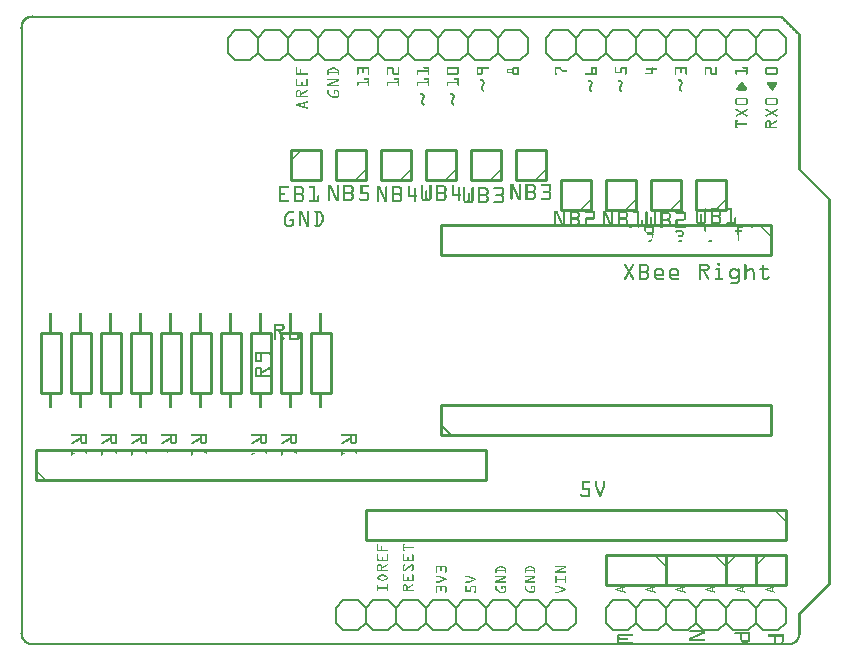
<source format=gto>
G04 MADE WITH FRITZING*
G04 WWW.FRITZING.ORG*
G04 DOUBLE SIDED*
G04 HOLES PLATED*
G04 CONTOUR ON CENTER OF CONTOUR VECTOR*
%ASAXBY*%
%FSLAX23Y23*%
%MOIN*%
%OFA0B0*%
%SFA1.0B1.0*%
%ADD10C,0.010000*%
%ADD11C,0.005000*%
%ADD12C,0.006000*%
%ADD13R,0.001000X0.001000*%
%LNSILK1*%
G90*
G70*
G54D10*
X1042Y1044D02*
X1042Y844D01*
D02*
X1042Y844D02*
X976Y844D01*
D02*
X976Y844D02*
X976Y1044D01*
D02*
X976Y1044D02*
X1042Y1044D01*
D02*
X909Y1654D02*
X909Y1554D01*
D02*
X909Y1554D02*
X1009Y1554D01*
D02*
X1009Y1554D02*
X1009Y1654D01*
D02*
X1009Y1654D02*
X909Y1654D01*
D02*
X2459Y304D02*
X2459Y204D01*
D02*
X2459Y204D02*
X2559Y204D01*
D02*
X2559Y204D02*
X2559Y304D01*
D02*
X2559Y304D02*
X2459Y304D01*
D02*
X2359Y304D02*
X2359Y204D01*
D02*
X2359Y204D02*
X2459Y204D01*
D02*
X2459Y204D02*
X2459Y304D01*
D02*
X2459Y304D02*
X2359Y304D01*
D02*
X642Y1044D02*
X642Y844D01*
D02*
X642Y844D02*
X576Y844D01*
D02*
X576Y844D02*
X576Y1044D01*
D02*
X576Y1044D02*
X642Y1044D01*
D02*
X942Y1044D02*
X942Y844D01*
D02*
X942Y844D02*
X876Y844D01*
D02*
X876Y844D02*
X876Y1044D01*
D02*
X876Y1044D02*
X942Y1044D01*
D02*
X842Y1044D02*
X842Y844D01*
D02*
X842Y844D02*
X776Y844D01*
D02*
X776Y844D02*
X776Y1044D01*
D02*
X776Y1044D02*
X842Y1044D01*
D02*
X742Y1044D02*
X742Y844D01*
D02*
X742Y844D02*
X676Y844D01*
D02*
X676Y844D02*
X676Y1044D01*
D02*
X676Y1044D02*
X742Y1044D01*
D02*
X542Y1044D02*
X542Y844D01*
D02*
X542Y844D02*
X476Y844D01*
D02*
X476Y844D02*
X476Y1044D01*
D02*
X476Y1044D02*
X542Y1044D01*
D02*
X442Y1044D02*
X442Y844D01*
D02*
X442Y844D02*
X376Y844D01*
D02*
X376Y844D02*
X376Y1044D01*
D02*
X376Y1044D02*
X442Y1044D01*
D02*
X342Y1044D02*
X342Y844D01*
D02*
X342Y844D02*
X276Y844D01*
D02*
X276Y844D02*
X276Y1044D01*
D02*
X276Y1044D02*
X342Y1044D01*
D02*
X242Y1044D02*
X242Y844D01*
D02*
X242Y844D02*
X176Y844D01*
D02*
X176Y844D02*
X176Y1044D01*
D02*
X176Y1044D02*
X242Y1044D01*
D02*
X142Y1044D02*
X142Y844D01*
D02*
X142Y844D02*
X76Y844D01*
D02*
X76Y844D02*
X76Y1044D01*
D02*
X76Y1044D02*
X142Y1044D01*
D02*
X2359Y304D02*
X2159Y304D01*
D02*
X2159Y304D02*
X2159Y204D01*
D02*
X2159Y204D02*
X2359Y204D01*
D02*
X2359Y204D02*
X2359Y304D01*
D02*
X2159Y304D02*
X1959Y304D01*
D02*
X1959Y304D02*
X1959Y204D01*
D02*
X1959Y204D02*
X2159Y204D01*
D02*
X2159Y204D02*
X2159Y304D01*
D02*
X1159Y1554D02*
X1159Y1654D01*
D02*
X1159Y1654D02*
X1059Y1654D01*
D02*
X1059Y1654D02*
X1059Y1554D01*
D02*
X1059Y1554D02*
X1159Y1554D01*
D02*
X1309Y1554D02*
X1309Y1654D01*
D02*
X1309Y1654D02*
X1209Y1654D01*
D02*
X1209Y1654D02*
X1209Y1554D01*
D02*
X1209Y1554D02*
X1309Y1554D01*
D02*
X1459Y1554D02*
X1459Y1654D01*
D02*
X1459Y1654D02*
X1359Y1654D01*
D02*
X1359Y1654D02*
X1359Y1554D01*
D02*
X1359Y1554D02*
X1459Y1554D01*
D02*
X1609Y1554D02*
X1609Y1654D01*
D02*
X1609Y1654D02*
X1509Y1654D01*
D02*
X1509Y1654D02*
X1509Y1554D01*
D02*
X1509Y1554D02*
X1609Y1554D01*
D02*
X1759Y1554D02*
X1759Y1654D01*
D02*
X1759Y1654D02*
X1659Y1654D01*
D02*
X1659Y1654D02*
X1659Y1554D01*
D02*
X1659Y1554D02*
X1759Y1554D01*
D02*
X1909Y1454D02*
X1909Y1554D01*
D02*
X1909Y1554D02*
X1809Y1554D01*
D02*
X1809Y1554D02*
X1809Y1454D01*
D02*
X1809Y1454D02*
X1909Y1454D01*
D02*
X2059Y1454D02*
X2059Y1554D01*
D02*
X2059Y1554D02*
X1959Y1554D01*
D02*
X1959Y1554D02*
X1959Y1454D01*
D02*
X1959Y1454D02*
X2059Y1454D01*
D02*
X2209Y1454D02*
X2209Y1554D01*
D02*
X2209Y1554D02*
X2109Y1554D01*
D02*
X2109Y1554D02*
X2109Y1454D01*
D02*
X2109Y1454D02*
X2209Y1454D01*
D02*
X2359Y1454D02*
X2359Y1554D01*
D02*
X2359Y1554D02*
X2259Y1554D01*
D02*
X2259Y1554D02*
X2259Y1454D01*
D02*
X2259Y1454D02*
X2359Y1454D01*
D02*
X59Y554D02*
X1559Y554D01*
D02*
X1559Y554D02*
X1559Y654D01*
D02*
X1559Y654D02*
X59Y654D01*
D02*
X59Y654D02*
X59Y554D01*
D02*
X2559Y454D02*
X1159Y454D01*
D02*
X1159Y454D02*
X1159Y354D01*
D02*
X1159Y354D02*
X2559Y354D01*
D02*
X2559Y354D02*
X2559Y454D01*
D02*
X2509Y1404D02*
X1409Y1404D01*
D02*
X1409Y1404D02*
X1409Y1304D01*
D02*
X1409Y1304D02*
X2509Y1304D01*
D02*
X2509Y1304D02*
X2509Y1404D01*
D02*
X1409Y704D02*
X2509Y704D01*
D02*
X2509Y704D02*
X2509Y804D01*
D02*
X2509Y804D02*
X1409Y804D01*
D02*
X1409Y804D02*
X1409Y704D01*
G54D11*
D02*
X1444Y704D02*
X1409Y739D01*
G54D12*
D02*
X2284Y154D02*
X2334Y154D01*
D02*
X2334Y154D02*
X2359Y129D01*
D02*
X2359Y129D02*
X2359Y79D01*
D02*
X2359Y79D02*
X2334Y54D01*
D02*
X2359Y129D02*
X2384Y154D01*
D02*
X2384Y154D02*
X2434Y154D01*
D02*
X2434Y154D02*
X2459Y129D01*
D02*
X2459Y129D02*
X2459Y79D01*
D02*
X2459Y79D02*
X2434Y54D01*
D02*
X2434Y54D02*
X2384Y54D01*
D02*
X2384Y54D02*
X2359Y79D01*
D02*
X2159Y129D02*
X2184Y154D01*
D02*
X2184Y154D02*
X2234Y154D01*
D02*
X2234Y154D02*
X2259Y129D01*
D02*
X2259Y129D02*
X2259Y79D01*
D02*
X2259Y79D02*
X2234Y54D01*
D02*
X2234Y54D02*
X2184Y54D01*
D02*
X2184Y54D02*
X2159Y79D01*
D02*
X2284Y154D02*
X2259Y129D01*
D02*
X2259Y79D02*
X2284Y54D01*
D02*
X2334Y54D02*
X2284Y54D01*
D02*
X1984Y154D02*
X2034Y154D01*
D02*
X2034Y154D02*
X2059Y129D01*
D02*
X2059Y129D02*
X2059Y79D01*
D02*
X2059Y79D02*
X2034Y54D01*
D02*
X2059Y129D02*
X2084Y154D01*
D02*
X2084Y154D02*
X2134Y154D01*
D02*
X2134Y154D02*
X2159Y129D01*
D02*
X2159Y129D02*
X2159Y79D01*
D02*
X2159Y79D02*
X2134Y54D01*
D02*
X2134Y54D02*
X2084Y54D01*
D02*
X2084Y54D02*
X2059Y79D01*
D02*
X1959Y129D02*
X1959Y79D01*
D02*
X1984Y154D02*
X1959Y129D01*
D02*
X1959Y79D02*
X1984Y54D01*
D02*
X2034Y54D02*
X1984Y54D01*
D02*
X2484Y154D02*
X2534Y154D01*
D02*
X2534Y154D02*
X2559Y129D01*
D02*
X2559Y129D02*
X2559Y79D01*
D02*
X2559Y79D02*
X2534Y54D01*
D02*
X2484Y154D02*
X2459Y129D01*
D02*
X2459Y79D02*
X2484Y54D01*
D02*
X2534Y54D02*
X2484Y54D01*
D02*
X874Y1954D02*
X824Y1954D01*
D02*
X1074Y1954D02*
X1024Y1954D01*
D02*
X974Y1954D02*
X924Y1954D01*
D02*
X1174Y1954D02*
X1124Y1954D01*
D02*
X1374Y1954D02*
X1324Y1954D01*
D02*
X1274Y1954D02*
X1224Y1954D01*
D02*
X1474Y1954D02*
X1424Y1954D01*
D02*
X1674Y1954D02*
X1624Y1954D01*
D02*
X1574Y1954D02*
X1524Y1954D01*
D02*
X774Y1954D02*
X724Y1954D01*
D02*
X899Y1979D02*
X874Y1954D01*
D02*
X824Y1954D02*
X799Y1979D01*
D02*
X799Y1979D02*
X799Y2029D01*
D02*
X799Y2029D02*
X824Y2054D01*
D02*
X824Y2054D02*
X874Y2054D01*
D02*
X874Y2054D02*
X899Y2029D01*
D02*
X1024Y1954D02*
X999Y1979D01*
D02*
X999Y1979D02*
X999Y2029D01*
D02*
X999Y2029D02*
X1024Y2054D01*
D02*
X999Y1979D02*
X974Y1954D01*
D02*
X924Y1954D02*
X899Y1979D01*
D02*
X899Y1979D02*
X899Y2029D01*
D02*
X899Y2029D02*
X924Y2054D01*
D02*
X924Y2054D02*
X974Y2054D01*
D02*
X974Y2054D02*
X999Y2029D01*
D02*
X1199Y1979D02*
X1174Y1954D01*
D02*
X1124Y1954D02*
X1099Y1979D01*
D02*
X1099Y1979D02*
X1099Y2029D01*
D02*
X1099Y2029D02*
X1124Y2054D01*
D02*
X1124Y2054D02*
X1174Y2054D01*
D02*
X1174Y2054D02*
X1199Y2029D01*
D02*
X1074Y1954D02*
X1099Y1979D01*
D02*
X1099Y2029D02*
X1074Y2054D01*
D02*
X1024Y2054D02*
X1074Y2054D01*
D02*
X1324Y1954D02*
X1299Y1979D01*
D02*
X1299Y1979D02*
X1299Y2029D01*
D02*
X1299Y2029D02*
X1324Y2054D01*
D02*
X1299Y1979D02*
X1274Y1954D01*
D02*
X1224Y1954D02*
X1199Y1979D01*
D02*
X1199Y1979D02*
X1199Y2029D01*
D02*
X1199Y2029D02*
X1224Y2054D01*
D02*
X1224Y2054D02*
X1274Y2054D01*
D02*
X1274Y2054D02*
X1299Y2029D01*
D02*
X1499Y1979D02*
X1474Y1954D01*
D02*
X1424Y1954D02*
X1399Y1979D01*
D02*
X1399Y1979D02*
X1399Y2029D01*
D02*
X1399Y2029D02*
X1424Y2054D01*
D02*
X1424Y2054D02*
X1474Y2054D01*
D02*
X1474Y2054D02*
X1499Y2029D01*
D02*
X1374Y1954D02*
X1399Y1979D01*
D02*
X1399Y2029D02*
X1374Y2054D01*
D02*
X1324Y2054D02*
X1374Y2054D01*
D02*
X1624Y1954D02*
X1599Y1979D01*
D02*
X1599Y1979D02*
X1599Y2029D01*
D02*
X1599Y2029D02*
X1624Y2054D01*
D02*
X1599Y1979D02*
X1574Y1954D01*
D02*
X1524Y1954D02*
X1499Y1979D01*
D02*
X1499Y1979D02*
X1499Y2029D01*
D02*
X1499Y2029D02*
X1524Y2054D01*
D02*
X1524Y2054D02*
X1574Y2054D01*
D02*
X1574Y2054D02*
X1599Y2029D01*
D02*
X1699Y1979D02*
X1699Y2029D01*
D02*
X1674Y1954D02*
X1699Y1979D01*
D02*
X1699Y2029D02*
X1674Y2054D01*
D02*
X1624Y2054D02*
X1674Y2054D01*
D02*
X724Y1954D02*
X699Y1979D01*
D02*
X699Y1979D02*
X699Y2029D01*
D02*
X699Y2029D02*
X724Y2054D01*
D02*
X774Y1954D02*
X799Y1979D01*
D02*
X799Y2029D02*
X774Y2054D01*
D02*
X724Y2054D02*
X774Y2054D01*
D02*
X1934Y1954D02*
X1884Y1954D01*
D02*
X1884Y1954D02*
X1859Y1979D01*
D02*
X1859Y1979D02*
X1859Y2029D01*
D02*
X1859Y2029D02*
X1884Y2054D01*
D02*
X2059Y1979D02*
X2034Y1954D01*
D02*
X2034Y1954D02*
X1984Y1954D01*
D02*
X1984Y1954D02*
X1959Y1979D01*
D02*
X1959Y1979D02*
X1959Y2029D01*
D02*
X1959Y2029D02*
X1984Y2054D01*
D02*
X1984Y2054D02*
X2034Y2054D01*
D02*
X2034Y2054D02*
X2059Y2029D01*
D02*
X1934Y1954D02*
X1959Y1979D01*
D02*
X1959Y2029D02*
X1934Y2054D01*
D02*
X1884Y2054D02*
X1934Y2054D01*
D02*
X2234Y1954D02*
X2184Y1954D01*
D02*
X2184Y1954D02*
X2159Y1979D01*
D02*
X2159Y1979D02*
X2159Y2029D01*
D02*
X2159Y2029D02*
X2184Y2054D01*
D02*
X2159Y1979D02*
X2134Y1954D01*
D02*
X2134Y1954D02*
X2084Y1954D01*
D02*
X2084Y1954D02*
X2059Y1979D01*
D02*
X2059Y1979D02*
X2059Y2029D01*
D02*
X2059Y2029D02*
X2084Y2054D01*
D02*
X2084Y2054D02*
X2134Y2054D01*
D02*
X2134Y2054D02*
X2159Y2029D01*
D02*
X2359Y1979D02*
X2334Y1954D01*
D02*
X2334Y1954D02*
X2284Y1954D01*
D02*
X2284Y1954D02*
X2259Y1979D01*
D02*
X2259Y1979D02*
X2259Y2029D01*
D02*
X2259Y2029D02*
X2284Y2054D01*
D02*
X2284Y2054D02*
X2334Y2054D01*
D02*
X2334Y2054D02*
X2359Y2029D01*
D02*
X2234Y1954D02*
X2259Y1979D01*
D02*
X2259Y2029D02*
X2234Y2054D01*
D02*
X2184Y2054D02*
X2234Y2054D01*
D02*
X2534Y1954D02*
X2484Y1954D01*
D02*
X2484Y1954D02*
X2459Y1979D01*
D02*
X2459Y1979D02*
X2459Y2029D01*
D02*
X2459Y2029D02*
X2484Y2054D01*
D02*
X2459Y1979D02*
X2434Y1954D01*
D02*
X2434Y1954D02*
X2384Y1954D01*
D02*
X2384Y1954D02*
X2359Y1979D01*
D02*
X2359Y1979D02*
X2359Y2029D01*
D02*
X2359Y2029D02*
X2384Y2054D01*
D02*
X2384Y2054D02*
X2434Y2054D01*
D02*
X2434Y2054D02*
X2459Y2029D01*
D02*
X2559Y1979D02*
X2559Y2029D01*
D02*
X2534Y1954D02*
X2559Y1979D01*
D02*
X2559Y2029D02*
X2534Y2054D01*
D02*
X2484Y2054D02*
X2534Y2054D01*
D02*
X1834Y1954D02*
X1784Y1954D01*
D02*
X1784Y1954D02*
X1759Y1979D01*
D02*
X1759Y1979D02*
X1759Y2029D01*
D02*
X1759Y2029D02*
X1784Y2054D01*
D02*
X1834Y1954D02*
X1859Y1979D01*
D02*
X1859Y2029D02*
X1834Y2054D01*
D02*
X1784Y2054D02*
X1834Y2054D01*
D02*
X1684Y154D02*
X1734Y154D01*
D02*
X1734Y154D02*
X1759Y129D01*
D02*
X1759Y129D02*
X1759Y79D01*
D02*
X1759Y79D02*
X1734Y54D01*
D02*
X1559Y129D02*
X1584Y154D01*
D02*
X1584Y154D02*
X1634Y154D01*
D02*
X1634Y154D02*
X1659Y129D01*
D02*
X1659Y129D02*
X1659Y79D01*
D02*
X1659Y79D02*
X1634Y54D01*
D02*
X1634Y54D02*
X1584Y54D01*
D02*
X1584Y54D02*
X1559Y79D01*
D02*
X1684Y154D02*
X1659Y129D01*
D02*
X1659Y79D02*
X1684Y54D01*
D02*
X1734Y54D02*
X1684Y54D01*
D02*
X1384Y154D02*
X1434Y154D01*
D02*
X1434Y154D02*
X1459Y129D01*
D02*
X1459Y129D02*
X1459Y79D01*
D02*
X1459Y79D02*
X1434Y54D01*
D02*
X1459Y129D02*
X1484Y154D01*
D02*
X1484Y154D02*
X1534Y154D01*
D02*
X1534Y154D02*
X1559Y129D01*
D02*
X1559Y129D02*
X1559Y79D01*
D02*
X1559Y79D02*
X1534Y54D01*
D02*
X1534Y54D02*
X1484Y54D01*
D02*
X1484Y54D02*
X1459Y79D01*
D02*
X1259Y129D02*
X1284Y154D01*
D02*
X1284Y154D02*
X1334Y154D01*
D02*
X1334Y154D02*
X1359Y129D01*
D02*
X1359Y129D02*
X1359Y79D01*
D02*
X1359Y79D02*
X1334Y54D01*
D02*
X1334Y54D02*
X1284Y54D01*
D02*
X1284Y54D02*
X1259Y79D01*
D02*
X1384Y154D02*
X1359Y129D01*
D02*
X1359Y79D02*
X1384Y54D01*
D02*
X1434Y54D02*
X1384Y54D01*
D02*
X1084Y154D02*
X1134Y154D01*
D02*
X1134Y154D02*
X1159Y129D01*
D02*
X1159Y129D02*
X1159Y79D01*
D02*
X1159Y79D02*
X1134Y54D01*
D02*
X1159Y129D02*
X1184Y154D01*
D02*
X1184Y154D02*
X1234Y154D01*
D02*
X1234Y154D02*
X1259Y129D01*
D02*
X1259Y129D02*
X1259Y79D01*
D02*
X1259Y79D02*
X1234Y54D01*
D02*
X1234Y54D02*
X1184Y54D01*
D02*
X1184Y54D02*
X1159Y79D01*
D02*
X1059Y129D02*
X1059Y79D01*
D02*
X1084Y154D02*
X1059Y129D01*
D02*
X1059Y79D02*
X1084Y54D01*
D02*
X1134Y54D02*
X1084Y54D01*
D02*
X1784Y154D02*
X1834Y154D01*
D02*
X1834Y154D02*
X1859Y129D01*
D02*
X1859Y129D02*
X1859Y79D01*
D02*
X1859Y79D02*
X1834Y54D01*
D02*
X1784Y154D02*
X1759Y129D01*
D02*
X1759Y79D02*
X1784Y54D01*
D02*
X1834Y54D02*
X1784Y54D01*
G54D13*
X47Y2104D02*
X48Y2104D01*
X39Y2103D02*
X2546Y2103D01*
X35Y2102D02*
X2547Y2102D01*
X33Y2101D02*
X2548Y2101D01*
X31Y2100D02*
X2549Y2100D01*
X29Y2099D02*
X2550Y2099D01*
X27Y2098D02*
X2551Y2098D01*
X25Y2097D02*
X2552Y2097D01*
X24Y2096D02*
X46Y2096D01*
X49Y2096D02*
X2553Y2096D01*
X23Y2095D02*
X39Y2095D01*
X2544Y2095D02*
X2554Y2095D01*
X22Y2094D02*
X35Y2094D01*
X2545Y2094D02*
X2555Y2094D01*
X20Y2093D02*
X33Y2093D01*
X2546Y2093D02*
X2556Y2093D01*
X19Y2092D02*
X31Y2092D01*
X2547Y2092D02*
X2557Y2092D01*
X19Y2091D02*
X30Y2091D01*
X2548Y2091D02*
X2558Y2091D01*
X18Y2090D02*
X28Y2090D01*
X2549Y2090D02*
X2559Y2090D01*
X17Y2089D02*
X27Y2089D01*
X2550Y2089D02*
X2560Y2089D01*
X16Y2088D02*
X26Y2088D01*
X2551Y2088D02*
X2561Y2088D01*
X15Y2087D02*
X25Y2087D01*
X2552Y2087D02*
X2562Y2087D01*
X15Y2086D02*
X24Y2086D01*
X2553Y2086D02*
X2563Y2086D01*
X14Y2085D02*
X23Y2085D01*
X2554Y2085D02*
X2564Y2085D01*
X14Y2084D02*
X22Y2084D01*
X2555Y2084D02*
X2565Y2084D01*
X13Y2083D02*
X21Y2083D01*
X2556Y2083D02*
X2566Y2083D01*
X12Y2082D02*
X21Y2082D01*
X2557Y2082D02*
X2567Y2082D01*
X12Y2081D02*
X20Y2081D01*
X2558Y2081D02*
X2568Y2081D01*
X12Y2080D02*
X19Y2080D01*
X2559Y2080D02*
X2569Y2080D01*
X11Y2079D02*
X19Y2079D01*
X2560Y2079D02*
X2570Y2079D01*
X11Y2078D02*
X18Y2078D01*
X2561Y2078D02*
X2571Y2078D01*
X10Y2077D02*
X18Y2077D01*
X2562Y2077D02*
X2572Y2077D01*
X10Y2076D02*
X17Y2076D01*
X2563Y2076D02*
X2573Y2076D01*
X10Y2075D02*
X17Y2075D01*
X2564Y2075D02*
X2574Y2075D01*
X10Y2074D02*
X17Y2074D01*
X2565Y2074D02*
X2575Y2074D01*
X9Y2073D02*
X16Y2073D01*
X2566Y2073D02*
X2576Y2073D01*
X9Y2072D02*
X16Y2072D01*
X2567Y2072D02*
X2577Y2072D01*
X9Y2071D02*
X16Y2071D01*
X2568Y2071D02*
X2578Y2071D01*
X9Y2070D02*
X16Y2070D01*
X2569Y2070D02*
X2579Y2070D01*
X9Y2069D02*
X16Y2069D01*
X2570Y2069D02*
X2580Y2069D01*
X9Y2068D02*
X16Y2068D01*
X2571Y2068D02*
X2581Y2068D01*
X9Y2067D02*
X15Y2067D01*
X2572Y2067D02*
X2582Y2067D01*
X8Y2066D02*
X15Y2066D01*
X2573Y2066D02*
X2583Y2066D01*
X8Y2065D02*
X15Y2065D01*
X2574Y2065D02*
X2584Y2065D01*
X8Y2064D02*
X15Y2064D01*
X2575Y2064D02*
X2585Y2064D01*
X8Y2063D02*
X15Y2063D01*
X2576Y2063D02*
X2586Y2063D01*
X9Y2062D02*
X16Y2062D01*
X2577Y2062D02*
X2587Y2062D01*
X9Y2061D02*
X16Y2061D01*
X2578Y2061D02*
X2588Y2061D01*
X8Y2060D02*
X16Y2060D01*
X2579Y2060D02*
X2589Y2060D01*
X9Y2059D02*
X16Y2059D01*
X2580Y2059D02*
X2590Y2059D01*
X9Y2058D02*
X16Y2058D01*
X2581Y2058D02*
X2591Y2058D01*
X9Y2057D02*
X16Y2057D01*
X2582Y2057D02*
X2592Y2057D01*
X9Y2056D02*
X16Y2056D01*
X2583Y2056D02*
X2593Y2056D01*
X9Y2055D02*
X16Y2055D01*
X2584Y2055D02*
X2594Y2055D01*
X9Y2054D02*
X16Y2054D01*
X2585Y2054D02*
X2595Y2054D01*
X9Y2053D02*
X16Y2053D01*
X2586Y2053D02*
X2596Y2053D01*
X9Y2052D02*
X16Y2052D01*
X2587Y2052D02*
X2597Y2052D01*
X9Y2051D02*
X16Y2051D01*
X2588Y2051D02*
X2598Y2051D01*
X9Y2050D02*
X16Y2050D01*
X2589Y2050D02*
X2599Y2050D01*
X9Y2049D02*
X16Y2049D01*
X2590Y2049D02*
X2600Y2049D01*
X9Y2048D02*
X16Y2048D01*
X2591Y2048D02*
X2601Y2048D01*
X9Y2047D02*
X16Y2047D01*
X2592Y2047D02*
X2602Y2047D01*
X9Y2046D02*
X16Y2046D01*
X2593Y2046D02*
X2603Y2046D01*
X9Y2045D02*
X16Y2045D01*
X2594Y2045D02*
X2605Y2045D01*
X9Y2044D02*
X16Y2044D01*
X2595Y2044D02*
X2606Y2044D01*
X9Y2043D02*
X16Y2043D01*
X2596Y2043D02*
X2607Y2043D01*
X9Y2042D02*
X16Y2042D01*
X2597Y2042D02*
X2607Y2042D01*
X9Y2041D02*
X16Y2041D01*
X2598Y2041D02*
X2608Y2041D01*
X9Y2040D02*
X16Y2040D01*
X2599Y2040D02*
X2608Y2040D01*
X9Y2039D02*
X16Y2039D01*
X2600Y2039D02*
X2608Y2039D01*
X9Y2038D02*
X16Y2038D01*
X2601Y2038D02*
X2608Y2038D01*
X9Y2037D02*
X16Y2037D01*
X2601Y2037D02*
X2608Y2037D01*
X9Y2036D02*
X16Y2036D01*
X2601Y2036D02*
X2608Y2036D01*
X9Y2035D02*
X16Y2035D01*
X2601Y2035D02*
X2608Y2035D01*
X9Y2034D02*
X16Y2034D01*
X2601Y2034D02*
X2608Y2034D01*
X9Y2033D02*
X16Y2033D01*
X2601Y2033D02*
X2608Y2033D01*
X9Y2032D02*
X16Y2032D01*
X2601Y2032D02*
X2608Y2032D01*
X9Y2031D02*
X16Y2031D01*
X2601Y2031D02*
X2608Y2031D01*
X9Y2030D02*
X16Y2030D01*
X2601Y2030D02*
X2608Y2030D01*
X9Y2029D02*
X16Y2029D01*
X2601Y2029D02*
X2608Y2029D01*
X9Y2028D02*
X16Y2028D01*
X2601Y2028D02*
X2608Y2028D01*
X9Y2027D02*
X16Y2027D01*
X2601Y2027D02*
X2608Y2027D01*
X9Y2026D02*
X16Y2026D01*
X2601Y2026D02*
X2608Y2026D01*
X9Y2025D02*
X16Y2025D01*
X2601Y2025D02*
X2608Y2025D01*
X9Y2024D02*
X16Y2024D01*
X2601Y2024D02*
X2608Y2024D01*
X9Y2023D02*
X16Y2023D01*
X2601Y2023D02*
X2608Y2023D01*
X9Y2022D02*
X16Y2022D01*
X2601Y2022D02*
X2608Y2022D01*
X9Y2021D02*
X16Y2021D01*
X2601Y2021D02*
X2608Y2021D01*
X9Y2020D02*
X16Y2020D01*
X2601Y2020D02*
X2608Y2020D01*
X9Y2019D02*
X16Y2019D01*
X2601Y2019D02*
X2608Y2019D01*
X9Y2018D02*
X16Y2018D01*
X2601Y2018D02*
X2608Y2018D01*
X9Y2017D02*
X16Y2017D01*
X2601Y2017D02*
X2608Y2017D01*
X9Y2016D02*
X16Y2016D01*
X2601Y2016D02*
X2608Y2016D01*
X9Y2015D02*
X16Y2015D01*
X2601Y2015D02*
X2608Y2015D01*
X9Y2014D02*
X16Y2014D01*
X2601Y2014D02*
X2608Y2014D01*
X9Y2013D02*
X16Y2013D01*
X2601Y2013D02*
X2608Y2013D01*
X9Y2012D02*
X16Y2012D01*
X2601Y2012D02*
X2608Y2012D01*
X9Y2011D02*
X16Y2011D01*
X2601Y2011D02*
X2608Y2011D01*
X9Y2010D02*
X16Y2010D01*
X2601Y2010D02*
X2608Y2010D01*
X9Y2009D02*
X16Y2009D01*
X2601Y2009D02*
X2608Y2009D01*
X9Y2008D02*
X16Y2008D01*
X2601Y2008D02*
X2608Y2008D01*
X9Y2007D02*
X16Y2007D01*
X2601Y2007D02*
X2608Y2007D01*
X9Y2006D02*
X16Y2006D01*
X2601Y2006D02*
X2608Y2006D01*
X9Y2005D02*
X16Y2005D01*
X2601Y2005D02*
X2608Y2005D01*
X9Y2004D02*
X16Y2004D01*
X2601Y2004D02*
X2608Y2004D01*
X9Y2003D02*
X16Y2003D01*
X2601Y2003D02*
X2608Y2003D01*
X9Y2002D02*
X16Y2002D01*
X2601Y2002D02*
X2608Y2002D01*
X9Y2001D02*
X16Y2001D01*
X2601Y2001D02*
X2608Y2001D01*
X9Y2000D02*
X16Y2000D01*
X2601Y2000D02*
X2608Y2000D01*
X9Y1999D02*
X16Y1999D01*
X2601Y1999D02*
X2608Y1999D01*
X9Y1998D02*
X16Y1998D01*
X2601Y1998D02*
X2608Y1998D01*
X9Y1997D02*
X16Y1997D01*
X2601Y1997D02*
X2608Y1997D01*
X9Y1996D02*
X16Y1996D01*
X2601Y1996D02*
X2608Y1996D01*
X9Y1995D02*
X16Y1995D01*
X2601Y1995D02*
X2608Y1995D01*
X9Y1994D02*
X16Y1994D01*
X2601Y1994D02*
X2608Y1994D01*
X9Y1993D02*
X16Y1993D01*
X2601Y1993D02*
X2608Y1993D01*
X9Y1992D02*
X16Y1992D01*
X2601Y1992D02*
X2608Y1992D01*
X9Y1991D02*
X16Y1991D01*
X2601Y1991D02*
X2608Y1991D01*
X9Y1990D02*
X16Y1990D01*
X2601Y1990D02*
X2608Y1990D01*
X9Y1989D02*
X16Y1989D01*
X2601Y1989D02*
X2608Y1989D01*
X9Y1988D02*
X16Y1988D01*
X2601Y1988D02*
X2608Y1988D01*
X9Y1987D02*
X16Y1987D01*
X2601Y1987D02*
X2608Y1987D01*
X9Y1986D02*
X16Y1986D01*
X2601Y1986D02*
X2608Y1986D01*
X9Y1985D02*
X16Y1985D01*
X2601Y1985D02*
X2608Y1985D01*
X9Y1984D02*
X16Y1984D01*
X2601Y1984D02*
X2608Y1984D01*
X9Y1983D02*
X16Y1983D01*
X2601Y1983D02*
X2608Y1983D01*
X9Y1982D02*
X16Y1982D01*
X2601Y1982D02*
X2608Y1982D01*
X9Y1981D02*
X16Y1981D01*
X2601Y1981D02*
X2608Y1981D01*
X9Y1980D02*
X16Y1980D01*
X2601Y1980D02*
X2608Y1980D01*
X9Y1979D02*
X16Y1979D01*
X2601Y1979D02*
X2608Y1979D01*
X9Y1978D02*
X16Y1978D01*
X2601Y1978D02*
X2608Y1978D01*
X9Y1977D02*
X16Y1977D01*
X2601Y1977D02*
X2608Y1977D01*
X9Y1976D02*
X16Y1976D01*
X2601Y1976D02*
X2608Y1976D01*
X9Y1975D02*
X16Y1975D01*
X2601Y1975D02*
X2608Y1975D01*
X9Y1974D02*
X16Y1974D01*
X2601Y1974D02*
X2608Y1974D01*
X9Y1973D02*
X16Y1973D01*
X2601Y1973D02*
X2608Y1973D01*
X9Y1972D02*
X16Y1972D01*
X2601Y1972D02*
X2608Y1972D01*
X9Y1971D02*
X16Y1971D01*
X2601Y1971D02*
X2608Y1971D01*
X9Y1970D02*
X16Y1970D01*
X2601Y1970D02*
X2608Y1970D01*
X9Y1969D02*
X16Y1969D01*
X2601Y1969D02*
X2608Y1969D01*
X9Y1968D02*
X16Y1968D01*
X2601Y1968D02*
X2608Y1968D01*
X9Y1967D02*
X16Y1967D01*
X2601Y1967D02*
X2608Y1967D01*
X9Y1966D02*
X16Y1966D01*
X2601Y1966D02*
X2608Y1966D01*
X9Y1965D02*
X16Y1965D01*
X2601Y1965D02*
X2608Y1965D01*
X9Y1964D02*
X16Y1964D01*
X2601Y1964D02*
X2608Y1964D01*
X9Y1963D02*
X16Y1963D01*
X2601Y1963D02*
X2608Y1963D01*
X9Y1962D02*
X16Y1962D01*
X2601Y1962D02*
X2608Y1962D01*
X9Y1961D02*
X16Y1961D01*
X2601Y1961D02*
X2608Y1961D01*
X9Y1960D02*
X16Y1960D01*
X2601Y1960D02*
X2608Y1960D01*
X9Y1959D02*
X16Y1959D01*
X2601Y1959D02*
X2608Y1959D01*
X9Y1958D02*
X16Y1958D01*
X2601Y1958D02*
X2608Y1958D01*
X9Y1957D02*
X16Y1957D01*
X2601Y1957D02*
X2608Y1957D01*
X9Y1956D02*
X16Y1956D01*
X2601Y1956D02*
X2608Y1956D01*
X9Y1955D02*
X16Y1955D01*
X2601Y1955D02*
X2608Y1955D01*
X9Y1954D02*
X16Y1954D01*
X2601Y1954D02*
X2608Y1954D01*
X9Y1953D02*
X16Y1953D01*
X2601Y1953D02*
X2608Y1953D01*
X9Y1952D02*
X16Y1952D01*
X2601Y1952D02*
X2608Y1952D01*
X9Y1951D02*
X16Y1951D01*
X2601Y1951D02*
X2608Y1951D01*
X9Y1950D02*
X16Y1950D01*
X2601Y1950D02*
X2608Y1950D01*
X9Y1949D02*
X16Y1949D01*
X2601Y1949D02*
X2608Y1949D01*
X9Y1948D02*
X16Y1948D01*
X2601Y1948D02*
X2608Y1948D01*
X9Y1947D02*
X16Y1947D01*
X2601Y1947D02*
X2608Y1947D01*
X9Y1946D02*
X16Y1946D01*
X2601Y1946D02*
X2608Y1946D01*
X9Y1945D02*
X16Y1945D01*
X2601Y1945D02*
X2608Y1945D01*
X9Y1944D02*
X16Y1944D01*
X2601Y1944D02*
X2608Y1944D01*
X9Y1943D02*
X16Y1943D01*
X2601Y1943D02*
X2608Y1943D01*
X9Y1942D02*
X16Y1942D01*
X2601Y1942D02*
X2608Y1942D01*
X9Y1941D02*
X16Y1941D01*
X2601Y1941D02*
X2608Y1941D01*
X9Y1940D02*
X16Y1940D01*
X2601Y1940D02*
X2608Y1940D01*
X9Y1939D02*
X16Y1939D01*
X2601Y1939D02*
X2608Y1939D01*
X9Y1938D02*
X16Y1938D01*
X2601Y1938D02*
X2608Y1938D01*
X9Y1937D02*
X16Y1937D01*
X2601Y1937D02*
X2608Y1937D01*
X9Y1936D02*
X16Y1936D01*
X2601Y1936D02*
X2608Y1936D01*
X9Y1935D02*
X16Y1935D01*
X2601Y1935D02*
X2608Y1935D01*
X9Y1934D02*
X16Y1934D01*
X2601Y1934D02*
X2608Y1934D01*
X9Y1933D02*
X16Y1933D01*
X2601Y1933D02*
X2608Y1933D01*
X9Y1932D02*
X16Y1932D01*
X2601Y1932D02*
X2608Y1932D01*
X9Y1931D02*
X16Y1931D01*
X928Y1931D02*
X929Y1931D01*
X1133Y1931D02*
X1148Y1931D01*
X1152Y1931D02*
X1167Y1931D01*
X1233Y1931D02*
X1250Y1931D01*
X1266Y1931D02*
X1269Y1931D01*
X1353Y1931D02*
X1369Y1931D01*
X1433Y1931D02*
X1467Y1931D01*
X1531Y1931D02*
X1569Y1931D01*
X1650Y1931D02*
X1667Y1931D01*
X1790Y1931D02*
X1807Y1931D01*
X1913Y1931D02*
X1929Y1931D01*
X1991Y1931D02*
X1993Y1931D01*
X2010Y1931D02*
X2027Y1931D01*
X2193Y1931D02*
X2207Y1931D01*
X2212Y1931D02*
X2227Y1931D01*
X2293Y1931D02*
X2309Y1931D01*
X2326Y1931D02*
X2329Y1931D01*
X2415Y1931D02*
X2431Y1931D01*
X2495Y1931D02*
X2529Y1931D01*
X2601Y1931D02*
X2608Y1931D01*
X9Y1930D02*
X16Y1930D01*
X927Y1930D02*
X930Y1930D01*
X1047Y1930D02*
X1055Y1930D01*
X1132Y1930D02*
X1149Y1930D01*
X1151Y1930D02*
X1168Y1930D01*
X1232Y1930D02*
X1251Y1930D01*
X1266Y1930D02*
X1270Y1930D01*
X1352Y1930D02*
X1370Y1930D01*
X1432Y1930D02*
X1468Y1930D01*
X1530Y1930D02*
X1570Y1930D01*
X1649Y1930D02*
X1668Y1930D01*
X1790Y1930D02*
X1808Y1930D01*
X1912Y1930D02*
X1929Y1930D01*
X1990Y1930D02*
X1994Y1930D01*
X2009Y1930D02*
X2028Y1930D01*
X2113Y1930D02*
X2115Y1930D01*
X2191Y1930D02*
X2209Y1930D01*
X2211Y1930D02*
X2228Y1930D01*
X2291Y1930D02*
X2310Y1930D01*
X2325Y1930D02*
X2329Y1930D01*
X2415Y1930D02*
X2432Y1930D01*
X2494Y1930D02*
X2530Y1930D01*
X2601Y1930D02*
X2608Y1930D01*
X9Y1929D02*
X16Y1929D01*
X927Y1929D02*
X931Y1929D01*
X1045Y1929D02*
X1057Y1929D01*
X1131Y1929D02*
X1169Y1929D01*
X1231Y1929D02*
X1251Y1929D01*
X1266Y1929D02*
X1270Y1929D01*
X1352Y1929D02*
X1370Y1929D01*
X1431Y1929D02*
X1469Y1929D01*
X1530Y1929D02*
X1570Y1929D01*
X1648Y1929D02*
X1669Y1929D01*
X1790Y1929D02*
X1808Y1929D01*
X1912Y1929D02*
X1930Y1929D01*
X1990Y1929D02*
X1994Y1929D01*
X2008Y1929D02*
X2029Y1929D01*
X2112Y1929D02*
X2116Y1929D01*
X2191Y1929D02*
X2229Y1929D01*
X2291Y1929D02*
X2311Y1929D01*
X2325Y1929D02*
X2329Y1929D01*
X2414Y1929D02*
X2432Y1929D01*
X2493Y1929D02*
X2531Y1929D01*
X2601Y1929D02*
X2608Y1929D01*
X9Y1928D02*
X16Y1928D01*
X926Y1928D02*
X931Y1928D01*
X1043Y1928D02*
X1059Y1928D01*
X1131Y1928D02*
X1170Y1928D01*
X1230Y1928D02*
X1252Y1928D01*
X1266Y1928D02*
X1270Y1928D01*
X1353Y1928D02*
X1370Y1928D01*
X1430Y1928D02*
X1469Y1928D01*
X1530Y1928D02*
X1570Y1928D01*
X1648Y1928D02*
X1669Y1928D01*
X1790Y1928D02*
X1809Y1928D01*
X1912Y1928D02*
X1930Y1928D01*
X1990Y1928D02*
X1994Y1928D01*
X2008Y1928D02*
X2029Y1928D01*
X2112Y1928D02*
X2116Y1928D01*
X2190Y1928D02*
X2229Y1928D01*
X2290Y1928D02*
X2311Y1928D01*
X2325Y1928D02*
X2329Y1928D01*
X2415Y1928D02*
X2432Y1928D01*
X2493Y1928D02*
X2532Y1928D01*
X2601Y1928D02*
X2608Y1928D01*
X9Y1927D02*
X16Y1927D01*
X926Y1927D02*
X931Y1927D01*
X1041Y1927D02*
X1061Y1927D01*
X1130Y1927D02*
X1170Y1927D01*
X1230Y1927D02*
X1252Y1927D01*
X1266Y1927D02*
X1270Y1927D01*
X1354Y1927D02*
X1370Y1927D01*
X1430Y1927D02*
X1470Y1927D01*
X1530Y1927D02*
X1570Y1927D01*
X1648Y1927D02*
X1670Y1927D01*
X1790Y1927D02*
X1810Y1927D01*
X1912Y1927D02*
X1930Y1927D01*
X1990Y1927D02*
X1994Y1927D01*
X2008Y1927D02*
X2029Y1927D01*
X2095Y1927D02*
X2129Y1927D01*
X2190Y1927D02*
X2229Y1927D01*
X2290Y1927D02*
X2312Y1927D01*
X2325Y1927D02*
X2329Y1927D01*
X2416Y1927D02*
X2432Y1927D01*
X2492Y1927D02*
X2532Y1927D01*
X2601Y1927D02*
X2608Y1927D01*
X9Y1926D02*
X16Y1926D01*
X926Y1926D02*
X931Y1926D01*
X942Y1926D02*
X942Y1926D01*
X1039Y1926D02*
X1063Y1926D01*
X1130Y1926D02*
X1135Y1926D01*
X1147Y1926D02*
X1153Y1926D01*
X1166Y1926D02*
X1170Y1926D01*
X1230Y1926D02*
X1234Y1926D01*
X1248Y1926D02*
X1252Y1926D01*
X1266Y1926D02*
X1270Y1926D01*
X1366Y1926D02*
X1370Y1926D01*
X1430Y1926D02*
X1434Y1926D01*
X1465Y1926D02*
X1470Y1926D01*
X1530Y1926D02*
X1534Y1926D01*
X1543Y1926D02*
X1548Y1926D01*
X1566Y1926D02*
X1570Y1926D01*
X1631Y1926D02*
X1652Y1926D01*
X1665Y1926D02*
X1670Y1926D01*
X1790Y1926D02*
X1794Y1926D01*
X1805Y1926D02*
X1811Y1926D01*
X1912Y1926D02*
X1916Y1926D01*
X1925Y1926D02*
X1930Y1926D01*
X1990Y1926D02*
X1994Y1926D01*
X2008Y1926D02*
X2012Y1926D01*
X2025Y1926D02*
X2030Y1926D01*
X2094Y1926D02*
X2129Y1926D01*
X2190Y1926D02*
X2194Y1926D01*
X2206Y1926D02*
X2213Y1926D01*
X2225Y1926D02*
X2229Y1926D01*
X2290Y1926D02*
X2294Y1926D01*
X2308Y1926D02*
X2312Y1926D01*
X2325Y1926D02*
X2329Y1926D01*
X2428Y1926D02*
X2432Y1926D01*
X2492Y1926D02*
X2496Y1926D01*
X2528Y1926D02*
X2532Y1926D01*
X2601Y1926D02*
X2608Y1926D01*
X9Y1925D02*
X16Y1925D01*
X926Y1925D02*
X931Y1925D01*
X940Y1925D02*
X943Y1925D01*
X1037Y1925D02*
X1047Y1925D01*
X1054Y1925D02*
X1065Y1925D01*
X1130Y1925D02*
X1135Y1925D01*
X1148Y1925D02*
X1152Y1925D01*
X1166Y1925D02*
X1170Y1925D01*
X1230Y1925D02*
X1234Y1925D01*
X1248Y1925D02*
X1252Y1925D01*
X1266Y1925D02*
X1270Y1925D01*
X1366Y1925D02*
X1370Y1925D01*
X1430Y1925D02*
X1434Y1925D01*
X1465Y1925D02*
X1470Y1925D01*
X1530Y1925D02*
X1534Y1925D01*
X1543Y1925D02*
X1548Y1925D01*
X1566Y1925D02*
X1569Y1925D01*
X1630Y1925D02*
X1652Y1925D01*
X1665Y1925D02*
X1670Y1925D01*
X1790Y1925D02*
X1794Y1925D01*
X1806Y1925D02*
X1812Y1925D01*
X1912Y1925D02*
X1916Y1925D01*
X1925Y1925D02*
X1930Y1925D01*
X1990Y1925D02*
X1994Y1925D01*
X2008Y1925D02*
X2012Y1925D01*
X2025Y1925D02*
X2030Y1925D01*
X2094Y1925D02*
X2129Y1925D01*
X2190Y1925D02*
X2194Y1925D01*
X2207Y1925D02*
X2212Y1925D01*
X2225Y1925D02*
X2229Y1925D01*
X2290Y1925D02*
X2294Y1925D01*
X2308Y1925D02*
X2312Y1925D01*
X2325Y1925D02*
X2329Y1925D01*
X2428Y1925D02*
X2432Y1925D01*
X2492Y1925D02*
X2496Y1925D01*
X2528Y1925D02*
X2532Y1925D01*
X2601Y1925D02*
X2608Y1925D01*
X9Y1924D02*
X16Y1924D01*
X926Y1924D02*
X931Y1924D01*
X940Y1924D02*
X944Y1924D01*
X1035Y1924D02*
X1045Y1924D01*
X1056Y1924D02*
X1067Y1924D01*
X1130Y1924D02*
X1135Y1924D01*
X1148Y1924D02*
X1152Y1924D01*
X1166Y1924D02*
X1170Y1924D01*
X1230Y1924D02*
X1234Y1924D01*
X1248Y1924D02*
X1252Y1924D01*
X1266Y1924D02*
X1270Y1924D01*
X1366Y1924D02*
X1370Y1924D01*
X1430Y1924D02*
X1434Y1924D01*
X1465Y1924D02*
X1470Y1924D01*
X1530Y1924D02*
X1534Y1924D01*
X1543Y1924D02*
X1548Y1924D01*
X1630Y1924D02*
X1652Y1924D01*
X1665Y1924D02*
X1670Y1924D01*
X1790Y1924D02*
X1794Y1924D01*
X1807Y1924D02*
X1813Y1924D01*
X1912Y1924D02*
X1916Y1924D01*
X1925Y1924D02*
X1930Y1924D01*
X1990Y1924D02*
X1994Y1924D01*
X2008Y1924D02*
X2012Y1924D01*
X2025Y1924D02*
X2030Y1924D01*
X2095Y1924D02*
X2129Y1924D01*
X2190Y1924D02*
X2194Y1924D01*
X2207Y1924D02*
X2212Y1924D01*
X2225Y1924D02*
X2229Y1924D01*
X2290Y1924D02*
X2294Y1924D01*
X2308Y1924D02*
X2312Y1924D01*
X2325Y1924D02*
X2329Y1924D01*
X2428Y1924D02*
X2432Y1924D01*
X2492Y1924D02*
X2496Y1924D01*
X2528Y1924D02*
X2532Y1924D01*
X2601Y1924D02*
X2608Y1924D01*
X9Y1923D02*
X16Y1923D01*
X926Y1923D02*
X931Y1923D01*
X940Y1923D02*
X944Y1923D01*
X1033Y1923D02*
X1043Y1923D01*
X1058Y1923D02*
X1068Y1923D01*
X1130Y1923D02*
X1135Y1923D01*
X1148Y1923D02*
X1152Y1923D01*
X1166Y1923D02*
X1170Y1923D01*
X1230Y1923D02*
X1234Y1923D01*
X1248Y1923D02*
X1252Y1923D01*
X1266Y1923D02*
X1270Y1923D01*
X1366Y1923D02*
X1370Y1923D01*
X1430Y1923D02*
X1434Y1923D01*
X1465Y1923D02*
X1470Y1923D01*
X1530Y1923D02*
X1534Y1923D01*
X1543Y1923D02*
X1548Y1923D01*
X1630Y1923D02*
X1652Y1923D01*
X1665Y1923D02*
X1670Y1923D01*
X1790Y1923D02*
X1794Y1923D01*
X1808Y1923D02*
X1814Y1923D01*
X1912Y1923D02*
X1916Y1923D01*
X1925Y1923D02*
X1930Y1923D01*
X1990Y1923D02*
X1994Y1923D01*
X2008Y1923D02*
X2012Y1923D01*
X2025Y1923D02*
X2030Y1923D01*
X2096Y1923D02*
X2128Y1923D01*
X2190Y1923D02*
X2194Y1923D01*
X2208Y1923D02*
X2212Y1923D01*
X2225Y1923D02*
X2229Y1923D01*
X2290Y1923D02*
X2294Y1923D01*
X2308Y1923D02*
X2312Y1923D01*
X2325Y1923D02*
X2329Y1923D01*
X2428Y1923D02*
X2432Y1923D01*
X2492Y1923D02*
X2496Y1923D01*
X2528Y1923D02*
X2532Y1923D01*
X2601Y1923D02*
X2608Y1923D01*
X9Y1922D02*
X16Y1922D01*
X926Y1922D02*
X931Y1922D01*
X940Y1922D02*
X944Y1922D01*
X1033Y1922D02*
X1041Y1922D01*
X1060Y1922D02*
X1069Y1922D01*
X1130Y1922D02*
X1135Y1922D01*
X1148Y1922D02*
X1152Y1922D01*
X1166Y1922D02*
X1170Y1922D01*
X1230Y1922D02*
X1234Y1922D01*
X1248Y1922D02*
X1252Y1922D01*
X1266Y1922D02*
X1270Y1922D01*
X1366Y1922D02*
X1370Y1922D01*
X1430Y1922D02*
X1434Y1922D01*
X1465Y1922D02*
X1470Y1922D01*
X1530Y1922D02*
X1534Y1922D01*
X1543Y1922D02*
X1548Y1922D01*
X1630Y1922D02*
X1652Y1922D01*
X1665Y1922D02*
X1670Y1922D01*
X1790Y1922D02*
X1794Y1922D01*
X1809Y1922D02*
X1814Y1922D01*
X1912Y1922D02*
X1916Y1922D01*
X1925Y1922D02*
X1930Y1922D01*
X1990Y1922D02*
X1994Y1922D01*
X2008Y1922D02*
X2012Y1922D01*
X2025Y1922D02*
X2030Y1922D01*
X2112Y1922D02*
X2116Y1922D01*
X2190Y1922D02*
X2194Y1922D01*
X2208Y1922D02*
X2212Y1922D01*
X2225Y1922D02*
X2229Y1922D01*
X2290Y1922D02*
X2294Y1922D01*
X2308Y1922D02*
X2312Y1922D01*
X2325Y1922D02*
X2329Y1922D01*
X2428Y1922D02*
X2432Y1922D01*
X2492Y1922D02*
X2496Y1922D01*
X2528Y1922D02*
X2532Y1922D01*
X2601Y1922D02*
X2608Y1922D01*
X9Y1921D02*
X16Y1921D01*
X926Y1921D02*
X931Y1921D01*
X940Y1921D02*
X944Y1921D01*
X1032Y1921D02*
X1039Y1921D01*
X1062Y1921D02*
X1070Y1921D01*
X1130Y1921D02*
X1135Y1921D01*
X1148Y1921D02*
X1152Y1921D01*
X1166Y1921D02*
X1170Y1921D01*
X1230Y1921D02*
X1234Y1921D01*
X1248Y1921D02*
X1252Y1921D01*
X1266Y1921D02*
X1270Y1921D01*
X1330Y1921D02*
X1370Y1921D01*
X1430Y1921D02*
X1434Y1921D01*
X1465Y1921D02*
X1470Y1921D01*
X1530Y1921D02*
X1534Y1921D01*
X1543Y1921D02*
X1548Y1921D01*
X1630Y1921D02*
X1634Y1921D01*
X1648Y1921D02*
X1652Y1921D01*
X1665Y1921D02*
X1670Y1921D01*
X1790Y1921D02*
X1794Y1921D01*
X1809Y1921D02*
X1828Y1921D01*
X1912Y1921D02*
X1916Y1921D01*
X1925Y1921D02*
X1930Y1921D01*
X1990Y1921D02*
X1994Y1921D01*
X2008Y1921D02*
X2012Y1921D01*
X2025Y1921D02*
X2030Y1921D01*
X2112Y1921D02*
X2116Y1921D01*
X2190Y1921D02*
X2194Y1921D01*
X2208Y1921D02*
X2212Y1921D01*
X2225Y1921D02*
X2229Y1921D01*
X2290Y1921D02*
X2294Y1921D01*
X2308Y1921D02*
X2312Y1921D01*
X2325Y1921D02*
X2329Y1921D01*
X2392Y1921D02*
X2432Y1921D01*
X2492Y1921D02*
X2496Y1921D01*
X2528Y1921D02*
X2532Y1921D01*
X2601Y1921D02*
X2608Y1921D01*
X9Y1920D02*
X16Y1920D01*
X926Y1920D02*
X931Y1920D01*
X940Y1920D02*
X944Y1920D01*
X1031Y1920D02*
X1037Y1920D01*
X1064Y1920D02*
X1070Y1920D01*
X1130Y1920D02*
X1135Y1920D01*
X1148Y1920D02*
X1152Y1920D01*
X1166Y1920D02*
X1170Y1920D01*
X1230Y1920D02*
X1234Y1920D01*
X1248Y1920D02*
X1252Y1920D01*
X1266Y1920D02*
X1270Y1920D01*
X1330Y1920D02*
X1370Y1920D01*
X1430Y1920D02*
X1434Y1920D01*
X1465Y1920D02*
X1470Y1920D01*
X1530Y1920D02*
X1534Y1920D01*
X1543Y1920D02*
X1548Y1920D01*
X1630Y1920D02*
X1634Y1920D01*
X1648Y1920D02*
X1652Y1920D01*
X1665Y1920D02*
X1670Y1920D01*
X1790Y1920D02*
X1794Y1920D01*
X1810Y1920D02*
X1829Y1920D01*
X1912Y1920D02*
X1916Y1920D01*
X1925Y1920D02*
X1930Y1920D01*
X1990Y1920D02*
X1994Y1920D01*
X2008Y1920D02*
X2012Y1920D01*
X2025Y1920D02*
X2030Y1920D01*
X2112Y1920D02*
X2116Y1920D01*
X2190Y1920D02*
X2194Y1920D01*
X2208Y1920D02*
X2212Y1920D01*
X2225Y1920D02*
X2229Y1920D01*
X2290Y1920D02*
X2294Y1920D01*
X2308Y1920D02*
X2312Y1920D01*
X2325Y1920D02*
X2329Y1920D01*
X2392Y1920D02*
X2432Y1920D01*
X2492Y1920D02*
X2496Y1920D01*
X2528Y1920D02*
X2532Y1920D01*
X2601Y1920D02*
X2608Y1920D01*
X9Y1919D02*
X16Y1919D01*
X926Y1919D02*
X931Y1919D01*
X940Y1919D02*
X944Y1919D01*
X1031Y1919D02*
X1036Y1919D01*
X1066Y1919D02*
X1070Y1919D01*
X1130Y1919D02*
X1135Y1919D01*
X1148Y1919D02*
X1152Y1919D01*
X1166Y1919D02*
X1170Y1919D01*
X1230Y1919D02*
X1234Y1919D01*
X1248Y1919D02*
X1252Y1919D01*
X1266Y1919D02*
X1270Y1919D01*
X1330Y1919D02*
X1370Y1919D01*
X1430Y1919D02*
X1434Y1919D01*
X1465Y1919D02*
X1470Y1919D01*
X1530Y1919D02*
X1534Y1919D01*
X1543Y1919D02*
X1548Y1919D01*
X1630Y1919D02*
X1634Y1919D01*
X1648Y1919D02*
X1652Y1919D01*
X1665Y1919D02*
X1670Y1919D01*
X1790Y1919D02*
X1794Y1919D01*
X1811Y1919D02*
X1830Y1919D01*
X1912Y1919D02*
X1916Y1919D01*
X1925Y1919D02*
X1930Y1919D01*
X1990Y1919D02*
X1994Y1919D01*
X2008Y1919D02*
X2012Y1919D01*
X2025Y1919D02*
X2030Y1919D01*
X2112Y1919D02*
X2116Y1919D01*
X2190Y1919D02*
X2194Y1919D01*
X2208Y1919D02*
X2212Y1919D01*
X2225Y1919D02*
X2229Y1919D01*
X2290Y1919D02*
X2294Y1919D01*
X2308Y1919D02*
X2312Y1919D01*
X2325Y1919D02*
X2329Y1919D01*
X2392Y1919D02*
X2432Y1919D01*
X2492Y1919D02*
X2496Y1919D01*
X2528Y1919D02*
X2532Y1919D01*
X2601Y1919D02*
X2608Y1919D01*
X9Y1918D02*
X16Y1918D01*
X926Y1918D02*
X931Y1918D01*
X940Y1918D02*
X944Y1918D01*
X1031Y1918D02*
X1035Y1918D01*
X1066Y1918D02*
X1070Y1918D01*
X1130Y1918D02*
X1135Y1918D01*
X1148Y1918D02*
X1152Y1918D01*
X1166Y1918D02*
X1170Y1918D01*
X1230Y1918D02*
X1234Y1918D01*
X1248Y1918D02*
X1252Y1918D01*
X1266Y1918D02*
X1270Y1918D01*
X1330Y1918D02*
X1370Y1918D01*
X1430Y1918D02*
X1434Y1918D01*
X1465Y1918D02*
X1470Y1918D01*
X1530Y1918D02*
X1534Y1918D01*
X1543Y1918D02*
X1548Y1918D01*
X1630Y1918D02*
X1634Y1918D01*
X1648Y1918D02*
X1652Y1918D01*
X1665Y1918D02*
X1670Y1918D01*
X1790Y1918D02*
X1794Y1918D01*
X1812Y1918D02*
X1829Y1918D01*
X1912Y1918D02*
X1916Y1918D01*
X1925Y1918D02*
X1930Y1918D01*
X1990Y1918D02*
X1994Y1918D01*
X2008Y1918D02*
X2012Y1918D01*
X2025Y1918D02*
X2030Y1918D01*
X2112Y1918D02*
X2116Y1918D01*
X2190Y1918D02*
X2194Y1918D01*
X2208Y1918D02*
X2212Y1918D01*
X2225Y1918D02*
X2229Y1918D01*
X2290Y1918D02*
X2294Y1918D01*
X2308Y1918D02*
X2312Y1918D01*
X2325Y1918D02*
X2329Y1918D01*
X2392Y1918D02*
X2432Y1918D01*
X2492Y1918D02*
X2496Y1918D01*
X2528Y1918D02*
X2532Y1918D01*
X2601Y1918D02*
X2608Y1918D01*
X9Y1917D02*
X16Y1917D01*
X926Y1917D02*
X931Y1917D01*
X940Y1917D02*
X944Y1917D01*
X1031Y1917D02*
X1035Y1917D01*
X1066Y1917D02*
X1071Y1917D01*
X1130Y1917D02*
X1135Y1917D01*
X1148Y1917D02*
X1152Y1917D01*
X1166Y1917D02*
X1170Y1917D01*
X1230Y1917D02*
X1234Y1917D01*
X1248Y1917D02*
X1252Y1917D01*
X1266Y1917D02*
X1270Y1917D01*
X1330Y1917D02*
X1370Y1917D01*
X1430Y1917D02*
X1434Y1917D01*
X1465Y1917D02*
X1470Y1917D01*
X1530Y1917D02*
X1534Y1917D01*
X1543Y1917D02*
X1548Y1917D01*
X1630Y1917D02*
X1634Y1917D01*
X1648Y1917D02*
X1652Y1917D01*
X1665Y1917D02*
X1670Y1917D01*
X1790Y1917D02*
X1794Y1917D01*
X1813Y1917D02*
X1829Y1917D01*
X1912Y1917D02*
X1916Y1917D01*
X1925Y1917D02*
X1930Y1917D01*
X1990Y1917D02*
X1994Y1917D01*
X2008Y1917D02*
X2012Y1917D01*
X2025Y1917D02*
X2030Y1917D01*
X2112Y1917D02*
X2116Y1917D01*
X2190Y1917D02*
X2194Y1917D01*
X2208Y1917D02*
X2212Y1917D01*
X2225Y1917D02*
X2229Y1917D01*
X2290Y1917D02*
X2294Y1917D01*
X2308Y1917D02*
X2312Y1917D01*
X2325Y1917D02*
X2329Y1917D01*
X2392Y1917D02*
X2432Y1917D01*
X2492Y1917D02*
X2496Y1917D01*
X2528Y1917D02*
X2532Y1917D01*
X2601Y1917D02*
X2608Y1917D01*
X9Y1916D02*
X16Y1916D01*
X926Y1916D02*
X931Y1916D01*
X940Y1916D02*
X944Y1916D01*
X1031Y1916D02*
X1035Y1916D01*
X1066Y1916D02*
X1071Y1916D01*
X1130Y1916D02*
X1135Y1916D01*
X1148Y1916D02*
X1152Y1916D01*
X1166Y1916D02*
X1170Y1916D01*
X1230Y1916D02*
X1234Y1916D01*
X1248Y1916D02*
X1252Y1916D01*
X1266Y1916D02*
X1270Y1916D01*
X1330Y1916D02*
X1335Y1916D01*
X1365Y1916D02*
X1370Y1916D01*
X1430Y1916D02*
X1434Y1916D01*
X1465Y1916D02*
X1470Y1916D01*
X1530Y1916D02*
X1534Y1916D01*
X1543Y1916D02*
X1548Y1916D01*
X1630Y1916D02*
X1652Y1916D01*
X1665Y1916D02*
X1670Y1916D01*
X1790Y1916D02*
X1794Y1916D01*
X1912Y1916D02*
X1916Y1916D01*
X1925Y1916D02*
X1930Y1916D01*
X1990Y1916D02*
X2012Y1916D01*
X2025Y1916D02*
X2030Y1916D01*
X2112Y1916D02*
X2116Y1916D01*
X2190Y1916D02*
X2194Y1916D01*
X2208Y1916D02*
X2212Y1916D01*
X2225Y1916D02*
X2229Y1916D01*
X2290Y1916D02*
X2294Y1916D01*
X2308Y1916D02*
X2312Y1916D01*
X2325Y1916D02*
X2329Y1916D01*
X2392Y1916D02*
X2397Y1916D01*
X2427Y1916D02*
X2432Y1916D01*
X2492Y1916D02*
X2496Y1916D01*
X2528Y1916D02*
X2532Y1916D01*
X2601Y1916D02*
X2608Y1916D01*
X9Y1915D02*
X16Y1915D01*
X926Y1915D02*
X931Y1915D01*
X940Y1915D02*
X944Y1915D01*
X1031Y1915D02*
X1071Y1915D01*
X1130Y1915D02*
X1135Y1915D01*
X1148Y1915D02*
X1152Y1915D01*
X1166Y1915D02*
X1170Y1915D01*
X1230Y1915D02*
X1234Y1915D01*
X1248Y1915D02*
X1252Y1915D01*
X1266Y1915D02*
X1270Y1915D01*
X1330Y1915D02*
X1334Y1915D01*
X1366Y1915D02*
X1370Y1915D01*
X1430Y1915D02*
X1434Y1915D01*
X1465Y1915D02*
X1470Y1915D01*
X1530Y1915D02*
X1534Y1915D01*
X1543Y1915D02*
X1548Y1915D01*
X1630Y1915D02*
X1652Y1915D01*
X1665Y1915D02*
X1670Y1915D01*
X1790Y1915D02*
X1794Y1915D01*
X1912Y1915D02*
X1916Y1915D01*
X1925Y1915D02*
X1930Y1915D01*
X1990Y1915D02*
X2012Y1915D01*
X2025Y1915D02*
X2030Y1915D01*
X2112Y1915D02*
X2116Y1915D01*
X2190Y1915D02*
X2194Y1915D01*
X2208Y1915D02*
X2212Y1915D01*
X2225Y1915D02*
X2229Y1915D01*
X2290Y1915D02*
X2294Y1915D01*
X2308Y1915D02*
X2312Y1915D01*
X2325Y1915D02*
X2329Y1915D01*
X2392Y1915D02*
X2397Y1915D01*
X2428Y1915D02*
X2432Y1915D01*
X2492Y1915D02*
X2496Y1915D01*
X2528Y1915D02*
X2532Y1915D01*
X2601Y1915D02*
X2608Y1915D01*
X9Y1914D02*
X16Y1914D01*
X926Y1914D02*
X931Y1914D01*
X940Y1914D02*
X944Y1914D01*
X1031Y1914D02*
X1071Y1914D01*
X1130Y1914D02*
X1135Y1914D01*
X1148Y1914D02*
X1152Y1914D01*
X1166Y1914D02*
X1170Y1914D01*
X1230Y1914D02*
X1234Y1914D01*
X1248Y1914D02*
X1252Y1914D01*
X1266Y1914D02*
X1270Y1914D01*
X1330Y1914D02*
X1334Y1914D01*
X1366Y1914D02*
X1370Y1914D01*
X1430Y1914D02*
X1434Y1914D01*
X1465Y1914D02*
X1470Y1914D01*
X1530Y1914D02*
X1534Y1914D01*
X1543Y1914D02*
X1548Y1914D01*
X1630Y1914D02*
X1652Y1914D01*
X1665Y1914D02*
X1670Y1914D01*
X1790Y1914D02*
X1794Y1914D01*
X1912Y1914D02*
X1916Y1914D01*
X1925Y1914D02*
X1930Y1914D01*
X1990Y1914D02*
X2012Y1914D01*
X2025Y1914D02*
X2029Y1914D01*
X2112Y1914D02*
X2116Y1914D01*
X2190Y1914D02*
X2194Y1914D01*
X2208Y1914D02*
X2212Y1914D01*
X2225Y1914D02*
X2229Y1914D01*
X2290Y1914D02*
X2294Y1914D01*
X2308Y1914D02*
X2312Y1914D01*
X2325Y1914D02*
X2329Y1914D01*
X2392Y1914D02*
X2397Y1914D01*
X2428Y1914D02*
X2432Y1914D01*
X2492Y1914D02*
X2496Y1914D01*
X2528Y1914D02*
X2532Y1914D01*
X2601Y1914D02*
X2608Y1914D01*
X9Y1913D02*
X16Y1913D01*
X926Y1913D02*
X931Y1913D01*
X940Y1913D02*
X944Y1913D01*
X1031Y1913D02*
X1071Y1913D01*
X1130Y1913D02*
X1135Y1913D01*
X1148Y1913D02*
X1152Y1913D01*
X1166Y1913D02*
X1170Y1913D01*
X1230Y1913D02*
X1234Y1913D01*
X1248Y1913D02*
X1252Y1913D01*
X1266Y1913D02*
X1270Y1913D01*
X1330Y1913D02*
X1334Y1913D01*
X1366Y1913D02*
X1370Y1913D01*
X1430Y1913D02*
X1434Y1913D01*
X1465Y1913D02*
X1470Y1913D01*
X1530Y1913D02*
X1534Y1913D01*
X1543Y1913D02*
X1548Y1913D01*
X1630Y1913D02*
X1652Y1913D01*
X1665Y1913D02*
X1670Y1913D01*
X1790Y1913D02*
X1794Y1913D01*
X1891Y1913D02*
X1893Y1913D01*
X1912Y1913D02*
X1916Y1913D01*
X1925Y1913D02*
X1930Y1913D01*
X1990Y1913D02*
X2012Y1913D01*
X2025Y1913D02*
X2029Y1913D01*
X2112Y1913D02*
X2116Y1913D01*
X2190Y1913D02*
X2194Y1913D01*
X2208Y1913D02*
X2212Y1913D01*
X2225Y1913D02*
X2229Y1913D01*
X2290Y1913D02*
X2294Y1913D01*
X2308Y1913D02*
X2312Y1913D01*
X2325Y1913D02*
X2329Y1913D01*
X2392Y1913D02*
X2397Y1913D01*
X2428Y1913D02*
X2432Y1913D01*
X2492Y1913D02*
X2496Y1913D01*
X2528Y1913D02*
X2532Y1913D01*
X2601Y1913D02*
X2608Y1913D01*
X9Y1912D02*
X16Y1912D01*
X926Y1912D02*
X931Y1912D01*
X940Y1912D02*
X944Y1912D01*
X1031Y1912D02*
X1071Y1912D01*
X1130Y1912D02*
X1135Y1912D01*
X1149Y1912D02*
X1151Y1912D01*
X1166Y1912D02*
X1170Y1912D01*
X1230Y1912D02*
X1234Y1912D01*
X1248Y1912D02*
X1252Y1912D01*
X1266Y1912D02*
X1270Y1912D01*
X1330Y1912D02*
X1334Y1912D01*
X1366Y1912D02*
X1370Y1912D01*
X1430Y1912D02*
X1434Y1912D01*
X1465Y1912D02*
X1470Y1912D01*
X1530Y1912D02*
X1534Y1912D01*
X1543Y1912D02*
X1548Y1912D01*
X1631Y1912D02*
X1652Y1912D01*
X1665Y1912D02*
X1670Y1912D01*
X1790Y1912D02*
X1794Y1912D01*
X1890Y1912D02*
X1894Y1912D01*
X1912Y1912D02*
X1916Y1912D01*
X1925Y1912D02*
X1930Y1912D01*
X1990Y1912D02*
X2012Y1912D01*
X2024Y1912D02*
X2029Y1912D01*
X2091Y1912D02*
X2116Y1912D01*
X2190Y1912D02*
X2194Y1912D01*
X2208Y1912D02*
X2211Y1912D01*
X2225Y1912D02*
X2229Y1912D01*
X2290Y1912D02*
X2294Y1912D01*
X2308Y1912D02*
X2312Y1912D01*
X2325Y1912D02*
X2329Y1912D01*
X2392Y1912D02*
X2397Y1912D01*
X2428Y1912D02*
X2432Y1912D01*
X2492Y1912D02*
X2496Y1912D01*
X2528Y1912D02*
X2532Y1912D01*
X2601Y1912D02*
X2608Y1912D01*
X9Y1911D02*
X16Y1911D01*
X926Y1911D02*
X931Y1911D01*
X940Y1911D02*
X944Y1911D01*
X1031Y1911D02*
X1071Y1911D01*
X1130Y1911D02*
X1135Y1911D01*
X1166Y1911D02*
X1170Y1911D01*
X1230Y1911D02*
X1234Y1911D01*
X1248Y1911D02*
X1270Y1911D01*
X1330Y1911D02*
X1334Y1911D01*
X1366Y1911D02*
X1370Y1911D01*
X1430Y1911D02*
X1470Y1911D01*
X1530Y1911D02*
X1548Y1911D01*
X1647Y1911D02*
X1670Y1911D01*
X1790Y1911D02*
X1795Y1911D01*
X1890Y1911D02*
X1930Y1911D01*
X2024Y1911D02*
X2029Y1911D01*
X2090Y1911D02*
X2116Y1911D01*
X2190Y1911D02*
X2194Y1911D01*
X2225Y1911D02*
X2229Y1911D01*
X2290Y1911D02*
X2294Y1911D01*
X2308Y1911D02*
X2329Y1911D01*
X2392Y1911D02*
X2397Y1911D01*
X2428Y1911D02*
X2432Y1911D01*
X2492Y1911D02*
X2532Y1911D01*
X2601Y1911D02*
X2608Y1911D01*
X9Y1910D02*
X16Y1910D01*
X926Y1910D02*
X965Y1910D01*
X1031Y1910D02*
X1035Y1910D01*
X1066Y1910D02*
X1071Y1910D01*
X1130Y1910D02*
X1135Y1910D01*
X1166Y1910D02*
X1170Y1910D01*
X1230Y1910D02*
X1234Y1910D01*
X1248Y1910D02*
X1270Y1910D01*
X1330Y1910D02*
X1334Y1910D01*
X1366Y1910D02*
X1370Y1910D01*
X1430Y1910D02*
X1469Y1910D01*
X1530Y1910D02*
X1548Y1910D01*
X1648Y1910D02*
X1669Y1910D01*
X1790Y1910D02*
X1796Y1910D01*
X1890Y1910D02*
X1930Y1910D01*
X2024Y1910D02*
X2028Y1910D01*
X2090Y1910D02*
X2116Y1910D01*
X2190Y1910D02*
X2194Y1910D01*
X2225Y1910D02*
X2229Y1910D01*
X2290Y1910D02*
X2294Y1910D01*
X2308Y1910D02*
X2329Y1910D01*
X2392Y1910D02*
X2397Y1910D01*
X2428Y1910D02*
X2432Y1910D01*
X2492Y1910D02*
X2532Y1910D01*
X2601Y1910D02*
X2608Y1910D01*
X9Y1909D02*
X16Y1909D01*
X926Y1909D02*
X966Y1909D01*
X1031Y1909D02*
X1035Y1909D01*
X1066Y1909D02*
X1071Y1909D01*
X1130Y1909D02*
X1135Y1909D01*
X1166Y1909D02*
X1170Y1909D01*
X1230Y1909D02*
X1234Y1909D01*
X1248Y1909D02*
X1270Y1909D01*
X1330Y1909D02*
X1334Y1909D01*
X1366Y1909D02*
X1370Y1909D01*
X1431Y1909D02*
X1469Y1909D01*
X1530Y1909D02*
X1548Y1909D01*
X1648Y1909D02*
X1669Y1909D01*
X1790Y1909D02*
X1796Y1909D01*
X1890Y1909D02*
X1930Y1909D01*
X2023Y1909D02*
X2028Y1909D01*
X2090Y1909D02*
X2116Y1909D01*
X2190Y1909D02*
X2194Y1909D01*
X2225Y1909D02*
X2229Y1909D01*
X2290Y1909D02*
X2294Y1909D01*
X2308Y1909D02*
X2329Y1909D01*
X2392Y1909D02*
X2397Y1909D01*
X2428Y1909D02*
X2432Y1909D01*
X2493Y1909D02*
X2531Y1909D01*
X2601Y1909D02*
X2608Y1909D01*
X9Y1908D02*
X16Y1908D01*
X926Y1908D02*
X966Y1908D01*
X1031Y1908D02*
X1035Y1908D01*
X1066Y1908D02*
X1071Y1908D01*
X1130Y1908D02*
X1134Y1908D01*
X1166Y1908D02*
X1170Y1908D01*
X1230Y1908D02*
X1234Y1908D01*
X1249Y1908D02*
X1270Y1908D01*
X1330Y1908D02*
X1334Y1908D01*
X1366Y1908D02*
X1370Y1908D01*
X1431Y1908D02*
X1469Y1908D01*
X1530Y1908D02*
X1548Y1908D01*
X1649Y1908D02*
X1669Y1908D01*
X1790Y1908D02*
X1796Y1908D01*
X1890Y1908D02*
X1929Y1908D01*
X2023Y1908D02*
X2027Y1908D01*
X2091Y1908D02*
X2116Y1908D01*
X2190Y1908D02*
X2194Y1908D01*
X2225Y1908D02*
X2229Y1908D01*
X2290Y1908D02*
X2294Y1908D01*
X2309Y1908D02*
X2329Y1908D01*
X2392Y1908D02*
X2396Y1908D01*
X2428Y1908D02*
X2432Y1908D01*
X2493Y1908D02*
X2531Y1908D01*
X2601Y1908D02*
X2608Y1908D01*
X9Y1907D02*
X16Y1907D01*
X926Y1907D02*
X966Y1907D01*
X1031Y1907D02*
X1035Y1907D01*
X1066Y1907D02*
X1070Y1907D01*
X1131Y1907D02*
X1134Y1907D01*
X1166Y1907D02*
X1169Y1907D01*
X1231Y1907D02*
X1234Y1907D01*
X1250Y1907D02*
X1270Y1907D01*
X1331Y1907D02*
X1334Y1907D01*
X1366Y1907D02*
X1369Y1907D01*
X1432Y1907D02*
X1467Y1907D01*
X1531Y1907D02*
X1547Y1907D01*
X1650Y1907D02*
X1668Y1907D01*
X1790Y1907D02*
X1796Y1907D01*
X1890Y1907D02*
X1929Y1907D01*
X2024Y1907D02*
X2027Y1907D01*
X2190Y1907D02*
X2194Y1907D01*
X2226Y1907D02*
X2229Y1907D01*
X2290Y1907D02*
X2294Y1907D01*
X2310Y1907D02*
X2329Y1907D01*
X2393Y1907D02*
X2396Y1907D01*
X2428Y1907D02*
X2431Y1907D01*
X2494Y1907D02*
X2530Y1907D01*
X2601Y1907D02*
X2608Y1907D01*
X9Y1906D02*
X16Y1906D01*
X926Y1906D02*
X965Y1906D01*
X1032Y1906D02*
X1035Y1906D01*
X1067Y1906D02*
X1070Y1906D01*
X1132Y1906D02*
X1132Y1906D01*
X1168Y1906D02*
X1168Y1906D01*
X1232Y1906D02*
X1232Y1906D01*
X1253Y1906D02*
X1269Y1906D01*
X1332Y1906D02*
X1332Y1906D01*
X1368Y1906D02*
X1368Y1906D01*
X1435Y1906D02*
X1465Y1906D01*
X1532Y1906D02*
X1546Y1906D01*
X1652Y1906D02*
X1665Y1906D01*
X1792Y1906D02*
X1795Y1906D01*
X1892Y1906D02*
X1928Y1906D01*
X2025Y1906D02*
X2025Y1906D01*
X2192Y1906D02*
X2192Y1906D01*
X2227Y1906D02*
X2228Y1906D01*
X2292Y1906D02*
X2292Y1906D01*
X2312Y1906D02*
X2329Y1906D01*
X2394Y1906D02*
X2395Y1906D01*
X2430Y1906D02*
X2430Y1906D01*
X2497Y1906D02*
X2527Y1906D01*
X2601Y1906D02*
X2608Y1906D01*
X9Y1905D02*
X16Y1905D01*
X2601Y1905D02*
X2608Y1905D01*
X9Y1904D02*
X16Y1904D01*
X2601Y1904D02*
X2608Y1904D01*
X9Y1903D02*
X16Y1903D01*
X2601Y1903D02*
X2608Y1903D01*
X9Y1902D02*
X16Y1902D01*
X2601Y1902D02*
X2608Y1902D01*
X9Y1901D02*
X16Y1901D01*
X2601Y1901D02*
X2608Y1901D01*
X9Y1900D02*
X16Y1900D01*
X2601Y1900D02*
X2608Y1900D01*
X9Y1899D02*
X16Y1899D01*
X2601Y1899D02*
X2608Y1899D01*
X9Y1898D02*
X16Y1898D01*
X2601Y1898D02*
X2608Y1898D01*
X9Y1897D02*
X16Y1897D01*
X2601Y1897D02*
X2608Y1897D01*
X9Y1896D02*
X16Y1896D01*
X2601Y1896D02*
X2608Y1896D01*
X9Y1895D02*
X16Y1895D01*
X2601Y1895D02*
X2608Y1895D01*
X9Y1894D02*
X16Y1894D01*
X1154Y1894D02*
X1168Y1894D01*
X1254Y1894D02*
X1268Y1894D01*
X1354Y1894D02*
X1368Y1894D01*
X1454Y1894D02*
X1468Y1894D01*
X2601Y1894D02*
X2608Y1894D01*
X9Y1893D02*
X16Y1893D01*
X927Y1893D02*
X930Y1893D01*
X963Y1893D02*
X965Y1893D01*
X1032Y1893D02*
X1070Y1893D01*
X1153Y1893D02*
X1169Y1893D01*
X1253Y1893D02*
X1269Y1893D01*
X1353Y1893D02*
X1369Y1893D01*
X1453Y1893D02*
X1469Y1893D01*
X2601Y1893D02*
X2608Y1893D01*
X9Y1892D02*
X16Y1892D01*
X927Y1892D02*
X930Y1892D01*
X962Y1892D02*
X966Y1892D01*
X1031Y1892D02*
X1071Y1892D01*
X1152Y1892D02*
X1170Y1892D01*
X1252Y1892D02*
X1270Y1892D01*
X1352Y1892D02*
X1370Y1892D01*
X1452Y1892D02*
X1470Y1892D01*
X2601Y1892D02*
X2608Y1892D01*
X9Y1891D02*
X16Y1891D01*
X926Y1891D02*
X931Y1891D01*
X962Y1891D02*
X966Y1891D01*
X1031Y1891D02*
X1071Y1891D01*
X1152Y1891D02*
X1170Y1891D01*
X1252Y1891D02*
X1270Y1891D01*
X1352Y1891D02*
X1370Y1891D01*
X1452Y1891D02*
X1470Y1891D01*
X1542Y1891D02*
X1544Y1891D01*
X2202Y1891D02*
X2204Y1891D01*
X2601Y1891D02*
X2608Y1891D01*
X9Y1890D02*
X16Y1890D01*
X926Y1890D02*
X931Y1890D01*
X962Y1890D02*
X966Y1890D01*
X1031Y1890D02*
X1071Y1890D01*
X1153Y1890D02*
X1170Y1890D01*
X1253Y1890D02*
X1270Y1890D01*
X1353Y1890D02*
X1370Y1890D01*
X1453Y1890D02*
X1470Y1890D01*
X1542Y1890D02*
X1548Y1890D01*
X2202Y1890D02*
X2208Y1890D01*
X2601Y1890D02*
X2608Y1890D01*
X9Y1889D02*
X16Y1889D01*
X926Y1889D02*
X931Y1889D01*
X962Y1889D02*
X966Y1889D01*
X1032Y1889D02*
X1071Y1889D01*
X1155Y1889D02*
X1170Y1889D01*
X1255Y1889D02*
X1270Y1889D01*
X1355Y1889D02*
X1370Y1889D01*
X1454Y1889D02*
X1470Y1889D01*
X1542Y1889D02*
X1550Y1889D01*
X1902Y1889D02*
X1907Y1889D01*
X2002Y1889D02*
X2007Y1889D01*
X2202Y1889D02*
X2210Y1889D01*
X2601Y1889D02*
X2608Y1889D01*
X9Y1888D02*
X16Y1888D01*
X926Y1888D02*
X931Y1888D01*
X962Y1888D02*
X966Y1888D01*
X1061Y1888D02*
X1071Y1888D01*
X1166Y1888D02*
X1170Y1888D01*
X1266Y1888D02*
X1270Y1888D01*
X1366Y1888D02*
X1370Y1888D01*
X1465Y1888D02*
X1470Y1888D01*
X1542Y1888D02*
X1552Y1888D01*
X1902Y1888D02*
X1909Y1888D01*
X2002Y1888D02*
X2009Y1888D01*
X2202Y1888D02*
X2211Y1888D01*
X2601Y1888D02*
X2608Y1888D01*
X9Y1887D02*
X16Y1887D01*
X926Y1887D02*
X931Y1887D01*
X962Y1887D02*
X966Y1887D01*
X1060Y1887D02*
X1071Y1887D01*
X1166Y1887D02*
X1170Y1887D01*
X1266Y1887D02*
X1270Y1887D01*
X1366Y1887D02*
X1370Y1887D01*
X1465Y1887D02*
X1470Y1887D01*
X1542Y1887D02*
X1552Y1887D01*
X1902Y1887D02*
X1911Y1887D01*
X2002Y1887D02*
X2011Y1887D01*
X2202Y1887D02*
X2212Y1887D01*
X2601Y1887D02*
X2608Y1887D01*
X9Y1886D02*
X16Y1886D01*
X926Y1886D02*
X931Y1886D01*
X962Y1886D02*
X966Y1886D01*
X1058Y1886D02*
X1070Y1886D01*
X1166Y1886D02*
X1170Y1886D01*
X1266Y1886D02*
X1270Y1886D01*
X1366Y1886D02*
X1370Y1886D01*
X1465Y1886D02*
X1470Y1886D01*
X1542Y1886D02*
X1553Y1886D01*
X1902Y1886D02*
X1912Y1886D01*
X2002Y1886D02*
X2012Y1886D01*
X2202Y1886D02*
X2213Y1886D01*
X2601Y1886D02*
X2608Y1886D01*
X9Y1885D02*
X16Y1885D01*
X926Y1885D02*
X931Y1885D01*
X962Y1885D02*
X966Y1885D01*
X1055Y1885D02*
X1067Y1885D01*
X1166Y1885D02*
X1170Y1885D01*
X1266Y1885D02*
X1270Y1885D01*
X1366Y1885D02*
X1370Y1885D01*
X1465Y1885D02*
X1470Y1885D01*
X1542Y1885D02*
X1554Y1885D01*
X1902Y1885D02*
X1913Y1885D01*
X2002Y1885D02*
X2013Y1885D01*
X2202Y1885D02*
X2214Y1885D01*
X2601Y1885D02*
X2608Y1885D01*
X9Y1884D02*
X16Y1884D01*
X926Y1884D02*
X931Y1884D01*
X962Y1884D02*
X966Y1884D01*
X1053Y1884D02*
X1065Y1884D01*
X1165Y1884D02*
X1170Y1884D01*
X1265Y1884D02*
X1270Y1884D01*
X1365Y1884D02*
X1370Y1884D01*
X1465Y1884D02*
X1470Y1884D01*
X1546Y1884D02*
X1554Y1884D01*
X1902Y1884D02*
X1913Y1884D01*
X2002Y1884D02*
X2013Y1884D01*
X2205Y1884D02*
X2214Y1884D01*
X2601Y1884D02*
X2608Y1884D01*
X9Y1883D02*
X16Y1883D01*
X926Y1883D02*
X931Y1883D01*
X946Y1883D02*
X947Y1883D01*
X962Y1883D02*
X966Y1883D01*
X1051Y1883D02*
X1063Y1883D01*
X1130Y1883D02*
X1170Y1883D01*
X1230Y1883D02*
X1270Y1883D01*
X1330Y1883D02*
X1370Y1883D01*
X1430Y1883D02*
X1470Y1883D01*
X1548Y1883D02*
X1555Y1883D01*
X1902Y1883D02*
X1914Y1883D01*
X2002Y1883D02*
X2014Y1883D01*
X2207Y1883D02*
X2214Y1883D01*
X2412Y1883D02*
X2414Y1883D01*
X2499Y1883D02*
X2528Y1883D01*
X2601Y1883D02*
X2608Y1883D01*
X9Y1882D02*
X16Y1882D01*
X926Y1882D02*
X931Y1882D01*
X945Y1882D02*
X948Y1882D01*
X962Y1882D02*
X966Y1882D01*
X1048Y1882D02*
X1061Y1882D01*
X1130Y1882D02*
X1170Y1882D01*
X1230Y1882D02*
X1270Y1882D01*
X1330Y1882D02*
X1370Y1882D01*
X1430Y1882D02*
X1470Y1882D01*
X1549Y1882D02*
X1555Y1882D01*
X1907Y1882D02*
X1914Y1882D01*
X2007Y1882D02*
X2014Y1882D01*
X2208Y1882D02*
X2215Y1882D01*
X2410Y1882D02*
X2416Y1882D01*
X2497Y1882D02*
X2530Y1882D01*
X2601Y1882D02*
X2608Y1882D01*
X9Y1881D02*
X16Y1881D01*
X926Y1881D02*
X931Y1881D01*
X944Y1881D02*
X948Y1881D01*
X962Y1881D02*
X966Y1881D01*
X1046Y1881D02*
X1058Y1881D01*
X1130Y1881D02*
X1170Y1881D01*
X1230Y1881D02*
X1270Y1881D01*
X1330Y1881D02*
X1370Y1881D01*
X1430Y1881D02*
X1470Y1881D01*
X1549Y1881D02*
X1555Y1881D01*
X1908Y1881D02*
X1915Y1881D01*
X2008Y1881D02*
X2015Y1881D01*
X2209Y1881D02*
X2215Y1881D01*
X2409Y1881D02*
X2417Y1881D01*
X2497Y1881D02*
X2531Y1881D01*
X2601Y1881D02*
X2608Y1881D01*
X9Y1880D02*
X16Y1880D01*
X926Y1880D02*
X931Y1880D01*
X944Y1880D02*
X948Y1880D01*
X962Y1880D02*
X966Y1880D01*
X1044Y1880D02*
X1056Y1880D01*
X1130Y1880D02*
X1170Y1880D01*
X1230Y1880D02*
X1270Y1880D01*
X1330Y1880D02*
X1370Y1880D01*
X1430Y1880D02*
X1470Y1880D01*
X1549Y1880D02*
X1555Y1880D01*
X1909Y1880D02*
X1915Y1880D01*
X2009Y1880D02*
X2015Y1880D01*
X2209Y1880D02*
X2215Y1880D01*
X2409Y1880D02*
X2417Y1880D01*
X2496Y1880D02*
X2531Y1880D01*
X2601Y1880D02*
X2608Y1880D01*
X9Y1879D02*
X16Y1879D01*
X926Y1879D02*
X931Y1879D01*
X944Y1879D02*
X948Y1879D01*
X962Y1879D02*
X966Y1879D01*
X1042Y1879D02*
X1054Y1879D01*
X1130Y1879D02*
X1170Y1879D01*
X1230Y1879D02*
X1270Y1879D01*
X1330Y1879D02*
X1370Y1879D01*
X1430Y1879D02*
X1470Y1879D01*
X1549Y1879D02*
X1555Y1879D01*
X1909Y1879D02*
X1915Y1879D01*
X2009Y1879D02*
X2015Y1879D01*
X2209Y1879D02*
X2215Y1879D01*
X2408Y1879D02*
X2418Y1879D01*
X2496Y1879D02*
X2532Y1879D01*
X2601Y1879D02*
X2608Y1879D01*
X9Y1878D02*
X16Y1878D01*
X926Y1878D02*
X931Y1878D01*
X944Y1878D02*
X948Y1878D01*
X962Y1878D02*
X966Y1878D01*
X1039Y1878D02*
X1052Y1878D01*
X1130Y1878D02*
X1135Y1878D01*
X1166Y1878D02*
X1170Y1878D01*
X1230Y1878D02*
X1234Y1878D01*
X1266Y1878D02*
X1270Y1878D01*
X1330Y1878D02*
X1334Y1878D01*
X1366Y1878D02*
X1370Y1878D01*
X1430Y1878D02*
X1434Y1878D01*
X1465Y1878D02*
X1470Y1878D01*
X1549Y1878D02*
X1555Y1878D01*
X1909Y1878D02*
X1915Y1878D01*
X2009Y1878D02*
X2015Y1878D01*
X2209Y1878D02*
X2215Y1878D01*
X2407Y1878D02*
X2419Y1878D01*
X2496Y1878D02*
X2531Y1878D01*
X2601Y1878D02*
X2608Y1878D01*
X9Y1877D02*
X16Y1877D01*
X926Y1877D02*
X931Y1877D01*
X944Y1877D02*
X948Y1877D01*
X962Y1877D02*
X966Y1877D01*
X1037Y1877D02*
X1049Y1877D01*
X1130Y1877D02*
X1135Y1877D01*
X1166Y1877D02*
X1170Y1877D01*
X1230Y1877D02*
X1234Y1877D01*
X1266Y1877D02*
X1270Y1877D01*
X1330Y1877D02*
X1334Y1877D01*
X1366Y1877D02*
X1370Y1877D01*
X1430Y1877D02*
X1434Y1877D01*
X1465Y1877D02*
X1470Y1877D01*
X1549Y1877D02*
X1555Y1877D01*
X1909Y1877D02*
X1915Y1877D01*
X2009Y1877D02*
X2015Y1877D01*
X2209Y1877D02*
X2215Y1877D01*
X2407Y1877D02*
X2419Y1877D01*
X2496Y1877D02*
X2531Y1877D01*
X2601Y1877D02*
X2608Y1877D01*
X9Y1876D02*
X16Y1876D01*
X926Y1876D02*
X931Y1876D01*
X944Y1876D02*
X948Y1876D01*
X962Y1876D02*
X966Y1876D01*
X1035Y1876D02*
X1047Y1876D01*
X1130Y1876D02*
X1135Y1876D01*
X1166Y1876D02*
X1170Y1876D01*
X1230Y1876D02*
X1234Y1876D01*
X1266Y1876D02*
X1270Y1876D01*
X1330Y1876D02*
X1334Y1876D01*
X1366Y1876D02*
X1370Y1876D01*
X1430Y1876D02*
X1434Y1876D01*
X1465Y1876D02*
X1470Y1876D01*
X1548Y1876D02*
X1555Y1876D01*
X1909Y1876D02*
X1915Y1876D01*
X2009Y1876D02*
X2015Y1876D01*
X2208Y1876D02*
X2214Y1876D01*
X2406Y1876D02*
X2420Y1876D01*
X2497Y1876D02*
X2531Y1876D01*
X2601Y1876D02*
X2608Y1876D01*
X9Y1875D02*
X16Y1875D01*
X926Y1875D02*
X931Y1875D01*
X944Y1875D02*
X948Y1875D01*
X962Y1875D02*
X966Y1875D01*
X1032Y1875D02*
X1045Y1875D01*
X1130Y1875D02*
X1135Y1875D01*
X1166Y1875D02*
X1170Y1875D01*
X1230Y1875D02*
X1234Y1875D01*
X1266Y1875D02*
X1270Y1875D01*
X1330Y1875D02*
X1334Y1875D01*
X1366Y1875D02*
X1370Y1875D01*
X1430Y1875D02*
X1434Y1875D01*
X1465Y1875D02*
X1470Y1875D01*
X1548Y1875D02*
X1554Y1875D01*
X1908Y1875D02*
X1915Y1875D01*
X2008Y1875D02*
X2015Y1875D01*
X2208Y1875D02*
X2214Y1875D01*
X2405Y1875D02*
X2421Y1875D01*
X2497Y1875D02*
X2530Y1875D01*
X2601Y1875D02*
X2608Y1875D01*
X9Y1874D02*
X16Y1874D01*
X926Y1874D02*
X931Y1874D01*
X944Y1874D02*
X948Y1874D01*
X962Y1874D02*
X966Y1874D01*
X1031Y1874D02*
X1042Y1874D01*
X1130Y1874D02*
X1135Y1874D01*
X1166Y1874D02*
X1170Y1874D01*
X1230Y1874D02*
X1234Y1874D01*
X1266Y1874D02*
X1270Y1874D01*
X1330Y1874D02*
X1334Y1874D01*
X1366Y1874D02*
X1370Y1874D01*
X1430Y1874D02*
X1434Y1874D01*
X1465Y1874D02*
X1470Y1874D01*
X1548Y1874D02*
X1554Y1874D01*
X1908Y1874D02*
X1914Y1874D01*
X2008Y1874D02*
X2014Y1874D01*
X2207Y1874D02*
X2214Y1874D01*
X2405Y1874D02*
X2421Y1874D01*
X2498Y1874D02*
X2529Y1874D01*
X2601Y1874D02*
X2608Y1874D01*
X9Y1873D02*
X16Y1873D01*
X926Y1873D02*
X931Y1873D01*
X944Y1873D02*
X949Y1873D01*
X961Y1873D02*
X966Y1873D01*
X1031Y1873D02*
X1040Y1873D01*
X1130Y1873D02*
X1135Y1873D01*
X1166Y1873D02*
X1170Y1873D01*
X1230Y1873D02*
X1234Y1873D01*
X1266Y1873D02*
X1270Y1873D01*
X1330Y1873D02*
X1334Y1873D01*
X1366Y1873D02*
X1370Y1873D01*
X1430Y1873D02*
X1434Y1873D01*
X1465Y1873D02*
X1470Y1873D01*
X1547Y1873D02*
X1554Y1873D01*
X1908Y1873D02*
X1914Y1873D01*
X2008Y1873D02*
X2014Y1873D01*
X2207Y1873D02*
X2213Y1873D01*
X2404Y1873D02*
X2422Y1873D01*
X2499Y1873D02*
X2529Y1873D01*
X2601Y1873D02*
X2608Y1873D01*
X9Y1872D02*
X16Y1872D01*
X926Y1872D02*
X966Y1872D01*
X1031Y1872D02*
X1070Y1872D01*
X1130Y1872D02*
X1135Y1872D01*
X1166Y1872D02*
X1170Y1872D01*
X1230Y1872D02*
X1234Y1872D01*
X1266Y1872D02*
X1270Y1872D01*
X1330Y1872D02*
X1334Y1872D01*
X1366Y1872D02*
X1370Y1872D01*
X1430Y1872D02*
X1434Y1872D01*
X1465Y1872D02*
X1470Y1872D01*
X1547Y1872D02*
X1553Y1872D01*
X1907Y1872D02*
X1914Y1872D01*
X2007Y1872D02*
X2014Y1872D01*
X2207Y1872D02*
X2213Y1872D01*
X2403Y1872D02*
X2423Y1872D01*
X2499Y1872D02*
X2528Y1872D01*
X2601Y1872D02*
X2608Y1872D01*
X9Y1871D02*
X16Y1871D01*
X926Y1871D02*
X966Y1871D01*
X1031Y1871D02*
X1070Y1871D01*
X1130Y1871D02*
X1134Y1871D01*
X1166Y1871D02*
X1170Y1871D01*
X1230Y1871D02*
X1234Y1871D01*
X1266Y1871D02*
X1270Y1871D01*
X1330Y1871D02*
X1334Y1871D01*
X1366Y1871D02*
X1370Y1871D01*
X1430Y1871D02*
X1434Y1871D01*
X1465Y1871D02*
X1470Y1871D01*
X1546Y1871D02*
X1553Y1871D01*
X1907Y1871D02*
X1913Y1871D01*
X2007Y1871D02*
X2013Y1871D01*
X2206Y1871D02*
X2213Y1871D01*
X2403Y1871D02*
X2423Y1871D01*
X2500Y1871D02*
X2527Y1871D01*
X2601Y1871D02*
X2608Y1871D01*
X9Y1870D02*
X16Y1870D01*
X926Y1870D02*
X966Y1870D01*
X1031Y1870D02*
X1071Y1870D01*
X1130Y1870D02*
X1134Y1870D01*
X1166Y1870D02*
X1170Y1870D01*
X1230Y1870D02*
X1234Y1870D01*
X1266Y1870D02*
X1270Y1870D01*
X1330Y1870D02*
X1334Y1870D01*
X1366Y1870D02*
X1370Y1870D01*
X1430Y1870D02*
X1434Y1870D01*
X1466Y1870D02*
X1470Y1870D01*
X1546Y1870D02*
X1552Y1870D01*
X1906Y1870D02*
X1913Y1870D01*
X2006Y1870D02*
X2013Y1870D01*
X2206Y1870D02*
X2212Y1870D01*
X2402Y1870D02*
X2424Y1870D01*
X2501Y1870D02*
X2527Y1870D01*
X2601Y1870D02*
X2608Y1870D01*
X9Y1869D02*
X16Y1869D01*
X926Y1869D02*
X966Y1869D01*
X1031Y1869D02*
X1070Y1869D01*
X1131Y1869D02*
X1134Y1869D01*
X1166Y1869D02*
X1169Y1869D01*
X1231Y1869D02*
X1234Y1869D01*
X1266Y1869D02*
X1269Y1869D01*
X1331Y1869D02*
X1334Y1869D01*
X1366Y1869D02*
X1369Y1869D01*
X1431Y1869D02*
X1433Y1869D01*
X1466Y1869D02*
X1469Y1869D01*
X1545Y1869D02*
X1552Y1869D01*
X1906Y1869D02*
X1912Y1869D01*
X2006Y1869D02*
X2012Y1869D01*
X2205Y1869D02*
X2212Y1869D01*
X2401Y1869D02*
X2425Y1869D01*
X2501Y1869D02*
X2526Y1869D01*
X2601Y1869D02*
X2608Y1869D01*
X9Y1868D02*
X16Y1868D01*
X927Y1868D02*
X966Y1868D01*
X1031Y1868D02*
X1070Y1868D01*
X1545Y1868D02*
X1552Y1868D01*
X1905Y1868D02*
X1912Y1868D01*
X2005Y1868D02*
X2012Y1868D01*
X2205Y1868D02*
X2211Y1868D01*
X2401Y1868D02*
X2425Y1868D01*
X2502Y1868D02*
X2525Y1868D01*
X2601Y1868D02*
X2608Y1868D01*
X9Y1867D02*
X16Y1867D01*
X1544Y1867D02*
X1551Y1867D01*
X1905Y1867D02*
X1912Y1867D01*
X2005Y1867D02*
X2012Y1867D01*
X2204Y1867D02*
X2211Y1867D01*
X2400Y1867D02*
X2426Y1867D01*
X2503Y1867D02*
X2525Y1867D01*
X2601Y1867D02*
X2608Y1867D01*
X9Y1866D02*
X16Y1866D01*
X1544Y1866D02*
X1551Y1866D01*
X1905Y1866D02*
X1911Y1866D01*
X2004Y1866D02*
X2011Y1866D01*
X2204Y1866D02*
X2210Y1866D01*
X2399Y1866D02*
X2427Y1866D01*
X2503Y1866D02*
X2524Y1866D01*
X2601Y1866D02*
X2608Y1866D01*
X9Y1865D02*
X16Y1865D01*
X1544Y1865D02*
X1550Y1865D01*
X1904Y1865D02*
X1911Y1865D01*
X2004Y1865D02*
X2011Y1865D01*
X2203Y1865D02*
X2210Y1865D01*
X2399Y1865D02*
X2427Y1865D01*
X2504Y1865D02*
X2523Y1865D01*
X2601Y1865D02*
X2608Y1865D01*
X9Y1864D02*
X16Y1864D01*
X1543Y1864D02*
X1550Y1864D01*
X1904Y1864D02*
X1910Y1864D01*
X2004Y1864D02*
X2010Y1864D01*
X2203Y1864D02*
X2209Y1864D01*
X2398Y1864D02*
X2428Y1864D01*
X2505Y1864D02*
X2523Y1864D01*
X2601Y1864D02*
X2608Y1864D01*
X9Y1863D02*
X16Y1863D01*
X1543Y1863D02*
X1549Y1863D01*
X1903Y1863D02*
X1910Y1863D01*
X2003Y1863D02*
X2010Y1863D01*
X2203Y1863D02*
X2209Y1863D01*
X2397Y1863D02*
X2429Y1863D01*
X2505Y1863D02*
X2522Y1863D01*
X2601Y1863D02*
X2608Y1863D01*
X9Y1862D02*
X16Y1862D01*
X1543Y1862D02*
X1549Y1862D01*
X1903Y1862D02*
X1909Y1862D01*
X2003Y1862D02*
X2009Y1862D01*
X2203Y1862D02*
X2209Y1862D01*
X2397Y1862D02*
X2429Y1862D01*
X2506Y1862D02*
X2521Y1862D01*
X2601Y1862D02*
X2608Y1862D01*
X9Y1861D02*
X16Y1861D01*
X1543Y1861D02*
X1549Y1861D01*
X1903Y1861D02*
X1909Y1861D01*
X2003Y1861D02*
X2009Y1861D01*
X2203Y1861D02*
X2209Y1861D01*
X2396Y1861D02*
X2430Y1861D01*
X2507Y1861D02*
X2521Y1861D01*
X2601Y1861D02*
X2608Y1861D01*
X9Y1860D02*
X16Y1860D01*
X1543Y1860D02*
X1549Y1860D01*
X1903Y1860D02*
X1909Y1860D01*
X2003Y1860D02*
X2009Y1860D01*
X2203Y1860D02*
X2209Y1860D01*
X2395Y1860D02*
X2431Y1860D01*
X2507Y1860D02*
X2520Y1860D01*
X2601Y1860D02*
X2608Y1860D01*
X9Y1859D02*
X16Y1859D01*
X1543Y1859D02*
X1549Y1859D01*
X1903Y1859D02*
X1909Y1859D01*
X2003Y1859D02*
X2009Y1859D01*
X2203Y1859D02*
X2209Y1859D01*
X2395Y1859D02*
X2431Y1859D01*
X2508Y1859D02*
X2519Y1859D01*
X2601Y1859D02*
X2608Y1859D01*
X9Y1858D02*
X16Y1858D01*
X1543Y1858D02*
X1550Y1858D01*
X1903Y1858D02*
X1909Y1858D01*
X2003Y1858D02*
X2009Y1858D01*
X2203Y1858D02*
X2210Y1858D01*
X2395Y1858D02*
X2431Y1858D01*
X2509Y1858D02*
X2519Y1858D01*
X2601Y1858D02*
X2608Y1858D01*
X9Y1857D02*
X16Y1857D01*
X1544Y1857D02*
X1551Y1857D01*
X1903Y1857D02*
X1909Y1857D01*
X2003Y1857D02*
X2009Y1857D01*
X2204Y1857D02*
X2211Y1857D01*
X2395Y1857D02*
X2431Y1857D01*
X2509Y1857D02*
X2518Y1857D01*
X2601Y1857D02*
X2608Y1857D01*
X9Y1856D02*
X16Y1856D01*
X934Y1856D02*
X936Y1856D01*
X1544Y1856D02*
X1554Y1856D01*
X1904Y1856D02*
X1910Y1856D01*
X2003Y1856D02*
X2010Y1856D01*
X2204Y1856D02*
X2213Y1856D01*
X2396Y1856D02*
X2430Y1856D01*
X2510Y1856D02*
X2517Y1856D01*
X2601Y1856D02*
X2608Y1856D01*
X9Y1855D02*
X16Y1855D01*
X931Y1855D02*
X940Y1855D01*
X962Y1855D02*
X965Y1855D01*
X1032Y1855D02*
X1034Y1855D01*
X1053Y1855D02*
X1066Y1855D01*
X1545Y1855D02*
X1555Y1855D01*
X1904Y1855D02*
X1912Y1855D01*
X2004Y1855D02*
X2012Y1855D01*
X2205Y1855D02*
X2214Y1855D01*
X2397Y1855D02*
X2429Y1855D01*
X2511Y1855D02*
X2516Y1855D01*
X2601Y1855D02*
X2608Y1855D01*
X9Y1854D02*
X16Y1854D01*
X929Y1854D02*
X941Y1854D01*
X960Y1854D02*
X966Y1854D01*
X1031Y1854D02*
X1035Y1854D01*
X1053Y1854D02*
X1067Y1854D01*
X1546Y1854D02*
X1554Y1854D01*
X1904Y1854D02*
X1914Y1854D01*
X2004Y1854D02*
X2014Y1854D01*
X2205Y1854D02*
X2214Y1854D01*
X2399Y1854D02*
X2427Y1854D01*
X2513Y1854D02*
X2515Y1854D01*
X2601Y1854D02*
X2608Y1854D01*
X9Y1853D02*
X16Y1853D01*
X928Y1853D02*
X942Y1853D01*
X959Y1853D02*
X966Y1853D01*
X1031Y1853D02*
X1035Y1853D01*
X1053Y1853D02*
X1069Y1853D01*
X1547Y1853D02*
X1554Y1853D01*
X1905Y1853D02*
X1914Y1853D01*
X2005Y1853D02*
X2014Y1853D01*
X2206Y1853D02*
X2214Y1853D01*
X2601Y1853D02*
X2608Y1853D01*
X9Y1852D02*
X16Y1852D01*
X928Y1852D02*
X943Y1852D01*
X957Y1852D02*
X966Y1852D01*
X1031Y1852D02*
X1035Y1852D01*
X1053Y1852D02*
X1069Y1852D01*
X1548Y1852D02*
X1554Y1852D01*
X1906Y1852D02*
X1914Y1852D01*
X2006Y1852D02*
X2014Y1852D01*
X2207Y1852D02*
X2214Y1852D01*
X2601Y1852D02*
X2608Y1852D01*
X9Y1851D02*
X16Y1851D01*
X927Y1851D02*
X943Y1851D01*
X955Y1851D02*
X965Y1851D01*
X1031Y1851D02*
X1035Y1851D01*
X1053Y1851D02*
X1070Y1851D01*
X1549Y1851D02*
X1554Y1851D01*
X1907Y1851D02*
X1914Y1851D01*
X2007Y1851D02*
X2014Y1851D01*
X2209Y1851D02*
X2214Y1851D01*
X2601Y1851D02*
X2608Y1851D01*
X9Y1850D02*
X16Y1850D01*
X927Y1850D02*
X932Y1850D01*
X939Y1850D02*
X944Y1850D01*
X953Y1850D02*
X963Y1850D01*
X1031Y1850D02*
X1035Y1850D01*
X1053Y1850D02*
X1057Y1850D01*
X1065Y1850D02*
X1070Y1850D01*
X1551Y1850D02*
X1554Y1850D01*
X1908Y1850D02*
X1914Y1850D01*
X2008Y1850D02*
X2014Y1850D01*
X2211Y1850D02*
X2214Y1850D01*
X2601Y1850D02*
X2608Y1850D01*
X9Y1849D02*
X16Y1849D01*
X927Y1849D02*
X931Y1849D01*
X939Y1849D02*
X944Y1849D01*
X952Y1849D02*
X961Y1849D01*
X1031Y1849D02*
X1035Y1849D01*
X1053Y1849D02*
X1057Y1849D01*
X1066Y1849D02*
X1070Y1849D01*
X1554Y1849D02*
X1554Y1849D01*
X1910Y1849D02*
X1914Y1849D01*
X2010Y1849D02*
X2014Y1849D01*
X2214Y1849D02*
X2214Y1849D01*
X2601Y1849D02*
X2608Y1849D01*
X9Y1848D02*
X16Y1848D01*
X926Y1848D02*
X931Y1848D01*
X940Y1848D02*
X944Y1848D01*
X950Y1848D02*
X960Y1848D01*
X1031Y1848D02*
X1035Y1848D01*
X1053Y1848D02*
X1057Y1848D01*
X1066Y1848D02*
X1071Y1848D01*
X1912Y1848D02*
X1914Y1848D01*
X2012Y1848D02*
X2014Y1848D01*
X2601Y1848D02*
X2608Y1848D01*
X9Y1847D02*
X16Y1847D01*
X926Y1847D02*
X931Y1847D01*
X940Y1847D02*
X944Y1847D01*
X948Y1847D02*
X958Y1847D01*
X1031Y1847D02*
X1035Y1847D01*
X1053Y1847D02*
X1057Y1847D01*
X1066Y1847D02*
X1071Y1847D01*
X2601Y1847D02*
X2608Y1847D01*
X9Y1846D02*
X16Y1846D01*
X926Y1846D02*
X931Y1846D01*
X940Y1846D02*
X944Y1846D01*
X947Y1846D02*
X956Y1846D01*
X1031Y1846D02*
X1035Y1846D01*
X1053Y1846D02*
X1057Y1846D01*
X1066Y1846D02*
X1071Y1846D01*
X2601Y1846D02*
X2608Y1846D01*
X9Y1845D02*
X16Y1845D01*
X926Y1845D02*
X931Y1845D01*
X940Y1845D02*
X954Y1845D01*
X1031Y1845D02*
X1035Y1845D01*
X1053Y1845D02*
X1057Y1845D01*
X1066Y1845D02*
X1071Y1845D01*
X1342Y1845D02*
X1346Y1845D01*
X1442Y1845D02*
X1446Y1845D01*
X2601Y1845D02*
X2608Y1845D01*
X9Y1844D02*
X16Y1844D01*
X926Y1844D02*
X931Y1844D01*
X940Y1844D02*
X953Y1844D01*
X1031Y1844D02*
X1036Y1844D01*
X1053Y1844D02*
X1057Y1844D01*
X1066Y1844D02*
X1071Y1844D01*
X1342Y1844D02*
X1349Y1844D01*
X1442Y1844D02*
X1449Y1844D01*
X2601Y1844D02*
X2608Y1844D01*
X9Y1843D02*
X16Y1843D01*
X926Y1843D02*
X931Y1843D01*
X940Y1843D02*
X951Y1843D01*
X1031Y1843D02*
X1037Y1843D01*
X1055Y1843D02*
X1056Y1843D01*
X1066Y1843D02*
X1071Y1843D01*
X1342Y1843D02*
X1351Y1843D01*
X1442Y1843D02*
X1451Y1843D01*
X2601Y1843D02*
X2608Y1843D01*
X9Y1842D02*
X16Y1842D01*
X926Y1842D02*
X931Y1842D01*
X940Y1842D02*
X949Y1842D01*
X1032Y1842D02*
X1038Y1842D01*
X1066Y1842D02*
X1071Y1842D01*
X1342Y1842D02*
X1352Y1842D01*
X1442Y1842D02*
X1452Y1842D01*
X2601Y1842D02*
X2608Y1842D01*
X9Y1841D02*
X16Y1841D01*
X926Y1841D02*
X931Y1841D01*
X940Y1841D02*
X948Y1841D01*
X1032Y1841D02*
X1039Y1841D01*
X1066Y1841D02*
X1071Y1841D01*
X1342Y1841D02*
X1353Y1841D01*
X1442Y1841D02*
X1453Y1841D01*
X2601Y1841D02*
X2608Y1841D01*
X9Y1840D02*
X16Y1840D01*
X926Y1840D02*
X931Y1840D01*
X940Y1840D02*
X946Y1840D01*
X1033Y1840D02*
X1040Y1840D01*
X1066Y1840D02*
X1071Y1840D01*
X1342Y1840D02*
X1353Y1840D01*
X1442Y1840D02*
X1453Y1840D01*
X2601Y1840D02*
X2608Y1840D01*
X9Y1839D02*
X16Y1839D01*
X926Y1839D02*
X931Y1839D01*
X940Y1839D02*
X944Y1839D01*
X1034Y1839D02*
X1042Y1839D01*
X1066Y1839D02*
X1071Y1839D01*
X1342Y1839D02*
X1354Y1839D01*
X1442Y1839D02*
X1454Y1839D01*
X2601Y1839D02*
X2608Y1839D01*
X9Y1838D02*
X16Y1838D01*
X926Y1838D02*
X931Y1838D01*
X940Y1838D02*
X944Y1838D01*
X1035Y1838D02*
X1043Y1838D01*
X1066Y1838D02*
X1071Y1838D01*
X1347Y1838D02*
X1354Y1838D01*
X1446Y1838D02*
X1454Y1838D01*
X2601Y1838D02*
X2608Y1838D01*
X9Y1837D02*
X16Y1837D01*
X926Y1837D02*
X931Y1837D01*
X940Y1837D02*
X944Y1837D01*
X1037Y1837D02*
X1044Y1837D01*
X1066Y1837D02*
X1071Y1837D01*
X1348Y1837D02*
X1355Y1837D01*
X1448Y1837D02*
X1455Y1837D01*
X2601Y1837D02*
X2608Y1837D01*
X9Y1836D02*
X16Y1836D01*
X926Y1836D02*
X931Y1836D01*
X940Y1836D02*
X944Y1836D01*
X1038Y1836D02*
X1046Y1836D01*
X1066Y1836D02*
X1070Y1836D01*
X1349Y1836D02*
X1355Y1836D01*
X1449Y1836D02*
X1455Y1836D01*
X2601Y1836D02*
X2608Y1836D01*
X9Y1835D02*
X16Y1835D01*
X926Y1835D02*
X965Y1835D01*
X1039Y1835D02*
X1070Y1835D01*
X1349Y1835D02*
X1355Y1835D01*
X1449Y1835D02*
X1455Y1835D01*
X2601Y1835D02*
X2608Y1835D01*
X9Y1834D02*
X16Y1834D01*
X926Y1834D02*
X966Y1834D01*
X1040Y1834D02*
X1070Y1834D01*
X1349Y1834D02*
X1355Y1834D01*
X1449Y1834D02*
X1455Y1834D01*
X2601Y1834D02*
X2608Y1834D01*
X9Y1833D02*
X16Y1833D01*
X926Y1833D02*
X966Y1833D01*
X1042Y1833D02*
X1069Y1833D01*
X1349Y1833D02*
X1355Y1833D01*
X1449Y1833D02*
X1455Y1833D01*
X2601Y1833D02*
X2608Y1833D01*
X9Y1832D02*
X16Y1832D01*
X926Y1832D02*
X966Y1832D01*
X1043Y1832D02*
X1068Y1832D01*
X1349Y1832D02*
X1355Y1832D01*
X1449Y1832D02*
X1455Y1832D01*
X2601Y1832D02*
X2608Y1832D01*
X9Y1831D02*
X16Y1831D01*
X926Y1831D02*
X965Y1831D01*
X1045Y1831D02*
X1067Y1831D01*
X1349Y1831D02*
X1355Y1831D01*
X1449Y1831D02*
X1455Y1831D01*
X2601Y1831D02*
X2608Y1831D01*
X9Y1830D02*
X16Y1830D01*
X1047Y1830D02*
X1065Y1830D01*
X1348Y1830D02*
X1355Y1830D01*
X1448Y1830D02*
X1455Y1830D01*
X2601Y1830D02*
X2608Y1830D01*
X9Y1829D02*
X16Y1829D01*
X1348Y1829D02*
X1354Y1829D01*
X1448Y1829D02*
X1454Y1829D01*
X2395Y1829D02*
X2429Y1829D01*
X2495Y1829D02*
X2529Y1829D01*
X2601Y1829D02*
X2608Y1829D01*
X9Y1828D02*
X16Y1828D01*
X1348Y1828D02*
X1354Y1828D01*
X1447Y1828D02*
X1454Y1828D01*
X2394Y1828D02*
X2431Y1828D01*
X2494Y1828D02*
X2531Y1828D01*
X2601Y1828D02*
X2608Y1828D01*
X9Y1827D02*
X16Y1827D01*
X1347Y1827D02*
X1354Y1827D01*
X1447Y1827D02*
X1454Y1827D01*
X2393Y1827D02*
X2431Y1827D01*
X2493Y1827D02*
X2531Y1827D01*
X2601Y1827D02*
X2608Y1827D01*
X9Y1826D02*
X16Y1826D01*
X1347Y1826D02*
X1353Y1826D01*
X1447Y1826D02*
X1453Y1826D01*
X2393Y1826D02*
X2432Y1826D01*
X2492Y1826D02*
X2532Y1826D01*
X2601Y1826D02*
X2608Y1826D01*
X9Y1825D02*
X16Y1825D01*
X1346Y1825D02*
X1353Y1825D01*
X1446Y1825D02*
X1453Y1825D01*
X2392Y1825D02*
X2432Y1825D01*
X2492Y1825D02*
X2532Y1825D01*
X2601Y1825D02*
X2608Y1825D01*
X9Y1824D02*
X16Y1824D01*
X1346Y1824D02*
X1352Y1824D01*
X1446Y1824D02*
X1452Y1824D01*
X2392Y1824D02*
X2397Y1824D01*
X2428Y1824D02*
X2432Y1824D01*
X2492Y1824D02*
X2496Y1824D01*
X2528Y1824D02*
X2532Y1824D01*
X2601Y1824D02*
X2608Y1824D01*
X9Y1823D02*
X16Y1823D01*
X1345Y1823D02*
X1352Y1823D01*
X1445Y1823D02*
X1452Y1823D01*
X2392Y1823D02*
X2397Y1823D01*
X2428Y1823D02*
X2432Y1823D01*
X2492Y1823D02*
X2496Y1823D01*
X2528Y1823D02*
X2532Y1823D01*
X2601Y1823D02*
X2608Y1823D01*
X9Y1822D02*
X16Y1822D01*
X1345Y1822D02*
X1352Y1822D01*
X1445Y1822D02*
X1451Y1822D01*
X2392Y1822D02*
X2397Y1822D01*
X2428Y1822D02*
X2432Y1822D01*
X2492Y1822D02*
X2496Y1822D01*
X2528Y1822D02*
X2532Y1822D01*
X2601Y1822D02*
X2608Y1822D01*
X9Y1821D02*
X16Y1821D01*
X1344Y1821D02*
X1351Y1821D01*
X1444Y1821D02*
X1451Y1821D01*
X2392Y1821D02*
X2397Y1821D01*
X2428Y1821D02*
X2432Y1821D01*
X2492Y1821D02*
X2496Y1821D01*
X2528Y1821D02*
X2532Y1821D01*
X2601Y1821D02*
X2608Y1821D01*
X9Y1820D02*
X16Y1820D01*
X1344Y1820D02*
X1351Y1820D01*
X1444Y1820D02*
X1451Y1820D01*
X2392Y1820D02*
X2397Y1820D01*
X2428Y1820D02*
X2432Y1820D01*
X2492Y1820D02*
X2496Y1820D01*
X2528Y1820D02*
X2532Y1820D01*
X2601Y1820D02*
X2608Y1820D01*
X9Y1819D02*
X16Y1819D01*
X1344Y1819D02*
X1350Y1819D01*
X1444Y1819D02*
X1450Y1819D01*
X2392Y1819D02*
X2397Y1819D01*
X2428Y1819D02*
X2432Y1819D01*
X2492Y1819D02*
X2496Y1819D01*
X2528Y1819D02*
X2532Y1819D01*
X2601Y1819D02*
X2608Y1819D01*
X9Y1818D02*
X16Y1818D01*
X963Y1818D02*
X965Y1818D01*
X1343Y1818D02*
X1350Y1818D01*
X1443Y1818D02*
X1450Y1818D01*
X2392Y1818D02*
X2397Y1818D01*
X2428Y1818D02*
X2432Y1818D01*
X2492Y1818D02*
X2496Y1818D01*
X2528Y1818D02*
X2532Y1818D01*
X2601Y1818D02*
X2608Y1818D01*
X9Y1817D02*
X16Y1817D01*
X960Y1817D02*
X966Y1817D01*
X1343Y1817D02*
X1349Y1817D01*
X1443Y1817D02*
X1449Y1817D01*
X2392Y1817D02*
X2397Y1817D01*
X2428Y1817D02*
X2432Y1817D01*
X2492Y1817D02*
X2496Y1817D01*
X2528Y1817D02*
X2532Y1817D01*
X2601Y1817D02*
X2608Y1817D01*
X9Y1816D02*
X16Y1816D01*
X956Y1816D02*
X966Y1816D01*
X1343Y1816D02*
X1349Y1816D01*
X1443Y1816D02*
X1449Y1816D01*
X2392Y1816D02*
X2397Y1816D01*
X2428Y1816D02*
X2432Y1816D01*
X2492Y1816D02*
X2496Y1816D01*
X2528Y1816D02*
X2532Y1816D01*
X2601Y1816D02*
X2608Y1816D01*
X9Y1815D02*
X16Y1815D01*
X953Y1815D02*
X966Y1815D01*
X1343Y1815D02*
X1349Y1815D01*
X1443Y1815D02*
X1449Y1815D01*
X2392Y1815D02*
X2397Y1815D01*
X2428Y1815D02*
X2432Y1815D01*
X2492Y1815D02*
X2496Y1815D01*
X2528Y1815D02*
X2532Y1815D01*
X2601Y1815D02*
X2608Y1815D01*
X9Y1814D02*
X16Y1814D01*
X949Y1814D02*
X965Y1814D01*
X1343Y1814D02*
X1349Y1814D01*
X1443Y1814D02*
X1449Y1814D01*
X2392Y1814D02*
X2397Y1814D01*
X2428Y1814D02*
X2432Y1814D01*
X2492Y1814D02*
X2496Y1814D01*
X2528Y1814D02*
X2532Y1814D01*
X2601Y1814D02*
X2608Y1814D01*
X9Y1813D02*
X16Y1813D01*
X946Y1813D02*
X963Y1813D01*
X1343Y1813D02*
X1349Y1813D01*
X1443Y1813D02*
X1449Y1813D01*
X2392Y1813D02*
X2397Y1813D01*
X2428Y1813D02*
X2432Y1813D01*
X2492Y1813D02*
X2496Y1813D01*
X2528Y1813D02*
X2532Y1813D01*
X2601Y1813D02*
X2608Y1813D01*
X9Y1812D02*
X16Y1812D01*
X942Y1812D02*
X960Y1812D01*
X1344Y1812D02*
X1350Y1812D01*
X1444Y1812D02*
X1450Y1812D01*
X2392Y1812D02*
X2397Y1812D01*
X2428Y1812D02*
X2432Y1812D01*
X2492Y1812D02*
X2496Y1812D01*
X2528Y1812D02*
X2532Y1812D01*
X2601Y1812D02*
X2608Y1812D01*
X9Y1811D02*
X16Y1811D01*
X939Y1811D02*
X957Y1811D01*
X1344Y1811D02*
X1351Y1811D01*
X1444Y1811D02*
X1451Y1811D01*
X2392Y1811D02*
X2397Y1811D01*
X2428Y1811D02*
X2432Y1811D01*
X2492Y1811D02*
X2496Y1811D01*
X2528Y1811D02*
X2532Y1811D01*
X2601Y1811D02*
X2608Y1811D01*
X9Y1810D02*
X16Y1810D01*
X935Y1810D02*
X957Y1810D01*
X1344Y1810D02*
X1354Y1810D01*
X1444Y1810D02*
X1454Y1810D01*
X2392Y1810D02*
X2397Y1810D01*
X2428Y1810D02*
X2432Y1810D01*
X2492Y1810D02*
X2496Y1810D01*
X2528Y1810D02*
X2532Y1810D01*
X2601Y1810D02*
X2608Y1810D01*
X9Y1809D02*
X16Y1809D01*
X932Y1809D02*
X950Y1809D01*
X953Y1809D02*
X957Y1809D01*
X1345Y1809D02*
X1355Y1809D01*
X1445Y1809D02*
X1455Y1809D01*
X2392Y1809D02*
X2432Y1809D01*
X2492Y1809D02*
X2532Y1809D01*
X2601Y1809D02*
X2608Y1809D01*
X9Y1808D02*
X16Y1808D01*
X929Y1808D02*
X946Y1808D01*
X953Y1808D02*
X957Y1808D01*
X1346Y1808D02*
X1355Y1808D01*
X1446Y1808D02*
X1454Y1808D01*
X2393Y1808D02*
X2432Y1808D01*
X2492Y1808D02*
X2532Y1808D01*
X2601Y1808D02*
X2608Y1808D01*
X9Y1807D02*
X16Y1807D01*
X927Y1807D02*
X943Y1807D01*
X953Y1807D02*
X957Y1807D01*
X1347Y1807D02*
X1355Y1807D01*
X1447Y1807D02*
X1454Y1807D01*
X2393Y1807D02*
X2431Y1807D01*
X2493Y1807D02*
X2531Y1807D01*
X2601Y1807D02*
X2608Y1807D01*
X9Y1806D02*
X16Y1806D01*
X927Y1806D02*
X940Y1806D01*
X953Y1806D02*
X957Y1806D01*
X1348Y1806D02*
X1354Y1806D01*
X1448Y1806D02*
X1454Y1806D01*
X2394Y1806D02*
X2431Y1806D01*
X2494Y1806D02*
X2531Y1806D01*
X2601Y1806D02*
X2608Y1806D01*
X9Y1805D02*
X16Y1805D01*
X927Y1805D02*
X939Y1805D01*
X953Y1805D02*
X957Y1805D01*
X1350Y1805D02*
X1354Y1805D01*
X1449Y1805D02*
X1454Y1805D01*
X2395Y1805D02*
X2429Y1805D01*
X2495Y1805D02*
X2529Y1805D01*
X2601Y1805D02*
X2608Y1805D01*
X9Y1804D02*
X16Y1804D01*
X927Y1804D02*
X942Y1804D01*
X953Y1804D02*
X957Y1804D01*
X1352Y1804D02*
X1354Y1804D01*
X1452Y1804D02*
X1454Y1804D01*
X2601Y1804D02*
X2608Y1804D01*
X9Y1803D02*
X16Y1803D01*
X928Y1803D02*
X946Y1803D01*
X953Y1803D02*
X957Y1803D01*
X2601Y1803D02*
X2608Y1803D01*
X9Y1802D02*
X16Y1802D01*
X931Y1802D02*
X949Y1802D01*
X953Y1802D02*
X957Y1802D01*
X2601Y1802D02*
X2608Y1802D01*
X9Y1801D02*
X16Y1801D01*
X935Y1801D02*
X957Y1801D01*
X2601Y1801D02*
X2608Y1801D01*
X9Y1800D02*
X16Y1800D01*
X938Y1800D02*
X957Y1800D01*
X2601Y1800D02*
X2608Y1800D01*
X9Y1799D02*
X16Y1799D01*
X941Y1799D02*
X959Y1799D01*
X2601Y1799D02*
X2608Y1799D01*
X9Y1798D02*
X16Y1798D01*
X945Y1798D02*
X963Y1798D01*
X2601Y1798D02*
X2608Y1798D01*
X9Y1797D02*
X16Y1797D01*
X948Y1797D02*
X965Y1797D01*
X2601Y1797D02*
X2608Y1797D01*
X9Y1796D02*
X16Y1796D01*
X952Y1796D02*
X966Y1796D01*
X2601Y1796D02*
X2608Y1796D01*
X9Y1795D02*
X16Y1795D01*
X955Y1795D02*
X966Y1795D01*
X2601Y1795D02*
X2608Y1795D01*
X9Y1794D02*
X16Y1794D01*
X959Y1794D02*
X966Y1794D01*
X2601Y1794D02*
X2608Y1794D01*
X9Y1793D02*
X16Y1793D01*
X962Y1793D02*
X965Y1793D01*
X2601Y1793D02*
X2608Y1793D01*
X9Y1792D02*
X16Y1792D01*
X2394Y1792D02*
X2395Y1792D01*
X2429Y1792D02*
X2430Y1792D01*
X2494Y1792D02*
X2495Y1792D01*
X2529Y1792D02*
X2530Y1792D01*
X2601Y1792D02*
X2608Y1792D01*
X9Y1791D02*
X16Y1791D01*
X2393Y1791D02*
X2397Y1791D01*
X2427Y1791D02*
X2431Y1791D01*
X2493Y1791D02*
X2497Y1791D01*
X2527Y1791D02*
X2531Y1791D01*
X2601Y1791D02*
X2608Y1791D01*
X9Y1790D02*
X16Y1790D01*
X2392Y1790D02*
X2399Y1790D01*
X2426Y1790D02*
X2432Y1790D01*
X2492Y1790D02*
X2498Y1790D01*
X2526Y1790D02*
X2532Y1790D01*
X2601Y1790D02*
X2608Y1790D01*
X9Y1789D02*
X16Y1789D01*
X2392Y1789D02*
X2400Y1789D01*
X2424Y1789D02*
X2432Y1789D01*
X2492Y1789D02*
X2500Y1789D01*
X2524Y1789D02*
X2532Y1789D01*
X2601Y1789D02*
X2608Y1789D01*
X9Y1788D02*
X16Y1788D01*
X2393Y1788D02*
X2402Y1788D01*
X2422Y1788D02*
X2431Y1788D01*
X2493Y1788D02*
X2502Y1788D01*
X2522Y1788D02*
X2531Y1788D01*
X2601Y1788D02*
X2608Y1788D01*
X9Y1787D02*
X16Y1787D01*
X2394Y1787D02*
X2404Y1787D01*
X2420Y1787D02*
X2430Y1787D01*
X2494Y1787D02*
X2504Y1787D01*
X2520Y1787D02*
X2530Y1787D01*
X2601Y1787D02*
X2608Y1787D01*
X9Y1786D02*
X16Y1786D01*
X2396Y1786D02*
X2405Y1786D01*
X2419Y1786D02*
X2428Y1786D01*
X2496Y1786D02*
X2505Y1786D01*
X2519Y1786D02*
X2528Y1786D01*
X2601Y1786D02*
X2608Y1786D01*
X9Y1785D02*
X16Y1785D01*
X2398Y1785D02*
X2407Y1785D01*
X2417Y1785D02*
X2427Y1785D01*
X2498Y1785D02*
X2507Y1785D01*
X2517Y1785D02*
X2526Y1785D01*
X2601Y1785D02*
X2608Y1785D01*
X9Y1784D02*
X16Y1784D01*
X2399Y1784D02*
X2409Y1784D01*
X2415Y1784D02*
X2425Y1784D01*
X2499Y1784D02*
X2509Y1784D01*
X2515Y1784D02*
X2525Y1784D01*
X2601Y1784D02*
X2608Y1784D01*
X9Y1783D02*
X16Y1783D01*
X2401Y1783D02*
X2410Y1783D01*
X2414Y1783D02*
X2423Y1783D01*
X2501Y1783D02*
X2510Y1783D01*
X2514Y1783D02*
X2523Y1783D01*
X2601Y1783D02*
X2608Y1783D01*
X9Y1782D02*
X16Y1782D01*
X2403Y1782D02*
X2421Y1782D01*
X2503Y1782D02*
X2521Y1782D01*
X2601Y1782D02*
X2608Y1782D01*
X9Y1781D02*
X16Y1781D01*
X2404Y1781D02*
X2420Y1781D01*
X2504Y1781D02*
X2520Y1781D01*
X2601Y1781D02*
X2608Y1781D01*
X9Y1780D02*
X16Y1780D01*
X2406Y1780D02*
X2418Y1780D01*
X2506Y1780D02*
X2518Y1780D01*
X2601Y1780D02*
X2608Y1780D01*
X9Y1779D02*
X16Y1779D01*
X2407Y1779D02*
X2417Y1779D01*
X2507Y1779D02*
X2517Y1779D01*
X2601Y1779D02*
X2608Y1779D01*
X9Y1778D02*
X16Y1778D01*
X2405Y1778D02*
X2419Y1778D01*
X2505Y1778D02*
X2519Y1778D01*
X2601Y1778D02*
X2608Y1778D01*
X9Y1777D02*
X16Y1777D01*
X2403Y1777D02*
X2421Y1777D01*
X2503Y1777D02*
X2521Y1777D01*
X2601Y1777D02*
X2608Y1777D01*
X9Y1776D02*
X16Y1776D01*
X2402Y1776D02*
X2411Y1776D01*
X2413Y1776D02*
X2423Y1776D01*
X2502Y1776D02*
X2511Y1776D01*
X2513Y1776D02*
X2522Y1776D01*
X2601Y1776D02*
X2608Y1776D01*
X9Y1775D02*
X16Y1775D01*
X2400Y1775D02*
X2409Y1775D01*
X2415Y1775D02*
X2424Y1775D01*
X2500Y1775D02*
X2509Y1775D01*
X2515Y1775D02*
X2524Y1775D01*
X2601Y1775D02*
X2608Y1775D01*
X9Y1774D02*
X16Y1774D01*
X2398Y1774D02*
X2408Y1774D01*
X2416Y1774D02*
X2426Y1774D01*
X2498Y1774D02*
X2508Y1774D01*
X2516Y1774D02*
X2526Y1774D01*
X2601Y1774D02*
X2608Y1774D01*
X9Y1773D02*
X16Y1773D01*
X2397Y1773D02*
X2406Y1773D01*
X2418Y1773D02*
X2428Y1773D01*
X2496Y1773D02*
X2506Y1773D01*
X2518Y1773D02*
X2528Y1773D01*
X2601Y1773D02*
X2608Y1773D01*
X9Y1772D02*
X16Y1772D01*
X2395Y1772D02*
X2404Y1772D01*
X2420Y1772D02*
X2429Y1772D01*
X2495Y1772D02*
X2504Y1772D01*
X2520Y1772D02*
X2529Y1772D01*
X2601Y1772D02*
X2608Y1772D01*
X9Y1771D02*
X16Y1771D01*
X2393Y1771D02*
X2403Y1771D01*
X2422Y1771D02*
X2431Y1771D01*
X2493Y1771D02*
X2503Y1771D01*
X2522Y1771D02*
X2531Y1771D01*
X2601Y1771D02*
X2608Y1771D01*
X9Y1770D02*
X16Y1770D01*
X2393Y1770D02*
X2401Y1770D01*
X2423Y1770D02*
X2432Y1770D01*
X2492Y1770D02*
X2501Y1770D01*
X2523Y1770D02*
X2532Y1770D01*
X2601Y1770D02*
X2608Y1770D01*
X9Y1769D02*
X16Y1769D01*
X2392Y1769D02*
X2399Y1769D01*
X2425Y1769D02*
X2432Y1769D01*
X2492Y1769D02*
X2499Y1769D01*
X2525Y1769D02*
X2532Y1769D01*
X2601Y1769D02*
X2608Y1769D01*
X9Y1768D02*
X16Y1768D01*
X2392Y1768D02*
X2397Y1768D01*
X2427Y1768D02*
X2432Y1768D01*
X2492Y1768D02*
X2497Y1768D01*
X2527Y1768D02*
X2532Y1768D01*
X2601Y1768D02*
X2608Y1768D01*
X9Y1767D02*
X16Y1767D01*
X2393Y1767D02*
X2396Y1767D01*
X2428Y1767D02*
X2431Y1767D01*
X2493Y1767D02*
X2496Y1767D01*
X2528Y1767D02*
X2531Y1767D01*
X2601Y1767D02*
X2608Y1767D01*
X9Y1766D02*
X16Y1766D01*
X2601Y1766D02*
X2608Y1766D01*
X9Y1765D02*
X16Y1765D01*
X2601Y1765D02*
X2608Y1765D01*
X9Y1764D02*
X16Y1764D01*
X2601Y1764D02*
X2608Y1764D01*
X9Y1763D02*
X16Y1763D01*
X2601Y1763D02*
X2608Y1763D01*
X9Y1762D02*
X16Y1762D01*
X2601Y1762D02*
X2608Y1762D01*
X9Y1761D02*
X16Y1761D01*
X2601Y1761D02*
X2608Y1761D01*
X9Y1760D02*
X16Y1760D01*
X2601Y1760D02*
X2608Y1760D01*
X9Y1759D02*
X16Y1759D01*
X2601Y1759D02*
X2608Y1759D01*
X9Y1758D02*
X16Y1758D01*
X2601Y1758D02*
X2608Y1758D01*
X9Y1757D02*
X16Y1757D01*
X2601Y1757D02*
X2608Y1757D01*
X9Y1756D02*
X16Y1756D01*
X2601Y1756D02*
X2608Y1756D01*
X9Y1755D02*
X16Y1755D01*
X2601Y1755D02*
X2608Y1755D01*
X9Y1754D02*
X16Y1754D01*
X2392Y1754D02*
X2400Y1754D01*
X2497Y1754D02*
X2505Y1754D01*
X2528Y1754D02*
X2531Y1754D01*
X2601Y1754D02*
X2608Y1754D01*
X9Y1753D02*
X16Y1753D01*
X2392Y1753D02*
X2401Y1753D01*
X2495Y1753D02*
X2507Y1753D01*
X2527Y1753D02*
X2532Y1753D01*
X2601Y1753D02*
X2608Y1753D01*
X9Y1752D02*
X16Y1752D01*
X2392Y1752D02*
X2401Y1752D01*
X2494Y1752D02*
X2508Y1752D01*
X2525Y1752D02*
X2532Y1752D01*
X2601Y1752D02*
X2608Y1752D01*
X9Y1751D02*
X16Y1751D01*
X2392Y1751D02*
X2401Y1751D01*
X2494Y1751D02*
X2508Y1751D01*
X2523Y1751D02*
X2532Y1751D01*
X2601Y1751D02*
X2608Y1751D01*
X9Y1750D02*
X16Y1750D01*
X2392Y1750D02*
X2400Y1750D01*
X2493Y1750D02*
X2509Y1750D01*
X2521Y1750D02*
X2531Y1750D01*
X2601Y1750D02*
X2608Y1750D01*
X9Y1749D02*
X16Y1749D01*
X2392Y1749D02*
X2397Y1749D01*
X2493Y1749D02*
X2498Y1749D01*
X2504Y1749D02*
X2509Y1749D01*
X2520Y1749D02*
X2529Y1749D01*
X2601Y1749D02*
X2608Y1749D01*
X9Y1748D02*
X16Y1748D01*
X2392Y1748D02*
X2397Y1748D01*
X2492Y1748D02*
X2497Y1748D01*
X2505Y1748D02*
X2510Y1748D01*
X2518Y1748D02*
X2528Y1748D01*
X2601Y1748D02*
X2608Y1748D01*
X9Y1747D02*
X16Y1747D01*
X2392Y1747D02*
X2397Y1747D01*
X2492Y1747D02*
X2497Y1747D01*
X2505Y1747D02*
X2510Y1747D01*
X2516Y1747D02*
X2526Y1747D01*
X2601Y1747D02*
X2608Y1747D01*
X9Y1746D02*
X16Y1746D01*
X2392Y1746D02*
X2397Y1746D01*
X2492Y1746D02*
X2496Y1746D01*
X2505Y1746D02*
X2510Y1746D01*
X2515Y1746D02*
X2524Y1746D01*
X2601Y1746D02*
X2608Y1746D01*
X9Y1745D02*
X16Y1745D01*
X2392Y1745D02*
X2397Y1745D01*
X2492Y1745D02*
X2496Y1745D01*
X2505Y1745D02*
X2510Y1745D01*
X2513Y1745D02*
X2522Y1745D01*
X2601Y1745D02*
X2608Y1745D01*
X9Y1744D02*
X16Y1744D01*
X2392Y1744D02*
X2430Y1744D01*
X2492Y1744D02*
X2496Y1744D01*
X2505Y1744D02*
X2521Y1744D01*
X2601Y1744D02*
X2608Y1744D01*
X9Y1743D02*
X16Y1743D01*
X2392Y1743D02*
X2431Y1743D01*
X2492Y1743D02*
X2496Y1743D01*
X2505Y1743D02*
X2519Y1743D01*
X2601Y1743D02*
X2608Y1743D01*
X9Y1742D02*
X16Y1742D01*
X2392Y1742D02*
X2432Y1742D01*
X2492Y1742D02*
X2496Y1742D01*
X2505Y1742D02*
X2517Y1742D01*
X2601Y1742D02*
X2608Y1742D01*
X9Y1741D02*
X16Y1741D01*
X2392Y1741D02*
X2432Y1741D01*
X2492Y1741D02*
X2496Y1741D01*
X2505Y1741D02*
X2516Y1741D01*
X2601Y1741D02*
X2608Y1741D01*
X9Y1740D02*
X16Y1740D01*
X2392Y1740D02*
X2431Y1740D01*
X2492Y1740D02*
X2496Y1740D01*
X2505Y1740D02*
X2514Y1740D01*
X2601Y1740D02*
X2608Y1740D01*
X9Y1739D02*
X16Y1739D01*
X2392Y1739D02*
X2397Y1739D01*
X2492Y1739D02*
X2496Y1739D01*
X2505Y1739D02*
X2512Y1739D01*
X2601Y1739D02*
X2608Y1739D01*
X9Y1738D02*
X16Y1738D01*
X2392Y1738D02*
X2397Y1738D01*
X2492Y1738D02*
X2496Y1738D01*
X2505Y1738D02*
X2510Y1738D01*
X2601Y1738D02*
X2608Y1738D01*
X9Y1737D02*
X16Y1737D01*
X2392Y1737D02*
X2397Y1737D01*
X2492Y1737D02*
X2496Y1737D01*
X2505Y1737D02*
X2510Y1737D01*
X2601Y1737D02*
X2608Y1737D01*
X9Y1736D02*
X16Y1736D01*
X2392Y1736D02*
X2397Y1736D01*
X2492Y1736D02*
X2496Y1736D01*
X2505Y1736D02*
X2510Y1736D01*
X2601Y1736D02*
X2608Y1736D01*
X9Y1735D02*
X16Y1735D01*
X2392Y1735D02*
X2397Y1735D01*
X2492Y1735D02*
X2496Y1735D01*
X2505Y1735D02*
X2510Y1735D01*
X2601Y1735D02*
X2608Y1735D01*
X9Y1734D02*
X16Y1734D01*
X2392Y1734D02*
X2397Y1734D01*
X2492Y1734D02*
X2497Y1734D01*
X2505Y1734D02*
X2510Y1734D01*
X2601Y1734D02*
X2608Y1734D01*
X9Y1733D02*
X16Y1733D01*
X2392Y1733D02*
X2400Y1733D01*
X2492Y1733D02*
X2531Y1733D01*
X2601Y1733D02*
X2608Y1733D01*
X9Y1732D02*
X16Y1732D01*
X2392Y1732D02*
X2401Y1732D01*
X2492Y1732D02*
X2532Y1732D01*
X2601Y1732D02*
X2608Y1732D01*
X9Y1731D02*
X16Y1731D01*
X2392Y1731D02*
X2401Y1731D01*
X2492Y1731D02*
X2532Y1731D01*
X2601Y1731D02*
X2608Y1731D01*
X9Y1730D02*
X16Y1730D01*
X2392Y1730D02*
X2401Y1730D01*
X2492Y1730D02*
X2531Y1730D01*
X2601Y1730D02*
X2608Y1730D01*
X9Y1729D02*
X16Y1729D01*
X2392Y1729D02*
X2399Y1729D01*
X2492Y1729D02*
X2530Y1729D01*
X2601Y1729D02*
X2608Y1729D01*
X9Y1728D02*
X16Y1728D01*
X2601Y1728D02*
X2608Y1728D01*
X9Y1727D02*
X16Y1727D01*
X2601Y1727D02*
X2608Y1727D01*
X9Y1726D02*
X16Y1726D01*
X2601Y1726D02*
X2608Y1726D01*
X9Y1725D02*
X16Y1725D01*
X2601Y1725D02*
X2608Y1725D01*
X9Y1724D02*
X16Y1724D01*
X2601Y1724D02*
X2608Y1724D01*
X9Y1723D02*
X16Y1723D01*
X2601Y1723D02*
X2608Y1723D01*
X9Y1722D02*
X16Y1722D01*
X2601Y1722D02*
X2608Y1722D01*
X9Y1721D02*
X16Y1721D01*
X2601Y1721D02*
X2608Y1721D01*
X9Y1720D02*
X16Y1720D01*
X2601Y1720D02*
X2608Y1720D01*
X9Y1719D02*
X16Y1719D01*
X2601Y1719D02*
X2608Y1719D01*
X9Y1718D02*
X16Y1718D01*
X2601Y1718D02*
X2608Y1718D01*
X9Y1717D02*
X16Y1717D01*
X2601Y1717D02*
X2608Y1717D01*
X9Y1716D02*
X16Y1716D01*
X2601Y1716D02*
X2608Y1716D01*
X9Y1715D02*
X16Y1715D01*
X2601Y1715D02*
X2608Y1715D01*
X9Y1714D02*
X16Y1714D01*
X2601Y1714D02*
X2608Y1714D01*
X9Y1713D02*
X16Y1713D01*
X2601Y1713D02*
X2608Y1713D01*
X9Y1712D02*
X16Y1712D01*
X2601Y1712D02*
X2608Y1712D01*
X9Y1711D02*
X16Y1711D01*
X2601Y1711D02*
X2608Y1711D01*
X9Y1710D02*
X16Y1710D01*
X2601Y1710D02*
X2608Y1710D01*
X9Y1709D02*
X16Y1709D01*
X2601Y1709D02*
X2608Y1709D01*
X9Y1708D02*
X16Y1708D01*
X2601Y1708D02*
X2608Y1708D01*
X9Y1707D02*
X16Y1707D01*
X2601Y1707D02*
X2608Y1707D01*
X9Y1706D02*
X16Y1706D01*
X2601Y1706D02*
X2608Y1706D01*
X9Y1705D02*
X16Y1705D01*
X2601Y1705D02*
X2608Y1705D01*
X9Y1704D02*
X16Y1704D01*
X2601Y1704D02*
X2608Y1704D01*
X9Y1703D02*
X16Y1703D01*
X2601Y1703D02*
X2608Y1703D01*
X9Y1702D02*
X16Y1702D01*
X2601Y1702D02*
X2608Y1702D01*
X9Y1701D02*
X16Y1701D01*
X2601Y1701D02*
X2608Y1701D01*
X9Y1700D02*
X16Y1700D01*
X2601Y1700D02*
X2608Y1700D01*
X9Y1699D02*
X16Y1699D01*
X2601Y1699D02*
X2608Y1699D01*
X9Y1698D02*
X16Y1698D01*
X2601Y1698D02*
X2608Y1698D01*
X9Y1697D02*
X16Y1697D01*
X2601Y1697D02*
X2608Y1697D01*
X9Y1696D02*
X16Y1696D01*
X2601Y1696D02*
X2608Y1696D01*
X9Y1695D02*
X16Y1695D01*
X2601Y1695D02*
X2608Y1695D01*
X9Y1694D02*
X16Y1694D01*
X2601Y1694D02*
X2608Y1694D01*
X9Y1693D02*
X16Y1693D01*
X2601Y1693D02*
X2608Y1693D01*
X9Y1692D02*
X16Y1692D01*
X2601Y1692D02*
X2608Y1692D01*
X9Y1691D02*
X16Y1691D01*
X2601Y1691D02*
X2608Y1691D01*
X9Y1690D02*
X16Y1690D01*
X2601Y1690D02*
X2608Y1690D01*
X9Y1689D02*
X16Y1689D01*
X2601Y1689D02*
X2608Y1689D01*
X9Y1688D02*
X16Y1688D01*
X2601Y1688D02*
X2608Y1688D01*
X9Y1687D02*
X16Y1687D01*
X2601Y1687D02*
X2608Y1687D01*
X9Y1686D02*
X16Y1686D01*
X2601Y1686D02*
X2608Y1686D01*
X9Y1685D02*
X16Y1685D01*
X2601Y1685D02*
X2608Y1685D01*
X9Y1684D02*
X16Y1684D01*
X2601Y1684D02*
X2608Y1684D01*
X9Y1683D02*
X16Y1683D01*
X2601Y1683D02*
X2608Y1683D01*
X9Y1682D02*
X16Y1682D01*
X2601Y1682D02*
X2608Y1682D01*
X9Y1681D02*
X16Y1681D01*
X2601Y1681D02*
X2608Y1681D01*
X9Y1680D02*
X16Y1680D01*
X2601Y1680D02*
X2608Y1680D01*
X9Y1679D02*
X16Y1679D01*
X2601Y1679D02*
X2608Y1679D01*
X9Y1678D02*
X16Y1678D01*
X2601Y1678D02*
X2608Y1678D01*
X9Y1677D02*
X16Y1677D01*
X2601Y1677D02*
X2608Y1677D01*
X9Y1676D02*
X16Y1676D01*
X2601Y1676D02*
X2608Y1676D01*
X9Y1675D02*
X16Y1675D01*
X2601Y1675D02*
X2608Y1675D01*
X9Y1674D02*
X16Y1674D01*
X2601Y1674D02*
X2608Y1674D01*
X9Y1673D02*
X16Y1673D01*
X2601Y1673D02*
X2608Y1673D01*
X9Y1672D02*
X16Y1672D01*
X2601Y1672D02*
X2608Y1672D01*
X9Y1671D02*
X16Y1671D01*
X2601Y1671D02*
X2608Y1671D01*
X9Y1670D02*
X16Y1670D01*
X2601Y1670D02*
X2608Y1670D01*
X9Y1669D02*
X16Y1669D01*
X2601Y1669D02*
X2608Y1669D01*
X9Y1668D02*
X16Y1668D01*
X2601Y1668D02*
X2608Y1668D01*
X9Y1667D02*
X16Y1667D01*
X2601Y1667D02*
X2608Y1667D01*
X9Y1666D02*
X16Y1666D01*
X2601Y1666D02*
X2608Y1666D01*
X9Y1665D02*
X16Y1665D01*
X2601Y1665D02*
X2608Y1665D01*
X9Y1664D02*
X16Y1664D01*
X2601Y1664D02*
X2608Y1664D01*
X9Y1663D02*
X16Y1663D01*
X2601Y1663D02*
X2608Y1663D01*
X9Y1662D02*
X16Y1662D01*
X2601Y1662D02*
X2608Y1662D01*
X9Y1661D02*
X16Y1661D01*
X2601Y1661D02*
X2608Y1661D01*
X9Y1660D02*
X16Y1660D01*
X2601Y1660D02*
X2608Y1660D01*
X9Y1659D02*
X16Y1659D01*
X2601Y1659D02*
X2608Y1659D01*
X9Y1658D02*
X16Y1658D01*
X2601Y1658D02*
X2608Y1658D01*
X9Y1657D02*
X16Y1657D01*
X2601Y1657D02*
X2608Y1657D01*
X9Y1656D02*
X16Y1656D01*
X2601Y1656D02*
X2608Y1656D01*
X9Y1655D02*
X16Y1655D01*
X942Y1655D02*
X942Y1655D01*
X2601Y1655D02*
X2608Y1655D01*
X9Y1654D02*
X16Y1654D01*
X941Y1654D02*
X943Y1654D01*
X2601Y1654D02*
X2608Y1654D01*
X9Y1653D02*
X16Y1653D01*
X940Y1653D02*
X944Y1653D01*
X2601Y1653D02*
X2608Y1653D01*
X9Y1652D02*
X16Y1652D01*
X939Y1652D02*
X944Y1652D01*
X2601Y1652D02*
X2608Y1652D01*
X9Y1651D02*
X16Y1651D01*
X938Y1651D02*
X944Y1651D01*
X2601Y1651D02*
X2608Y1651D01*
X9Y1650D02*
X16Y1650D01*
X937Y1650D02*
X943Y1650D01*
X2601Y1650D02*
X2608Y1650D01*
X9Y1649D02*
X16Y1649D01*
X936Y1649D02*
X942Y1649D01*
X2601Y1649D02*
X2608Y1649D01*
X9Y1648D02*
X16Y1648D01*
X935Y1648D02*
X941Y1648D01*
X2601Y1648D02*
X2608Y1648D01*
X9Y1647D02*
X16Y1647D01*
X934Y1647D02*
X940Y1647D01*
X2601Y1647D02*
X2608Y1647D01*
X9Y1646D02*
X16Y1646D01*
X933Y1646D02*
X939Y1646D01*
X2601Y1646D02*
X2608Y1646D01*
X9Y1645D02*
X16Y1645D01*
X932Y1645D02*
X938Y1645D01*
X2601Y1645D02*
X2608Y1645D01*
X9Y1644D02*
X16Y1644D01*
X931Y1644D02*
X937Y1644D01*
X2601Y1644D02*
X2608Y1644D01*
X9Y1643D02*
X16Y1643D01*
X930Y1643D02*
X936Y1643D01*
X2601Y1643D02*
X2608Y1643D01*
X9Y1642D02*
X16Y1642D01*
X929Y1642D02*
X935Y1642D01*
X2601Y1642D02*
X2608Y1642D01*
X9Y1641D02*
X16Y1641D01*
X928Y1641D02*
X934Y1641D01*
X2601Y1641D02*
X2608Y1641D01*
X9Y1640D02*
X16Y1640D01*
X927Y1640D02*
X933Y1640D01*
X2601Y1640D02*
X2608Y1640D01*
X9Y1639D02*
X16Y1639D01*
X926Y1639D02*
X932Y1639D01*
X2601Y1639D02*
X2608Y1639D01*
X9Y1638D02*
X16Y1638D01*
X925Y1638D02*
X930Y1638D01*
X2601Y1638D02*
X2608Y1638D01*
X9Y1637D02*
X16Y1637D01*
X924Y1637D02*
X929Y1637D01*
X2601Y1637D02*
X2608Y1637D01*
X9Y1636D02*
X16Y1636D01*
X923Y1636D02*
X928Y1636D01*
X2601Y1636D02*
X2608Y1636D01*
X9Y1635D02*
X16Y1635D01*
X922Y1635D02*
X927Y1635D01*
X2601Y1635D02*
X2608Y1635D01*
X9Y1634D02*
X16Y1634D01*
X921Y1634D02*
X926Y1634D01*
X2601Y1634D02*
X2608Y1634D01*
X9Y1633D02*
X16Y1633D01*
X920Y1633D02*
X925Y1633D01*
X2601Y1633D02*
X2608Y1633D01*
X9Y1632D02*
X16Y1632D01*
X919Y1632D02*
X924Y1632D01*
X2601Y1632D02*
X2608Y1632D01*
X9Y1631D02*
X16Y1631D01*
X918Y1631D02*
X923Y1631D01*
X2601Y1631D02*
X2608Y1631D01*
X9Y1630D02*
X16Y1630D01*
X917Y1630D02*
X923Y1630D01*
X2601Y1630D02*
X2608Y1630D01*
X9Y1629D02*
X16Y1629D01*
X916Y1629D02*
X922Y1629D01*
X2601Y1629D02*
X2608Y1629D01*
X9Y1628D02*
X16Y1628D01*
X915Y1628D02*
X921Y1628D01*
X2601Y1628D02*
X2608Y1628D01*
X9Y1627D02*
X16Y1627D01*
X914Y1627D02*
X920Y1627D01*
X2601Y1627D02*
X2608Y1627D01*
X9Y1626D02*
X16Y1626D01*
X913Y1626D02*
X919Y1626D01*
X2601Y1626D02*
X2608Y1626D01*
X9Y1625D02*
X16Y1625D01*
X912Y1625D02*
X918Y1625D01*
X2601Y1625D02*
X2608Y1625D01*
X9Y1624D02*
X16Y1624D01*
X911Y1624D02*
X917Y1624D01*
X2601Y1624D02*
X2608Y1624D01*
X9Y1623D02*
X16Y1623D01*
X910Y1623D02*
X916Y1623D01*
X2601Y1623D02*
X2608Y1623D01*
X9Y1622D02*
X16Y1622D01*
X909Y1622D02*
X915Y1622D01*
X2601Y1622D02*
X2608Y1622D01*
X9Y1621D02*
X16Y1621D01*
X908Y1621D02*
X914Y1621D01*
X2601Y1621D02*
X2608Y1621D01*
X9Y1620D02*
X16Y1620D01*
X908Y1620D02*
X913Y1620D01*
X2601Y1620D02*
X2608Y1620D01*
X9Y1619D02*
X16Y1619D01*
X909Y1619D02*
X912Y1619D01*
X2601Y1619D02*
X2608Y1619D01*
X9Y1618D02*
X16Y1618D01*
X910Y1618D02*
X911Y1618D01*
X2601Y1618D02*
X2608Y1618D01*
X9Y1617D02*
X16Y1617D01*
X2601Y1617D02*
X2608Y1617D01*
X9Y1616D02*
X16Y1616D01*
X2601Y1616D02*
X2608Y1616D01*
X9Y1615D02*
X16Y1615D01*
X2601Y1615D02*
X2608Y1615D01*
X9Y1614D02*
X16Y1614D01*
X2601Y1614D02*
X2608Y1614D01*
X9Y1613D02*
X16Y1613D01*
X2601Y1613D02*
X2608Y1613D01*
X9Y1612D02*
X16Y1612D01*
X2601Y1612D02*
X2608Y1612D01*
X9Y1611D02*
X16Y1611D01*
X2601Y1611D02*
X2608Y1611D01*
X9Y1610D02*
X16Y1610D01*
X2601Y1610D02*
X2608Y1610D01*
X9Y1609D02*
X16Y1609D01*
X2601Y1609D02*
X2608Y1609D01*
X9Y1608D02*
X16Y1608D01*
X2601Y1608D02*
X2608Y1608D01*
X9Y1607D02*
X16Y1607D01*
X2601Y1607D02*
X2608Y1607D01*
X9Y1606D02*
X16Y1606D01*
X2601Y1606D02*
X2608Y1606D01*
X9Y1605D02*
X16Y1605D01*
X2601Y1605D02*
X2608Y1605D01*
X9Y1604D02*
X16Y1604D01*
X2601Y1604D02*
X2608Y1604D01*
X9Y1603D02*
X16Y1603D01*
X2601Y1603D02*
X2608Y1603D01*
X9Y1602D02*
X16Y1602D01*
X2601Y1602D02*
X2608Y1602D01*
X9Y1601D02*
X16Y1601D01*
X2601Y1601D02*
X2608Y1601D01*
X9Y1600D02*
X16Y1600D01*
X2601Y1600D02*
X2608Y1600D01*
X9Y1599D02*
X16Y1599D01*
X2601Y1599D02*
X2608Y1599D01*
X9Y1598D02*
X16Y1598D01*
X2601Y1598D02*
X2608Y1598D01*
X9Y1597D02*
X16Y1597D01*
X2601Y1597D02*
X2608Y1597D01*
X9Y1596D02*
X16Y1596D01*
X2601Y1596D02*
X2608Y1596D01*
X9Y1595D02*
X16Y1595D01*
X2601Y1595D02*
X2608Y1595D01*
X9Y1594D02*
X16Y1594D01*
X2601Y1594D02*
X2608Y1594D01*
X9Y1593D02*
X16Y1593D01*
X2601Y1593D02*
X2608Y1593D01*
X9Y1592D02*
X16Y1592D01*
X2601Y1592D02*
X2609Y1592D01*
X9Y1591D02*
X16Y1591D01*
X2601Y1591D02*
X2610Y1591D01*
X9Y1590D02*
X16Y1590D01*
X1156Y1590D02*
X1157Y1590D01*
X1306Y1590D02*
X1307Y1590D01*
X1456Y1590D02*
X1457Y1590D01*
X1606Y1590D02*
X1607Y1590D01*
X1756Y1590D02*
X1757Y1590D01*
X2601Y1590D02*
X2611Y1590D01*
X9Y1589D02*
X16Y1589D01*
X1155Y1589D02*
X1158Y1589D01*
X1305Y1589D02*
X1308Y1589D01*
X1455Y1589D02*
X1458Y1589D01*
X1605Y1589D02*
X1608Y1589D01*
X1755Y1589D02*
X1758Y1589D01*
X2602Y1589D02*
X2612Y1589D01*
X9Y1588D02*
X16Y1588D01*
X1154Y1588D02*
X1159Y1588D01*
X1304Y1588D02*
X1309Y1588D01*
X1454Y1588D02*
X1459Y1588D01*
X1604Y1588D02*
X1609Y1588D01*
X1754Y1588D02*
X1759Y1588D01*
X2603Y1588D02*
X2613Y1588D01*
X9Y1587D02*
X16Y1587D01*
X1153Y1587D02*
X1159Y1587D01*
X1303Y1587D02*
X1309Y1587D01*
X1453Y1587D02*
X1459Y1587D01*
X1603Y1587D02*
X1609Y1587D01*
X1753Y1587D02*
X1759Y1587D01*
X2604Y1587D02*
X2614Y1587D01*
X9Y1586D02*
X16Y1586D01*
X1152Y1586D02*
X1159Y1586D01*
X1302Y1586D02*
X1308Y1586D01*
X1452Y1586D02*
X1458Y1586D01*
X1602Y1586D02*
X1608Y1586D01*
X1752Y1586D02*
X1758Y1586D01*
X2605Y1586D02*
X2615Y1586D01*
X9Y1585D02*
X16Y1585D01*
X1151Y1585D02*
X1158Y1585D01*
X1301Y1585D02*
X1307Y1585D01*
X1451Y1585D02*
X1457Y1585D01*
X1601Y1585D02*
X1607Y1585D01*
X1751Y1585D02*
X1757Y1585D01*
X2606Y1585D02*
X2616Y1585D01*
X9Y1584D02*
X16Y1584D01*
X1150Y1584D02*
X1157Y1584D01*
X1300Y1584D02*
X1306Y1584D01*
X1450Y1584D02*
X1456Y1584D01*
X1600Y1584D02*
X1606Y1584D01*
X1750Y1584D02*
X1756Y1584D01*
X2607Y1584D02*
X2617Y1584D01*
X9Y1583D02*
X16Y1583D01*
X1149Y1583D02*
X1156Y1583D01*
X1299Y1583D02*
X1305Y1583D01*
X1449Y1583D02*
X1455Y1583D01*
X1599Y1583D02*
X1605Y1583D01*
X1749Y1583D02*
X1755Y1583D01*
X2608Y1583D02*
X2618Y1583D01*
X9Y1582D02*
X16Y1582D01*
X1148Y1582D02*
X1155Y1582D01*
X1298Y1582D02*
X1304Y1582D01*
X1448Y1582D02*
X1454Y1582D01*
X1598Y1582D02*
X1604Y1582D01*
X1748Y1582D02*
X1754Y1582D01*
X2609Y1582D02*
X2619Y1582D01*
X9Y1581D02*
X16Y1581D01*
X1147Y1581D02*
X1154Y1581D01*
X1297Y1581D02*
X1303Y1581D01*
X1447Y1581D02*
X1453Y1581D01*
X1597Y1581D02*
X1603Y1581D01*
X1747Y1581D02*
X1753Y1581D01*
X2610Y1581D02*
X2620Y1581D01*
X9Y1580D02*
X16Y1580D01*
X1146Y1580D02*
X1153Y1580D01*
X1296Y1580D02*
X1302Y1580D01*
X1446Y1580D02*
X1452Y1580D01*
X1596Y1580D02*
X1602Y1580D01*
X1746Y1580D02*
X1752Y1580D01*
X2611Y1580D02*
X2621Y1580D01*
X9Y1579D02*
X16Y1579D01*
X1145Y1579D02*
X1152Y1579D01*
X1295Y1579D02*
X1301Y1579D01*
X1445Y1579D02*
X1451Y1579D01*
X1595Y1579D02*
X1601Y1579D01*
X1745Y1579D02*
X1751Y1579D01*
X2612Y1579D02*
X2622Y1579D01*
X9Y1578D02*
X16Y1578D01*
X1144Y1578D02*
X1151Y1578D01*
X1294Y1578D02*
X1300Y1578D01*
X1444Y1578D02*
X1450Y1578D01*
X1594Y1578D02*
X1600Y1578D01*
X1744Y1578D02*
X1750Y1578D01*
X2613Y1578D02*
X2623Y1578D01*
X9Y1577D02*
X16Y1577D01*
X1144Y1577D02*
X1150Y1577D01*
X1294Y1577D02*
X1299Y1577D01*
X1443Y1577D02*
X1449Y1577D01*
X1593Y1577D02*
X1599Y1577D01*
X1743Y1577D02*
X1749Y1577D01*
X2614Y1577D02*
X2624Y1577D01*
X9Y1576D02*
X16Y1576D01*
X1143Y1576D02*
X1149Y1576D01*
X1293Y1576D02*
X1298Y1576D01*
X1443Y1576D02*
X1448Y1576D01*
X1593Y1576D02*
X1598Y1576D01*
X1743Y1576D02*
X1748Y1576D01*
X2615Y1576D02*
X2625Y1576D01*
X9Y1575D02*
X16Y1575D01*
X1142Y1575D02*
X1148Y1575D01*
X1292Y1575D02*
X1297Y1575D01*
X1442Y1575D02*
X1447Y1575D01*
X1592Y1575D02*
X1597Y1575D01*
X1742Y1575D02*
X1747Y1575D01*
X2616Y1575D02*
X2626Y1575D01*
X9Y1574D02*
X16Y1574D01*
X1141Y1574D02*
X1147Y1574D01*
X1291Y1574D02*
X1296Y1574D01*
X1441Y1574D02*
X1446Y1574D01*
X1591Y1574D02*
X1596Y1574D01*
X1741Y1574D02*
X1746Y1574D01*
X2617Y1574D02*
X2627Y1574D01*
X9Y1573D02*
X16Y1573D01*
X1140Y1573D02*
X1146Y1573D01*
X1290Y1573D02*
X1295Y1573D01*
X1440Y1573D02*
X1445Y1573D01*
X1590Y1573D02*
X1595Y1573D01*
X1740Y1573D02*
X1745Y1573D01*
X2618Y1573D02*
X2628Y1573D01*
X9Y1572D02*
X16Y1572D01*
X1139Y1572D02*
X1145Y1572D01*
X1289Y1572D02*
X1294Y1572D01*
X1439Y1572D02*
X1444Y1572D01*
X1589Y1572D02*
X1594Y1572D01*
X1739Y1572D02*
X1744Y1572D01*
X2619Y1572D02*
X2629Y1572D01*
X9Y1571D02*
X16Y1571D01*
X1138Y1571D02*
X1144Y1571D01*
X1288Y1571D02*
X1293Y1571D01*
X1438Y1571D02*
X1443Y1571D01*
X1588Y1571D02*
X1593Y1571D01*
X1738Y1571D02*
X1743Y1571D01*
X2620Y1571D02*
X2630Y1571D01*
X9Y1570D02*
X16Y1570D01*
X1137Y1570D02*
X1143Y1570D01*
X1287Y1570D02*
X1292Y1570D01*
X1437Y1570D02*
X1442Y1570D01*
X1587Y1570D02*
X1592Y1570D01*
X1737Y1570D02*
X1742Y1570D01*
X2621Y1570D02*
X2631Y1570D01*
X9Y1569D02*
X16Y1569D01*
X1136Y1569D02*
X1142Y1569D01*
X1285Y1569D02*
X1291Y1569D01*
X1435Y1569D02*
X1441Y1569D01*
X1585Y1569D02*
X1591Y1569D01*
X1735Y1569D02*
X1741Y1569D01*
X2622Y1569D02*
X2632Y1569D01*
X9Y1568D02*
X16Y1568D01*
X1134Y1568D02*
X1141Y1568D01*
X1284Y1568D02*
X1290Y1568D01*
X1434Y1568D02*
X1440Y1568D01*
X1584Y1568D02*
X1590Y1568D01*
X1734Y1568D02*
X1740Y1568D01*
X2623Y1568D02*
X2633Y1568D01*
X9Y1567D02*
X16Y1567D01*
X1133Y1567D02*
X1140Y1567D01*
X1283Y1567D02*
X1289Y1567D01*
X1433Y1567D02*
X1439Y1567D01*
X1583Y1567D02*
X1589Y1567D01*
X1733Y1567D02*
X1739Y1567D01*
X2624Y1567D02*
X2634Y1567D01*
X9Y1566D02*
X16Y1566D01*
X1132Y1566D02*
X1139Y1566D01*
X1282Y1566D02*
X1288Y1566D01*
X1432Y1566D02*
X1438Y1566D01*
X1582Y1566D02*
X1588Y1566D01*
X1732Y1566D02*
X1738Y1566D01*
X2625Y1566D02*
X2635Y1566D01*
X9Y1565D02*
X16Y1565D01*
X1131Y1565D02*
X1138Y1565D01*
X1281Y1565D02*
X1287Y1565D01*
X1431Y1565D02*
X1437Y1565D01*
X1581Y1565D02*
X1587Y1565D01*
X1731Y1565D02*
X1737Y1565D01*
X2626Y1565D02*
X2636Y1565D01*
X9Y1564D02*
X16Y1564D01*
X1130Y1564D02*
X1137Y1564D01*
X1280Y1564D02*
X1286Y1564D01*
X1430Y1564D02*
X1436Y1564D01*
X1580Y1564D02*
X1586Y1564D01*
X1730Y1564D02*
X1736Y1564D01*
X2627Y1564D02*
X2637Y1564D01*
X9Y1563D02*
X16Y1563D01*
X1129Y1563D02*
X1136Y1563D01*
X1279Y1563D02*
X1285Y1563D01*
X1429Y1563D02*
X1435Y1563D01*
X1579Y1563D02*
X1585Y1563D01*
X1729Y1563D02*
X1735Y1563D01*
X2628Y1563D02*
X2638Y1563D01*
X9Y1562D02*
X16Y1562D01*
X1128Y1562D02*
X1135Y1562D01*
X1278Y1562D02*
X1284Y1562D01*
X1428Y1562D02*
X1434Y1562D01*
X1578Y1562D02*
X1584Y1562D01*
X1728Y1562D02*
X1734Y1562D01*
X2629Y1562D02*
X2639Y1562D01*
X9Y1561D02*
X16Y1561D01*
X1127Y1561D02*
X1134Y1561D01*
X1277Y1561D02*
X1283Y1561D01*
X1427Y1561D02*
X1433Y1561D01*
X1577Y1561D02*
X1583Y1561D01*
X1727Y1561D02*
X1733Y1561D01*
X2630Y1561D02*
X2640Y1561D01*
X9Y1560D02*
X16Y1560D01*
X1126Y1560D02*
X1133Y1560D01*
X1276Y1560D02*
X1282Y1560D01*
X1426Y1560D02*
X1432Y1560D01*
X1576Y1560D02*
X1582Y1560D01*
X1726Y1560D02*
X1732Y1560D01*
X2631Y1560D02*
X2641Y1560D01*
X9Y1559D02*
X16Y1559D01*
X1125Y1559D02*
X1132Y1559D01*
X1275Y1559D02*
X1281Y1559D01*
X1425Y1559D02*
X1431Y1559D01*
X1575Y1559D02*
X1581Y1559D01*
X1725Y1559D02*
X1731Y1559D01*
X2632Y1559D02*
X2642Y1559D01*
X9Y1558D02*
X16Y1558D01*
X1124Y1558D02*
X1131Y1558D01*
X1274Y1558D02*
X1280Y1558D01*
X1424Y1558D02*
X1430Y1558D01*
X1574Y1558D02*
X1580Y1558D01*
X1724Y1558D02*
X1730Y1558D01*
X2633Y1558D02*
X2643Y1558D01*
X9Y1557D02*
X16Y1557D01*
X1123Y1557D02*
X1130Y1557D01*
X1273Y1557D02*
X1279Y1557D01*
X1423Y1557D02*
X1429Y1557D01*
X1573Y1557D02*
X1579Y1557D01*
X1723Y1557D02*
X1729Y1557D01*
X2634Y1557D02*
X2644Y1557D01*
X9Y1556D02*
X16Y1556D01*
X1122Y1556D02*
X1129Y1556D01*
X1272Y1556D02*
X1278Y1556D01*
X1422Y1556D02*
X1428Y1556D01*
X1572Y1556D02*
X1578Y1556D01*
X1722Y1556D02*
X1728Y1556D01*
X2635Y1556D02*
X2645Y1556D01*
X9Y1555D02*
X16Y1555D01*
X1123Y1555D02*
X1128Y1555D01*
X1273Y1555D02*
X1277Y1555D01*
X1423Y1555D02*
X1427Y1555D01*
X1573Y1555D02*
X1577Y1555D01*
X1723Y1555D02*
X1727Y1555D01*
X2636Y1555D02*
X2646Y1555D01*
X9Y1554D02*
X16Y1554D01*
X1124Y1554D02*
X1127Y1554D01*
X1274Y1554D02*
X1276Y1554D01*
X1424Y1554D02*
X1426Y1554D01*
X1574Y1554D02*
X1576Y1554D01*
X1724Y1554D02*
X1726Y1554D01*
X2637Y1554D02*
X2647Y1554D01*
X9Y1553D02*
X16Y1553D01*
X1125Y1553D02*
X1126Y1553D01*
X1275Y1553D02*
X1275Y1553D01*
X1425Y1553D02*
X1425Y1553D01*
X1575Y1553D02*
X1575Y1553D01*
X1725Y1553D02*
X1725Y1553D01*
X2638Y1553D02*
X2648Y1553D01*
X9Y1552D02*
X16Y1552D01*
X2639Y1552D02*
X2649Y1552D01*
X9Y1551D02*
X16Y1551D01*
X2640Y1551D02*
X2650Y1551D01*
X9Y1550D02*
X16Y1550D01*
X2641Y1550D02*
X2651Y1550D01*
X9Y1549D02*
X16Y1549D01*
X2642Y1549D02*
X2652Y1549D01*
X9Y1548D02*
X16Y1548D01*
X2643Y1548D02*
X2653Y1548D01*
X9Y1547D02*
X16Y1547D01*
X2644Y1547D02*
X2654Y1547D01*
X9Y1546D02*
X16Y1546D01*
X2645Y1546D02*
X2655Y1546D01*
X9Y1545D02*
X16Y1545D01*
X2646Y1545D02*
X2656Y1545D01*
X9Y1544D02*
X16Y1544D01*
X2647Y1544D02*
X2657Y1544D01*
X9Y1543D02*
X16Y1543D01*
X2648Y1543D02*
X2658Y1543D01*
X9Y1542D02*
X16Y1542D01*
X1642Y1542D02*
X1651Y1542D01*
X1671Y1542D02*
X1674Y1542D01*
X1692Y1542D02*
X1716Y1542D01*
X1744Y1542D02*
X1772Y1542D01*
X2649Y1542D02*
X2659Y1542D01*
X9Y1541D02*
X16Y1541D01*
X1642Y1541D02*
X1651Y1541D01*
X1670Y1541D02*
X1675Y1541D01*
X1692Y1541D02*
X1718Y1541D01*
X1743Y1541D02*
X1774Y1541D01*
X2650Y1541D02*
X2660Y1541D01*
X9Y1540D02*
X16Y1540D01*
X1642Y1540D02*
X1652Y1540D01*
X1670Y1540D02*
X1676Y1540D01*
X1692Y1540D02*
X1720Y1540D01*
X1743Y1540D02*
X1775Y1540D01*
X2651Y1540D02*
X2661Y1540D01*
X9Y1539D02*
X16Y1539D01*
X1035Y1539D02*
X1043Y1539D01*
X1086Y1539D02*
X1105Y1539D01*
X1143Y1539D02*
X1165Y1539D01*
X1642Y1539D02*
X1652Y1539D01*
X1670Y1539D02*
X1676Y1539D01*
X1692Y1539D02*
X1721Y1539D01*
X1743Y1539D02*
X1775Y1539D01*
X2652Y1539D02*
X2662Y1539D01*
X9Y1538D02*
X16Y1538D01*
X1035Y1538D02*
X1044Y1538D01*
X1064Y1538D02*
X1067Y1538D01*
X1085Y1538D02*
X1110Y1538D01*
X1142Y1538D02*
X1168Y1538D01*
X1346Y1538D02*
X1349Y1538D01*
X1373Y1538D02*
X1377Y1538D01*
X1395Y1538D02*
X1419Y1538D01*
X1448Y1538D02*
X1451Y1538D01*
X1642Y1538D02*
X1652Y1538D01*
X1670Y1538D02*
X1676Y1538D01*
X1692Y1538D02*
X1722Y1538D01*
X1743Y1538D02*
X1776Y1538D01*
X2653Y1538D02*
X2663Y1538D01*
X9Y1537D02*
X16Y1537D01*
X1035Y1537D02*
X1044Y1537D01*
X1063Y1537D02*
X1068Y1537D01*
X1085Y1537D02*
X1112Y1537D01*
X1142Y1537D02*
X1169Y1537D01*
X1345Y1537D02*
X1350Y1537D01*
X1372Y1537D02*
X1378Y1537D01*
X1395Y1537D02*
X1421Y1537D01*
X1447Y1537D02*
X1452Y1537D01*
X1642Y1537D02*
X1653Y1537D01*
X1670Y1537D02*
X1676Y1537D01*
X1692Y1537D02*
X1723Y1537D01*
X1743Y1537D02*
X1776Y1537D01*
X2654Y1537D02*
X2664Y1537D01*
X9Y1536D02*
X16Y1536D01*
X1035Y1536D02*
X1045Y1536D01*
X1063Y1536D02*
X1068Y1536D01*
X1085Y1536D02*
X1113Y1536D01*
X1142Y1536D02*
X1169Y1536D01*
X1345Y1536D02*
X1350Y1536D01*
X1372Y1536D02*
X1378Y1536D01*
X1395Y1536D02*
X1423Y1536D01*
X1447Y1536D02*
X1452Y1536D01*
X1642Y1536D02*
X1653Y1536D01*
X1670Y1536D02*
X1676Y1536D01*
X1692Y1536D02*
X1724Y1536D01*
X1745Y1536D02*
X1776Y1536D01*
X2655Y1536D02*
X2665Y1536D01*
X9Y1535D02*
X16Y1535D01*
X870Y1535D02*
X902Y1535D01*
X921Y1535D02*
X943Y1535D01*
X973Y1535D02*
X990Y1535D01*
X1035Y1535D02*
X1045Y1535D01*
X1063Y1535D02*
X1069Y1535D01*
X1085Y1535D02*
X1114Y1535D01*
X1142Y1535D02*
X1169Y1535D01*
X1197Y1535D02*
X1206Y1535D01*
X1227Y1535D02*
X1229Y1535D01*
X1248Y1535D02*
X1271Y1535D01*
X1301Y1535D02*
X1304Y1535D01*
X1344Y1535D02*
X1350Y1535D01*
X1372Y1535D02*
X1378Y1535D01*
X1395Y1535D02*
X1424Y1535D01*
X1446Y1535D02*
X1453Y1535D01*
X1642Y1535D02*
X1654Y1535D01*
X1670Y1535D02*
X1676Y1535D01*
X1692Y1535D02*
X1698Y1535D01*
X1716Y1535D02*
X1724Y1535D01*
X1770Y1535D02*
X1776Y1535D01*
X2656Y1535D02*
X2666Y1535D01*
X9Y1534D02*
X16Y1534D01*
X870Y1534D02*
X903Y1534D01*
X920Y1534D02*
X946Y1534D01*
X971Y1534D02*
X990Y1534D01*
X1035Y1534D02*
X1045Y1534D01*
X1063Y1534D02*
X1069Y1534D01*
X1085Y1534D02*
X1115Y1534D01*
X1142Y1534D02*
X1169Y1534D01*
X1197Y1534D02*
X1206Y1534D01*
X1226Y1534D02*
X1230Y1534D01*
X1248Y1534D02*
X1273Y1534D01*
X1300Y1534D02*
X1305Y1534D01*
X1344Y1534D02*
X1350Y1534D01*
X1372Y1534D02*
X1378Y1534D01*
X1395Y1534D02*
X1425Y1534D01*
X1446Y1534D02*
X1453Y1534D01*
X1642Y1534D02*
X1654Y1534D01*
X1670Y1534D02*
X1676Y1534D01*
X1692Y1534D02*
X1698Y1534D01*
X1717Y1534D02*
X1725Y1534D01*
X1770Y1534D02*
X1776Y1534D01*
X2657Y1534D02*
X2667Y1534D01*
X9Y1533D02*
X16Y1533D01*
X870Y1533D02*
X904Y1533D01*
X920Y1533D02*
X948Y1533D01*
X971Y1533D02*
X990Y1533D01*
X1035Y1533D02*
X1046Y1533D01*
X1063Y1533D02*
X1069Y1533D01*
X1085Y1533D02*
X1116Y1533D01*
X1142Y1533D02*
X1168Y1533D01*
X1197Y1533D02*
X1207Y1533D01*
X1225Y1533D02*
X1231Y1533D01*
X1248Y1533D02*
X1275Y1533D01*
X1300Y1533D02*
X1305Y1533D01*
X1344Y1533D02*
X1350Y1533D01*
X1372Y1533D02*
X1378Y1533D01*
X1395Y1533D02*
X1426Y1533D01*
X1446Y1533D02*
X1453Y1533D01*
X1470Y1533D02*
X1470Y1533D01*
X1642Y1533D02*
X1655Y1533D01*
X1670Y1533D02*
X1676Y1533D01*
X1692Y1533D02*
X1698Y1533D01*
X1718Y1533D02*
X1725Y1533D01*
X1770Y1533D02*
X1776Y1533D01*
X2658Y1533D02*
X2668Y1533D01*
X9Y1532D02*
X16Y1532D01*
X870Y1532D02*
X904Y1532D01*
X920Y1532D02*
X949Y1532D01*
X971Y1532D02*
X990Y1532D01*
X1035Y1532D02*
X1046Y1532D01*
X1063Y1532D02*
X1069Y1532D01*
X1085Y1532D02*
X1092Y1532D01*
X1106Y1532D02*
X1117Y1532D01*
X1142Y1532D02*
X1149Y1532D01*
X1197Y1532D02*
X1207Y1532D01*
X1225Y1532D02*
X1231Y1532D01*
X1248Y1532D02*
X1276Y1532D01*
X1300Y1532D02*
X1306Y1532D01*
X1344Y1532D02*
X1350Y1532D01*
X1372Y1532D02*
X1378Y1532D01*
X1395Y1532D02*
X1426Y1532D01*
X1446Y1532D02*
X1453Y1532D01*
X1468Y1532D02*
X1472Y1532D01*
X1642Y1532D02*
X1655Y1532D01*
X1670Y1532D02*
X1676Y1532D01*
X1692Y1532D02*
X1698Y1532D01*
X1719Y1532D02*
X1726Y1532D01*
X1770Y1532D02*
X1776Y1532D01*
X2659Y1532D02*
X2669Y1532D01*
X9Y1531D02*
X16Y1531D01*
X870Y1531D02*
X904Y1531D01*
X920Y1531D02*
X950Y1531D01*
X971Y1531D02*
X990Y1531D01*
X1035Y1531D02*
X1047Y1531D01*
X1063Y1531D02*
X1069Y1531D01*
X1085Y1531D02*
X1091Y1531D01*
X1109Y1531D02*
X1117Y1531D01*
X1142Y1531D02*
X1148Y1531D01*
X1197Y1531D02*
X1208Y1531D01*
X1225Y1531D02*
X1231Y1531D01*
X1248Y1531D02*
X1277Y1531D01*
X1300Y1531D02*
X1306Y1531D01*
X1344Y1531D02*
X1350Y1531D01*
X1372Y1531D02*
X1378Y1531D01*
X1395Y1531D02*
X1401Y1531D01*
X1419Y1531D02*
X1427Y1531D01*
X1446Y1531D02*
X1453Y1531D01*
X1468Y1531D02*
X1473Y1531D01*
X1486Y1531D02*
X1489Y1531D01*
X1514Y1531D02*
X1517Y1531D01*
X1535Y1531D02*
X1559Y1531D01*
X1587Y1531D02*
X1615Y1531D01*
X1642Y1531D02*
X1656Y1531D01*
X1670Y1531D02*
X1676Y1531D01*
X1692Y1531D02*
X1698Y1531D01*
X1719Y1531D02*
X1726Y1531D01*
X1770Y1531D02*
X1776Y1531D01*
X2660Y1531D02*
X2670Y1531D01*
X9Y1530D02*
X16Y1530D01*
X870Y1530D02*
X903Y1530D01*
X920Y1530D02*
X951Y1530D01*
X971Y1530D02*
X990Y1530D01*
X1035Y1530D02*
X1047Y1530D01*
X1063Y1530D02*
X1069Y1530D01*
X1085Y1530D02*
X1091Y1530D01*
X1110Y1530D02*
X1118Y1530D01*
X1142Y1530D02*
X1148Y1530D01*
X1197Y1530D02*
X1208Y1530D01*
X1225Y1530D02*
X1231Y1530D01*
X1248Y1530D02*
X1278Y1530D01*
X1300Y1530D02*
X1306Y1530D01*
X1344Y1530D02*
X1350Y1530D01*
X1372Y1530D02*
X1378Y1530D01*
X1395Y1530D02*
X1401Y1530D01*
X1420Y1530D02*
X1427Y1530D01*
X1446Y1530D02*
X1453Y1530D01*
X1467Y1530D02*
X1473Y1530D01*
X1485Y1530D02*
X1490Y1530D01*
X1513Y1530D02*
X1518Y1530D01*
X1535Y1530D02*
X1561Y1530D01*
X1586Y1530D02*
X1616Y1530D01*
X1642Y1530D02*
X1656Y1530D01*
X1670Y1530D02*
X1676Y1530D01*
X1692Y1530D02*
X1698Y1530D01*
X1720Y1530D02*
X1726Y1530D01*
X1770Y1530D02*
X1776Y1530D01*
X2661Y1530D02*
X2671Y1530D01*
X9Y1529D02*
X16Y1529D01*
X870Y1529D02*
X902Y1529D01*
X920Y1529D02*
X952Y1529D01*
X972Y1529D02*
X990Y1529D01*
X1035Y1529D02*
X1048Y1529D01*
X1063Y1529D02*
X1069Y1529D01*
X1085Y1529D02*
X1091Y1529D01*
X1111Y1529D02*
X1118Y1529D01*
X1142Y1529D02*
X1148Y1529D01*
X1197Y1529D02*
X1209Y1529D01*
X1225Y1529D02*
X1231Y1529D01*
X1248Y1529D02*
X1279Y1529D01*
X1300Y1529D02*
X1306Y1529D01*
X1322Y1529D02*
X1325Y1529D01*
X1344Y1529D02*
X1350Y1529D01*
X1372Y1529D02*
X1378Y1529D01*
X1395Y1529D02*
X1401Y1529D01*
X1421Y1529D02*
X1428Y1529D01*
X1446Y1529D02*
X1453Y1529D01*
X1467Y1529D02*
X1473Y1529D01*
X1485Y1529D02*
X1491Y1529D01*
X1513Y1529D02*
X1518Y1529D01*
X1535Y1529D02*
X1563Y1529D01*
X1585Y1529D02*
X1617Y1529D01*
X1642Y1529D02*
X1648Y1529D01*
X1650Y1529D02*
X1656Y1529D01*
X1670Y1529D02*
X1676Y1529D01*
X1692Y1529D02*
X1698Y1529D01*
X1720Y1529D02*
X1726Y1529D01*
X1770Y1529D02*
X1776Y1529D01*
X2662Y1529D02*
X2672Y1529D01*
X9Y1528D02*
X16Y1528D01*
X870Y1528D02*
X876Y1528D01*
X920Y1528D02*
X927Y1528D01*
X943Y1528D02*
X952Y1528D01*
X984Y1528D02*
X990Y1528D01*
X1035Y1528D02*
X1048Y1528D01*
X1063Y1528D02*
X1069Y1528D01*
X1085Y1528D02*
X1091Y1528D01*
X1112Y1528D02*
X1118Y1528D01*
X1142Y1528D02*
X1148Y1528D01*
X1197Y1528D02*
X1209Y1528D01*
X1225Y1528D02*
X1231Y1528D01*
X1248Y1528D02*
X1254Y1528D01*
X1271Y1528D02*
X1280Y1528D01*
X1300Y1528D02*
X1306Y1528D01*
X1321Y1528D02*
X1326Y1528D01*
X1344Y1528D02*
X1350Y1528D01*
X1372Y1528D02*
X1378Y1528D01*
X1395Y1528D02*
X1401Y1528D01*
X1421Y1528D02*
X1428Y1528D01*
X1446Y1528D02*
X1453Y1528D01*
X1467Y1528D02*
X1473Y1528D01*
X1485Y1528D02*
X1491Y1528D01*
X1512Y1528D02*
X1518Y1528D01*
X1535Y1528D02*
X1564Y1528D01*
X1585Y1528D02*
X1618Y1528D01*
X1642Y1528D02*
X1648Y1528D01*
X1650Y1528D02*
X1657Y1528D01*
X1670Y1528D02*
X1676Y1528D01*
X1692Y1528D02*
X1698Y1528D01*
X1720Y1528D02*
X1726Y1528D01*
X1770Y1528D02*
X1776Y1528D01*
X2663Y1528D02*
X2673Y1528D01*
X9Y1527D02*
X16Y1527D01*
X870Y1527D02*
X876Y1527D01*
X920Y1527D02*
X926Y1527D01*
X945Y1527D02*
X953Y1527D01*
X984Y1527D02*
X990Y1527D01*
X1035Y1527D02*
X1048Y1527D01*
X1063Y1527D02*
X1069Y1527D01*
X1085Y1527D02*
X1091Y1527D01*
X1112Y1527D02*
X1119Y1527D01*
X1142Y1527D02*
X1148Y1527D01*
X1197Y1527D02*
X1209Y1527D01*
X1225Y1527D02*
X1231Y1527D01*
X1248Y1527D02*
X1254Y1527D01*
X1272Y1527D02*
X1280Y1527D01*
X1300Y1527D02*
X1306Y1527D01*
X1320Y1527D02*
X1326Y1527D01*
X1344Y1527D02*
X1350Y1527D01*
X1372Y1527D02*
X1378Y1527D01*
X1395Y1527D02*
X1401Y1527D01*
X1422Y1527D02*
X1428Y1527D01*
X1446Y1527D02*
X1453Y1527D01*
X1467Y1527D02*
X1473Y1527D01*
X1485Y1527D02*
X1491Y1527D01*
X1512Y1527D02*
X1518Y1527D01*
X1535Y1527D02*
X1565Y1527D01*
X1585Y1527D02*
X1618Y1527D01*
X1642Y1527D02*
X1648Y1527D01*
X1651Y1527D02*
X1657Y1527D01*
X1670Y1527D02*
X1676Y1527D01*
X1692Y1527D02*
X1698Y1527D01*
X1720Y1527D02*
X1726Y1527D01*
X1770Y1527D02*
X1776Y1527D01*
X2664Y1527D02*
X2674Y1527D01*
X9Y1526D02*
X16Y1526D01*
X870Y1526D02*
X876Y1526D01*
X920Y1526D02*
X926Y1526D01*
X946Y1526D02*
X953Y1526D01*
X984Y1526D02*
X990Y1526D01*
X1035Y1526D02*
X1049Y1526D01*
X1063Y1526D02*
X1069Y1526D01*
X1085Y1526D02*
X1091Y1526D01*
X1113Y1526D02*
X1119Y1526D01*
X1142Y1526D02*
X1148Y1526D01*
X1197Y1526D02*
X1210Y1526D01*
X1225Y1526D02*
X1231Y1526D01*
X1248Y1526D02*
X1254Y1526D01*
X1274Y1526D02*
X1280Y1526D01*
X1300Y1526D02*
X1306Y1526D01*
X1320Y1526D02*
X1326Y1526D01*
X1344Y1526D02*
X1350Y1526D01*
X1372Y1526D02*
X1378Y1526D01*
X1395Y1526D02*
X1401Y1526D01*
X1422Y1526D02*
X1428Y1526D01*
X1446Y1526D02*
X1453Y1526D01*
X1467Y1526D02*
X1473Y1526D01*
X1485Y1526D02*
X1491Y1526D01*
X1512Y1526D02*
X1518Y1526D01*
X1535Y1526D02*
X1566Y1526D01*
X1586Y1526D02*
X1619Y1526D01*
X1642Y1526D02*
X1648Y1526D01*
X1651Y1526D02*
X1658Y1526D01*
X1670Y1526D02*
X1676Y1526D01*
X1692Y1526D02*
X1698Y1526D01*
X1720Y1526D02*
X1726Y1526D01*
X1770Y1526D02*
X1776Y1526D01*
X2665Y1526D02*
X2675Y1526D01*
X9Y1525D02*
X16Y1525D01*
X870Y1525D02*
X876Y1525D01*
X920Y1525D02*
X926Y1525D01*
X947Y1525D02*
X953Y1525D01*
X984Y1525D02*
X990Y1525D01*
X1035Y1525D02*
X1041Y1525D01*
X1043Y1525D02*
X1049Y1525D01*
X1063Y1525D02*
X1069Y1525D01*
X1085Y1525D02*
X1091Y1525D01*
X1113Y1525D02*
X1119Y1525D01*
X1142Y1525D02*
X1148Y1525D01*
X1197Y1525D02*
X1210Y1525D01*
X1225Y1525D02*
X1231Y1525D01*
X1248Y1525D02*
X1254Y1525D01*
X1274Y1525D02*
X1281Y1525D01*
X1300Y1525D02*
X1306Y1525D01*
X1320Y1525D02*
X1326Y1525D01*
X1344Y1525D02*
X1350Y1525D01*
X1372Y1525D02*
X1378Y1525D01*
X1395Y1525D02*
X1401Y1525D01*
X1422Y1525D02*
X1428Y1525D01*
X1446Y1525D02*
X1453Y1525D01*
X1467Y1525D02*
X1473Y1525D01*
X1485Y1525D02*
X1491Y1525D01*
X1512Y1525D02*
X1518Y1525D01*
X1535Y1525D02*
X1566Y1525D01*
X1587Y1525D02*
X1619Y1525D01*
X1642Y1525D02*
X1648Y1525D01*
X1651Y1525D02*
X1658Y1525D01*
X1670Y1525D02*
X1676Y1525D01*
X1692Y1525D02*
X1698Y1525D01*
X1720Y1525D02*
X1726Y1525D01*
X1770Y1525D02*
X1776Y1525D01*
X2666Y1525D02*
X2676Y1525D01*
X9Y1524D02*
X16Y1524D01*
X870Y1524D02*
X876Y1524D01*
X920Y1524D02*
X926Y1524D01*
X947Y1524D02*
X954Y1524D01*
X984Y1524D02*
X990Y1524D01*
X1035Y1524D02*
X1041Y1524D01*
X1043Y1524D02*
X1050Y1524D01*
X1063Y1524D02*
X1069Y1524D01*
X1085Y1524D02*
X1091Y1524D01*
X1113Y1524D02*
X1119Y1524D01*
X1142Y1524D02*
X1148Y1524D01*
X1197Y1524D02*
X1211Y1524D01*
X1225Y1524D02*
X1231Y1524D01*
X1248Y1524D02*
X1254Y1524D01*
X1275Y1524D02*
X1281Y1524D01*
X1300Y1524D02*
X1306Y1524D01*
X1320Y1524D02*
X1326Y1524D01*
X1344Y1524D02*
X1350Y1524D01*
X1372Y1524D02*
X1378Y1524D01*
X1395Y1524D02*
X1401Y1524D01*
X1422Y1524D02*
X1428Y1524D01*
X1446Y1524D02*
X1453Y1524D01*
X1467Y1524D02*
X1473Y1524D01*
X1485Y1524D02*
X1491Y1524D01*
X1512Y1524D02*
X1518Y1524D01*
X1535Y1524D02*
X1541Y1524D01*
X1558Y1524D02*
X1567Y1524D01*
X1613Y1524D02*
X1619Y1524D01*
X1642Y1524D02*
X1648Y1524D01*
X1652Y1524D02*
X1659Y1524D01*
X1670Y1524D02*
X1676Y1524D01*
X1692Y1524D02*
X1698Y1524D01*
X1720Y1524D02*
X1726Y1524D01*
X1770Y1524D02*
X1776Y1524D01*
X2667Y1524D02*
X2677Y1524D01*
X9Y1523D02*
X16Y1523D01*
X870Y1523D02*
X876Y1523D01*
X920Y1523D02*
X926Y1523D01*
X948Y1523D02*
X954Y1523D01*
X984Y1523D02*
X990Y1523D01*
X1035Y1523D02*
X1041Y1523D01*
X1044Y1523D02*
X1050Y1523D01*
X1063Y1523D02*
X1069Y1523D01*
X1085Y1523D02*
X1091Y1523D01*
X1113Y1523D02*
X1119Y1523D01*
X1142Y1523D02*
X1148Y1523D01*
X1197Y1523D02*
X1211Y1523D01*
X1225Y1523D02*
X1231Y1523D01*
X1248Y1523D02*
X1254Y1523D01*
X1275Y1523D02*
X1281Y1523D01*
X1300Y1523D02*
X1306Y1523D01*
X1320Y1523D02*
X1326Y1523D01*
X1344Y1523D02*
X1350Y1523D01*
X1372Y1523D02*
X1378Y1523D01*
X1395Y1523D02*
X1401Y1523D01*
X1422Y1523D02*
X1428Y1523D01*
X1446Y1523D02*
X1453Y1523D01*
X1467Y1523D02*
X1473Y1523D01*
X1485Y1523D02*
X1491Y1523D01*
X1512Y1523D02*
X1518Y1523D01*
X1535Y1523D02*
X1541Y1523D01*
X1560Y1523D02*
X1567Y1523D01*
X1613Y1523D02*
X1619Y1523D01*
X1642Y1523D02*
X1648Y1523D01*
X1652Y1523D02*
X1659Y1523D01*
X1670Y1523D02*
X1676Y1523D01*
X1692Y1523D02*
X1698Y1523D01*
X1719Y1523D02*
X1726Y1523D01*
X1770Y1523D02*
X1776Y1523D01*
X2668Y1523D02*
X2678Y1523D01*
X9Y1522D02*
X16Y1522D01*
X870Y1522D02*
X876Y1522D01*
X920Y1522D02*
X926Y1522D01*
X948Y1522D02*
X954Y1522D01*
X984Y1522D02*
X990Y1522D01*
X1035Y1522D02*
X1041Y1522D01*
X1044Y1522D02*
X1051Y1522D01*
X1063Y1522D02*
X1069Y1522D01*
X1085Y1522D02*
X1091Y1522D01*
X1113Y1522D02*
X1119Y1522D01*
X1142Y1522D02*
X1148Y1522D01*
X1197Y1522D02*
X1212Y1522D01*
X1225Y1522D02*
X1231Y1522D01*
X1248Y1522D02*
X1254Y1522D01*
X1275Y1522D02*
X1281Y1522D01*
X1300Y1522D02*
X1306Y1522D01*
X1320Y1522D02*
X1326Y1522D01*
X1344Y1522D02*
X1350Y1522D01*
X1372Y1522D02*
X1378Y1522D01*
X1395Y1522D02*
X1401Y1522D01*
X1422Y1522D02*
X1428Y1522D01*
X1446Y1522D02*
X1453Y1522D01*
X1467Y1522D02*
X1473Y1522D01*
X1485Y1522D02*
X1491Y1522D01*
X1512Y1522D02*
X1518Y1522D01*
X1535Y1522D02*
X1541Y1522D01*
X1561Y1522D02*
X1568Y1522D01*
X1613Y1522D02*
X1619Y1522D01*
X1642Y1522D02*
X1648Y1522D01*
X1653Y1522D02*
X1659Y1522D01*
X1670Y1522D02*
X1676Y1522D01*
X1692Y1522D02*
X1698Y1522D01*
X1718Y1522D02*
X1725Y1522D01*
X1770Y1522D02*
X1776Y1522D01*
X2669Y1522D02*
X2679Y1522D01*
X9Y1521D02*
X16Y1521D01*
X870Y1521D02*
X876Y1521D01*
X920Y1521D02*
X926Y1521D01*
X948Y1521D02*
X954Y1521D01*
X984Y1521D02*
X990Y1521D01*
X1035Y1521D02*
X1041Y1521D01*
X1044Y1521D02*
X1051Y1521D01*
X1063Y1521D02*
X1069Y1521D01*
X1085Y1521D02*
X1091Y1521D01*
X1113Y1521D02*
X1119Y1521D01*
X1142Y1521D02*
X1148Y1521D01*
X1197Y1521D02*
X1212Y1521D01*
X1225Y1521D02*
X1231Y1521D01*
X1248Y1521D02*
X1254Y1521D01*
X1275Y1521D02*
X1281Y1521D01*
X1300Y1521D02*
X1306Y1521D01*
X1320Y1521D02*
X1326Y1521D01*
X1344Y1521D02*
X1350Y1521D01*
X1360Y1521D02*
X1362Y1521D01*
X1372Y1521D02*
X1378Y1521D01*
X1395Y1521D02*
X1401Y1521D01*
X1422Y1521D02*
X1428Y1521D01*
X1446Y1521D02*
X1453Y1521D01*
X1467Y1521D02*
X1473Y1521D01*
X1485Y1521D02*
X1491Y1521D01*
X1512Y1521D02*
X1518Y1521D01*
X1535Y1521D02*
X1541Y1521D01*
X1562Y1521D02*
X1568Y1521D01*
X1613Y1521D02*
X1619Y1521D01*
X1642Y1521D02*
X1648Y1521D01*
X1653Y1521D02*
X1660Y1521D01*
X1670Y1521D02*
X1676Y1521D01*
X1692Y1521D02*
X1698Y1521D01*
X1718Y1521D02*
X1725Y1521D01*
X1770Y1521D02*
X1776Y1521D01*
X2670Y1521D02*
X2680Y1521D01*
X9Y1520D02*
X16Y1520D01*
X870Y1520D02*
X876Y1520D01*
X920Y1520D02*
X926Y1520D01*
X948Y1520D02*
X954Y1520D01*
X984Y1520D02*
X990Y1520D01*
X1035Y1520D02*
X1041Y1520D01*
X1045Y1520D02*
X1052Y1520D01*
X1063Y1520D02*
X1069Y1520D01*
X1085Y1520D02*
X1091Y1520D01*
X1112Y1520D02*
X1118Y1520D01*
X1142Y1520D02*
X1148Y1520D01*
X1197Y1520D02*
X1204Y1520D01*
X1206Y1520D02*
X1213Y1520D01*
X1225Y1520D02*
X1231Y1520D01*
X1248Y1520D02*
X1254Y1520D01*
X1275Y1520D02*
X1281Y1520D01*
X1300Y1520D02*
X1306Y1520D01*
X1320Y1520D02*
X1326Y1520D01*
X1344Y1520D02*
X1350Y1520D01*
X1359Y1520D02*
X1363Y1520D01*
X1372Y1520D02*
X1378Y1520D01*
X1395Y1520D02*
X1401Y1520D01*
X1422Y1520D02*
X1428Y1520D01*
X1446Y1520D02*
X1453Y1520D01*
X1467Y1520D02*
X1473Y1520D01*
X1485Y1520D02*
X1491Y1520D01*
X1512Y1520D02*
X1518Y1520D01*
X1535Y1520D02*
X1541Y1520D01*
X1562Y1520D02*
X1568Y1520D01*
X1613Y1520D02*
X1619Y1520D01*
X1642Y1520D02*
X1648Y1520D01*
X1654Y1520D02*
X1660Y1520D01*
X1670Y1520D02*
X1676Y1520D01*
X1692Y1520D02*
X1698Y1520D01*
X1716Y1520D02*
X1724Y1520D01*
X1769Y1520D02*
X1776Y1520D01*
X2671Y1520D02*
X2681Y1520D01*
X9Y1519D02*
X16Y1519D01*
X870Y1519D02*
X876Y1519D01*
X920Y1519D02*
X926Y1519D01*
X948Y1519D02*
X954Y1519D01*
X984Y1519D02*
X990Y1519D01*
X1035Y1519D02*
X1041Y1519D01*
X1045Y1519D02*
X1052Y1519D01*
X1063Y1519D02*
X1069Y1519D01*
X1085Y1519D02*
X1091Y1519D01*
X1112Y1519D02*
X1118Y1519D01*
X1142Y1519D02*
X1148Y1519D01*
X1197Y1519D02*
X1204Y1519D01*
X1206Y1519D02*
X1213Y1519D01*
X1225Y1519D02*
X1231Y1519D01*
X1248Y1519D02*
X1254Y1519D01*
X1275Y1519D02*
X1281Y1519D01*
X1300Y1519D02*
X1306Y1519D01*
X1320Y1519D02*
X1326Y1519D01*
X1344Y1519D02*
X1350Y1519D01*
X1358Y1519D02*
X1364Y1519D01*
X1372Y1519D02*
X1378Y1519D01*
X1395Y1519D02*
X1401Y1519D01*
X1421Y1519D02*
X1428Y1519D01*
X1446Y1519D02*
X1453Y1519D01*
X1467Y1519D02*
X1473Y1519D01*
X1485Y1519D02*
X1491Y1519D01*
X1512Y1519D02*
X1518Y1519D01*
X1535Y1519D02*
X1541Y1519D01*
X1562Y1519D02*
X1568Y1519D01*
X1613Y1519D02*
X1619Y1519D01*
X1642Y1519D02*
X1648Y1519D01*
X1654Y1519D02*
X1661Y1519D01*
X1670Y1519D02*
X1676Y1519D01*
X1692Y1519D02*
X1724Y1519D01*
X1752Y1519D02*
X1775Y1519D01*
X2672Y1519D02*
X2682Y1519D01*
X9Y1518D02*
X16Y1518D01*
X870Y1518D02*
X876Y1518D01*
X920Y1518D02*
X926Y1518D01*
X948Y1518D02*
X954Y1518D01*
X984Y1518D02*
X990Y1518D01*
X1035Y1518D02*
X1041Y1518D01*
X1046Y1518D02*
X1052Y1518D01*
X1063Y1518D02*
X1069Y1518D01*
X1085Y1518D02*
X1091Y1518D01*
X1111Y1518D02*
X1118Y1518D01*
X1142Y1518D02*
X1148Y1518D01*
X1197Y1518D02*
X1204Y1518D01*
X1207Y1518D02*
X1213Y1518D01*
X1225Y1518D02*
X1231Y1518D01*
X1248Y1518D02*
X1254Y1518D01*
X1275Y1518D02*
X1281Y1518D01*
X1300Y1518D02*
X1306Y1518D01*
X1320Y1518D02*
X1326Y1518D01*
X1344Y1518D02*
X1350Y1518D01*
X1358Y1518D02*
X1364Y1518D01*
X1372Y1518D02*
X1378Y1518D01*
X1395Y1518D02*
X1401Y1518D01*
X1421Y1518D02*
X1427Y1518D01*
X1446Y1518D02*
X1453Y1518D01*
X1467Y1518D02*
X1473Y1518D01*
X1485Y1518D02*
X1491Y1518D01*
X1512Y1518D02*
X1518Y1518D01*
X1535Y1518D02*
X1541Y1518D01*
X1563Y1518D02*
X1569Y1518D01*
X1613Y1518D02*
X1619Y1518D01*
X1642Y1518D02*
X1648Y1518D01*
X1655Y1518D02*
X1661Y1518D01*
X1670Y1518D02*
X1676Y1518D01*
X1692Y1518D02*
X1723Y1518D01*
X1750Y1518D02*
X1775Y1518D01*
X2673Y1518D02*
X2683Y1518D01*
X9Y1517D02*
X16Y1517D01*
X870Y1517D02*
X876Y1517D01*
X920Y1517D02*
X926Y1517D01*
X948Y1517D02*
X954Y1517D01*
X984Y1517D02*
X990Y1517D01*
X1035Y1517D02*
X1041Y1517D01*
X1046Y1517D02*
X1053Y1517D01*
X1063Y1517D02*
X1069Y1517D01*
X1085Y1517D02*
X1091Y1517D01*
X1110Y1517D02*
X1118Y1517D01*
X1142Y1517D02*
X1148Y1517D01*
X1197Y1517D02*
X1204Y1517D01*
X1207Y1517D02*
X1214Y1517D01*
X1225Y1517D02*
X1231Y1517D01*
X1248Y1517D02*
X1254Y1517D01*
X1275Y1517D02*
X1281Y1517D01*
X1300Y1517D02*
X1306Y1517D01*
X1320Y1517D02*
X1326Y1517D01*
X1344Y1517D02*
X1350Y1517D01*
X1358Y1517D02*
X1364Y1517D01*
X1372Y1517D02*
X1378Y1517D01*
X1395Y1517D02*
X1401Y1517D01*
X1419Y1517D02*
X1427Y1517D01*
X1446Y1517D02*
X1453Y1517D01*
X1467Y1517D02*
X1473Y1517D01*
X1485Y1517D02*
X1491Y1517D01*
X1512Y1517D02*
X1518Y1517D01*
X1535Y1517D02*
X1541Y1517D01*
X1563Y1517D02*
X1569Y1517D01*
X1613Y1517D02*
X1619Y1517D01*
X1642Y1517D02*
X1648Y1517D01*
X1655Y1517D02*
X1662Y1517D01*
X1670Y1517D02*
X1676Y1517D01*
X1692Y1517D02*
X1722Y1517D01*
X1750Y1517D02*
X1774Y1517D01*
X2674Y1517D02*
X2684Y1517D01*
X9Y1516D02*
X16Y1516D01*
X870Y1516D02*
X876Y1516D01*
X920Y1516D02*
X926Y1516D01*
X947Y1516D02*
X954Y1516D01*
X984Y1516D02*
X990Y1516D01*
X1035Y1516D02*
X1041Y1516D01*
X1047Y1516D02*
X1053Y1516D01*
X1063Y1516D02*
X1069Y1516D01*
X1085Y1516D02*
X1091Y1516D01*
X1108Y1516D02*
X1117Y1516D01*
X1142Y1516D02*
X1148Y1516D01*
X1197Y1516D02*
X1204Y1516D01*
X1208Y1516D02*
X1214Y1516D01*
X1225Y1516D02*
X1231Y1516D01*
X1248Y1516D02*
X1254Y1516D01*
X1275Y1516D02*
X1281Y1516D01*
X1300Y1516D02*
X1306Y1516D01*
X1320Y1516D02*
X1326Y1516D01*
X1344Y1516D02*
X1350Y1516D01*
X1358Y1516D02*
X1364Y1516D01*
X1372Y1516D02*
X1378Y1516D01*
X1395Y1516D02*
X1401Y1516D01*
X1418Y1516D02*
X1427Y1516D01*
X1446Y1516D02*
X1453Y1516D01*
X1467Y1516D02*
X1473Y1516D01*
X1485Y1516D02*
X1491Y1516D01*
X1512Y1516D02*
X1518Y1516D01*
X1535Y1516D02*
X1541Y1516D01*
X1563Y1516D02*
X1569Y1516D01*
X1613Y1516D02*
X1619Y1516D01*
X1642Y1516D02*
X1648Y1516D01*
X1655Y1516D02*
X1662Y1516D01*
X1670Y1516D02*
X1676Y1516D01*
X1692Y1516D02*
X1721Y1516D01*
X1750Y1516D02*
X1774Y1516D01*
X2675Y1516D02*
X2685Y1516D01*
X9Y1515D02*
X16Y1515D01*
X870Y1515D02*
X876Y1515D01*
X920Y1515D02*
X926Y1515D01*
X947Y1515D02*
X953Y1515D01*
X984Y1515D02*
X990Y1515D01*
X1035Y1515D02*
X1041Y1515D01*
X1047Y1515D02*
X1054Y1515D01*
X1063Y1515D02*
X1069Y1515D01*
X1085Y1515D02*
X1116Y1515D01*
X1142Y1515D02*
X1164Y1515D01*
X1197Y1515D02*
X1204Y1515D01*
X1208Y1515D02*
X1215Y1515D01*
X1225Y1515D02*
X1231Y1515D01*
X1248Y1515D02*
X1254Y1515D01*
X1274Y1515D02*
X1281Y1515D01*
X1300Y1515D02*
X1306Y1515D01*
X1320Y1515D02*
X1326Y1515D01*
X1344Y1515D02*
X1350Y1515D01*
X1358Y1515D02*
X1364Y1515D01*
X1372Y1515D02*
X1378Y1515D01*
X1395Y1515D02*
X1426Y1515D01*
X1446Y1515D02*
X1453Y1515D01*
X1467Y1515D02*
X1473Y1515D01*
X1485Y1515D02*
X1491Y1515D01*
X1512Y1515D02*
X1518Y1515D01*
X1535Y1515D02*
X1541Y1515D01*
X1563Y1515D02*
X1569Y1515D01*
X1613Y1515D02*
X1619Y1515D01*
X1642Y1515D02*
X1648Y1515D01*
X1656Y1515D02*
X1663Y1515D01*
X1670Y1515D02*
X1676Y1515D01*
X1692Y1515D02*
X1722Y1515D01*
X1750Y1515D02*
X1774Y1515D01*
X2676Y1515D02*
X2686Y1515D01*
X9Y1514D02*
X16Y1514D01*
X870Y1514D02*
X876Y1514D01*
X920Y1514D02*
X926Y1514D01*
X946Y1514D02*
X953Y1514D01*
X984Y1514D02*
X990Y1514D01*
X1035Y1514D02*
X1041Y1514D01*
X1047Y1514D02*
X1054Y1514D01*
X1063Y1514D02*
X1069Y1514D01*
X1085Y1514D02*
X1116Y1514D01*
X1142Y1514D02*
X1166Y1514D01*
X1197Y1514D02*
X1204Y1514D01*
X1208Y1514D02*
X1215Y1514D01*
X1225Y1514D02*
X1231Y1514D01*
X1248Y1514D02*
X1254Y1514D01*
X1273Y1514D02*
X1280Y1514D01*
X1300Y1514D02*
X1306Y1514D01*
X1320Y1514D02*
X1326Y1514D01*
X1344Y1514D02*
X1350Y1514D01*
X1358Y1514D02*
X1364Y1514D01*
X1372Y1514D02*
X1378Y1514D01*
X1395Y1514D02*
X1425Y1514D01*
X1446Y1514D02*
X1453Y1514D01*
X1467Y1514D02*
X1473Y1514D01*
X1485Y1514D02*
X1491Y1514D01*
X1512Y1514D02*
X1518Y1514D01*
X1535Y1514D02*
X1541Y1514D01*
X1562Y1514D02*
X1568Y1514D01*
X1613Y1514D02*
X1619Y1514D01*
X1642Y1514D02*
X1648Y1514D01*
X1656Y1514D02*
X1663Y1514D01*
X1670Y1514D02*
X1676Y1514D01*
X1692Y1514D02*
X1723Y1514D01*
X1750Y1514D02*
X1775Y1514D01*
X2677Y1514D02*
X2687Y1514D01*
X9Y1513D02*
X16Y1513D01*
X870Y1513D02*
X876Y1513D01*
X920Y1513D02*
X926Y1513D01*
X945Y1513D02*
X953Y1513D01*
X984Y1513D02*
X990Y1513D01*
X1035Y1513D02*
X1041Y1513D01*
X1048Y1513D02*
X1055Y1513D01*
X1063Y1513D02*
X1069Y1513D01*
X1085Y1513D02*
X1115Y1513D01*
X1142Y1513D02*
X1167Y1513D01*
X1197Y1513D02*
X1204Y1513D01*
X1209Y1513D02*
X1216Y1513D01*
X1225Y1513D02*
X1231Y1513D01*
X1248Y1513D02*
X1254Y1513D01*
X1272Y1513D02*
X1280Y1513D01*
X1300Y1513D02*
X1306Y1513D01*
X1320Y1513D02*
X1326Y1513D01*
X1344Y1513D02*
X1350Y1513D01*
X1358Y1513D02*
X1364Y1513D01*
X1372Y1513D02*
X1378Y1513D01*
X1395Y1513D02*
X1424Y1513D01*
X1446Y1513D02*
X1453Y1513D01*
X1467Y1513D02*
X1473Y1513D01*
X1485Y1513D02*
X1491Y1513D01*
X1500Y1513D02*
X1503Y1513D01*
X1512Y1513D02*
X1518Y1513D01*
X1535Y1513D02*
X1541Y1513D01*
X1562Y1513D02*
X1568Y1513D01*
X1613Y1513D02*
X1619Y1513D01*
X1642Y1513D02*
X1648Y1513D01*
X1657Y1513D02*
X1663Y1513D01*
X1670Y1513D02*
X1676Y1513D01*
X1692Y1513D02*
X1723Y1513D01*
X1751Y1513D02*
X1775Y1513D01*
X2678Y1513D02*
X2688Y1513D01*
X9Y1512D02*
X16Y1512D01*
X870Y1512D02*
X876Y1512D01*
X920Y1512D02*
X927Y1512D01*
X943Y1512D02*
X952Y1512D01*
X984Y1512D02*
X990Y1512D01*
X1035Y1512D02*
X1041Y1512D01*
X1048Y1512D02*
X1055Y1512D01*
X1063Y1512D02*
X1069Y1512D01*
X1085Y1512D02*
X1114Y1512D01*
X1142Y1512D02*
X1168Y1512D01*
X1197Y1512D02*
X1204Y1512D01*
X1209Y1512D02*
X1216Y1512D01*
X1225Y1512D02*
X1231Y1512D01*
X1248Y1512D02*
X1279Y1512D01*
X1300Y1512D02*
X1306Y1512D01*
X1320Y1512D02*
X1326Y1512D01*
X1344Y1512D02*
X1350Y1512D01*
X1358Y1512D02*
X1364Y1512D01*
X1372Y1512D02*
X1378Y1512D01*
X1395Y1512D02*
X1424Y1512D01*
X1446Y1512D02*
X1453Y1512D01*
X1467Y1512D02*
X1473Y1512D01*
X1485Y1512D02*
X1491Y1512D01*
X1499Y1512D02*
X1504Y1512D01*
X1512Y1512D02*
X1518Y1512D01*
X1535Y1512D02*
X1541Y1512D01*
X1562Y1512D02*
X1568Y1512D01*
X1613Y1512D02*
X1619Y1512D01*
X1642Y1512D02*
X1648Y1512D01*
X1657Y1512D02*
X1664Y1512D01*
X1670Y1512D02*
X1676Y1512D01*
X1692Y1512D02*
X1699Y1512D01*
X1714Y1512D02*
X1724Y1512D01*
X1767Y1512D02*
X1776Y1512D01*
X2679Y1512D02*
X2689Y1512D01*
X9Y1511D02*
X16Y1511D01*
X870Y1511D02*
X889Y1511D01*
X920Y1511D02*
X952Y1511D01*
X984Y1511D02*
X990Y1511D01*
X1035Y1511D02*
X1041Y1511D01*
X1049Y1511D02*
X1055Y1511D01*
X1063Y1511D02*
X1069Y1511D01*
X1085Y1511D02*
X1115Y1511D01*
X1142Y1511D02*
X1168Y1511D01*
X1197Y1511D02*
X1204Y1511D01*
X1210Y1511D02*
X1216Y1511D01*
X1225Y1511D02*
X1231Y1511D01*
X1248Y1511D02*
X1279Y1511D01*
X1300Y1511D02*
X1306Y1511D01*
X1320Y1511D02*
X1326Y1511D01*
X1344Y1511D02*
X1350Y1511D01*
X1358Y1511D02*
X1364Y1511D01*
X1372Y1511D02*
X1378Y1511D01*
X1395Y1511D02*
X1424Y1511D01*
X1446Y1511D02*
X1453Y1511D01*
X1467Y1511D02*
X1473Y1511D01*
X1485Y1511D02*
X1491Y1511D01*
X1499Y1511D02*
X1504Y1511D01*
X1512Y1511D02*
X1518Y1511D01*
X1535Y1511D02*
X1541Y1511D01*
X1561Y1511D02*
X1568Y1511D01*
X1613Y1511D02*
X1619Y1511D01*
X1642Y1511D02*
X1648Y1511D01*
X1658Y1511D02*
X1664Y1511D01*
X1670Y1511D02*
X1676Y1511D01*
X1692Y1511D02*
X1698Y1511D01*
X1717Y1511D02*
X1725Y1511D01*
X1769Y1511D02*
X1776Y1511D01*
X2680Y1511D02*
X2690Y1511D01*
X9Y1510D02*
X16Y1510D01*
X870Y1510D02*
X889Y1510D01*
X920Y1510D02*
X951Y1510D01*
X984Y1510D02*
X990Y1510D01*
X1035Y1510D02*
X1041Y1510D01*
X1049Y1510D02*
X1056Y1510D01*
X1063Y1510D02*
X1069Y1510D01*
X1085Y1510D02*
X1116Y1510D01*
X1142Y1510D02*
X1169Y1510D01*
X1197Y1510D02*
X1204Y1510D01*
X1210Y1510D02*
X1217Y1510D01*
X1225Y1510D02*
X1231Y1510D01*
X1248Y1510D02*
X1278Y1510D01*
X1300Y1510D02*
X1306Y1510D01*
X1320Y1510D02*
X1326Y1510D01*
X1344Y1510D02*
X1350Y1510D01*
X1358Y1510D02*
X1364Y1510D01*
X1372Y1510D02*
X1378Y1510D01*
X1395Y1510D02*
X1425Y1510D01*
X1446Y1510D02*
X1453Y1510D01*
X1467Y1510D02*
X1473Y1510D01*
X1485Y1510D02*
X1491Y1510D01*
X1499Y1510D02*
X1505Y1510D01*
X1512Y1510D02*
X1518Y1510D01*
X1535Y1510D02*
X1541Y1510D01*
X1560Y1510D02*
X1568Y1510D01*
X1612Y1510D02*
X1619Y1510D01*
X1642Y1510D02*
X1648Y1510D01*
X1658Y1510D02*
X1665Y1510D01*
X1670Y1510D02*
X1676Y1510D01*
X1692Y1510D02*
X1698Y1510D01*
X1718Y1510D02*
X1725Y1510D01*
X1770Y1510D02*
X1776Y1510D01*
X2681Y1510D02*
X2691Y1510D01*
X9Y1509D02*
X16Y1509D01*
X870Y1509D02*
X890Y1509D01*
X920Y1509D02*
X950Y1509D01*
X984Y1509D02*
X990Y1509D01*
X1035Y1509D02*
X1041Y1509D01*
X1050Y1509D02*
X1056Y1509D01*
X1063Y1509D02*
X1069Y1509D01*
X1085Y1509D02*
X1116Y1509D01*
X1142Y1509D02*
X1169Y1509D01*
X1197Y1509D02*
X1204Y1509D01*
X1211Y1509D02*
X1217Y1509D01*
X1225Y1509D02*
X1231Y1509D01*
X1248Y1509D02*
X1277Y1509D01*
X1300Y1509D02*
X1306Y1509D01*
X1320Y1509D02*
X1326Y1509D01*
X1344Y1509D02*
X1350Y1509D01*
X1358Y1509D02*
X1364Y1509D01*
X1372Y1509D02*
X1378Y1509D01*
X1395Y1509D02*
X1426Y1509D01*
X1446Y1509D02*
X1475Y1509D01*
X1485Y1509D02*
X1491Y1509D01*
X1499Y1509D02*
X1505Y1509D01*
X1512Y1509D02*
X1518Y1509D01*
X1535Y1509D02*
X1541Y1509D01*
X1559Y1509D02*
X1567Y1509D01*
X1611Y1509D02*
X1618Y1509D01*
X1642Y1509D02*
X1648Y1509D01*
X1658Y1509D02*
X1665Y1509D01*
X1670Y1509D02*
X1676Y1509D01*
X1692Y1509D02*
X1698Y1509D01*
X1719Y1509D02*
X1725Y1509D01*
X1770Y1509D02*
X1776Y1509D01*
X2682Y1509D02*
X2692Y1509D01*
X9Y1508D02*
X16Y1508D01*
X870Y1508D02*
X890Y1508D01*
X920Y1508D02*
X949Y1508D01*
X984Y1508D02*
X990Y1508D01*
X1035Y1508D02*
X1041Y1508D01*
X1050Y1508D02*
X1057Y1508D01*
X1063Y1508D02*
X1069Y1508D01*
X1085Y1508D02*
X1091Y1508D01*
X1108Y1508D02*
X1117Y1508D01*
X1163Y1508D02*
X1169Y1508D01*
X1197Y1508D02*
X1204Y1508D01*
X1211Y1508D02*
X1218Y1508D01*
X1225Y1508D02*
X1231Y1508D01*
X1248Y1508D02*
X1277Y1508D01*
X1300Y1508D02*
X1306Y1508D01*
X1320Y1508D02*
X1326Y1508D01*
X1344Y1508D02*
X1350Y1508D01*
X1358Y1508D02*
X1364Y1508D01*
X1372Y1508D02*
X1378Y1508D01*
X1395Y1508D02*
X1401Y1508D01*
X1418Y1508D02*
X1426Y1508D01*
X1446Y1508D02*
X1476Y1508D01*
X1485Y1508D02*
X1491Y1508D01*
X1499Y1508D02*
X1505Y1508D01*
X1512Y1508D02*
X1518Y1508D01*
X1535Y1508D02*
X1567Y1508D01*
X1595Y1508D02*
X1618Y1508D01*
X1642Y1508D02*
X1648Y1508D01*
X1659Y1508D02*
X1666Y1508D01*
X1670Y1508D02*
X1676Y1508D01*
X1692Y1508D02*
X1698Y1508D01*
X1719Y1508D02*
X1726Y1508D01*
X1770Y1508D02*
X1776Y1508D01*
X2683Y1508D02*
X2693Y1508D01*
X9Y1507D02*
X16Y1507D01*
X870Y1507D02*
X890Y1507D01*
X920Y1507D02*
X950Y1507D01*
X984Y1507D02*
X990Y1507D01*
X1035Y1507D02*
X1041Y1507D01*
X1051Y1507D02*
X1057Y1507D01*
X1063Y1507D02*
X1069Y1507D01*
X1085Y1507D02*
X1091Y1507D01*
X1110Y1507D02*
X1118Y1507D01*
X1163Y1507D02*
X1169Y1507D01*
X1197Y1507D02*
X1204Y1507D01*
X1212Y1507D02*
X1218Y1507D01*
X1225Y1507D02*
X1231Y1507D01*
X1248Y1507D02*
X1278Y1507D01*
X1300Y1507D02*
X1306Y1507D01*
X1320Y1507D02*
X1326Y1507D01*
X1344Y1507D02*
X1350Y1507D01*
X1358Y1507D02*
X1364Y1507D01*
X1372Y1507D02*
X1378Y1507D01*
X1395Y1507D02*
X1401Y1507D01*
X1419Y1507D02*
X1427Y1507D01*
X1446Y1507D02*
X1476Y1507D01*
X1485Y1507D02*
X1491Y1507D01*
X1499Y1507D02*
X1505Y1507D01*
X1512Y1507D02*
X1518Y1507D01*
X1535Y1507D02*
X1566Y1507D01*
X1593Y1507D02*
X1618Y1507D01*
X1642Y1507D02*
X1648Y1507D01*
X1659Y1507D02*
X1666Y1507D01*
X1670Y1507D02*
X1676Y1507D01*
X1692Y1507D02*
X1698Y1507D01*
X1720Y1507D02*
X1726Y1507D01*
X1770Y1507D02*
X1776Y1507D01*
X2684Y1507D02*
X2694Y1507D01*
X9Y1506D02*
X16Y1506D01*
X870Y1506D02*
X889Y1506D01*
X920Y1506D02*
X951Y1506D01*
X984Y1506D02*
X990Y1506D01*
X1035Y1506D02*
X1041Y1506D01*
X1051Y1506D02*
X1058Y1506D01*
X1063Y1506D02*
X1069Y1506D01*
X1085Y1506D02*
X1091Y1506D01*
X1111Y1506D02*
X1118Y1506D01*
X1163Y1506D02*
X1169Y1506D01*
X1197Y1506D02*
X1204Y1506D01*
X1212Y1506D02*
X1219Y1506D01*
X1225Y1506D02*
X1231Y1506D01*
X1248Y1506D02*
X1279Y1506D01*
X1300Y1506D02*
X1327Y1506D01*
X1344Y1506D02*
X1350Y1506D01*
X1358Y1506D02*
X1364Y1506D01*
X1372Y1506D02*
X1378Y1506D01*
X1395Y1506D02*
X1401Y1506D01*
X1420Y1506D02*
X1427Y1506D01*
X1446Y1506D02*
X1477Y1506D01*
X1485Y1506D02*
X1491Y1506D01*
X1499Y1506D02*
X1505Y1506D01*
X1512Y1506D02*
X1518Y1506D01*
X1535Y1506D02*
X1565Y1506D01*
X1592Y1506D02*
X1617Y1506D01*
X1642Y1506D02*
X1648Y1506D01*
X1660Y1506D02*
X1667Y1506D01*
X1670Y1506D02*
X1676Y1506D01*
X1692Y1506D02*
X1698Y1506D01*
X1720Y1506D02*
X1726Y1506D01*
X1770Y1506D02*
X1776Y1506D01*
X2685Y1506D02*
X2695Y1506D01*
X9Y1505D02*
X16Y1505D01*
X870Y1505D02*
X888Y1505D01*
X920Y1505D02*
X952Y1505D01*
X984Y1505D02*
X990Y1505D01*
X999Y1505D02*
X1003Y1505D01*
X1035Y1505D02*
X1041Y1505D01*
X1051Y1505D02*
X1058Y1505D01*
X1063Y1505D02*
X1069Y1505D01*
X1085Y1505D02*
X1091Y1505D01*
X1112Y1505D02*
X1118Y1505D01*
X1163Y1505D02*
X1169Y1505D01*
X1197Y1505D02*
X1204Y1505D01*
X1212Y1505D02*
X1219Y1505D01*
X1225Y1505D02*
X1231Y1505D01*
X1248Y1505D02*
X1279Y1505D01*
X1300Y1505D02*
X1329Y1505D01*
X1344Y1505D02*
X1350Y1505D01*
X1358Y1505D02*
X1364Y1505D01*
X1372Y1505D02*
X1378Y1505D01*
X1395Y1505D02*
X1401Y1505D01*
X1421Y1505D02*
X1428Y1505D01*
X1446Y1505D02*
X1476Y1505D01*
X1485Y1505D02*
X1491Y1505D01*
X1499Y1505D02*
X1505Y1505D01*
X1512Y1505D02*
X1518Y1505D01*
X1535Y1505D02*
X1564Y1505D01*
X1592Y1505D02*
X1616Y1505D01*
X1642Y1505D02*
X1648Y1505D01*
X1660Y1505D02*
X1667Y1505D01*
X1670Y1505D02*
X1676Y1505D01*
X1692Y1505D02*
X1698Y1505D01*
X1720Y1505D02*
X1726Y1505D01*
X1770Y1505D02*
X1776Y1505D01*
X2686Y1505D02*
X2696Y1505D01*
X9Y1504D02*
X16Y1504D01*
X870Y1504D02*
X876Y1504D01*
X920Y1504D02*
X926Y1504D01*
X944Y1504D02*
X952Y1504D01*
X984Y1504D02*
X990Y1504D01*
X999Y1504D02*
X1004Y1504D01*
X1035Y1504D02*
X1041Y1504D01*
X1052Y1504D02*
X1059Y1504D01*
X1063Y1504D02*
X1069Y1504D01*
X1085Y1504D02*
X1091Y1504D01*
X1112Y1504D02*
X1118Y1504D01*
X1163Y1504D02*
X1169Y1504D01*
X1197Y1504D02*
X1204Y1504D01*
X1213Y1504D02*
X1220Y1504D01*
X1225Y1504D02*
X1231Y1504D01*
X1248Y1504D02*
X1254Y1504D01*
X1272Y1504D02*
X1280Y1504D01*
X1300Y1504D02*
X1329Y1504D01*
X1344Y1504D02*
X1350Y1504D01*
X1358Y1504D02*
X1364Y1504D01*
X1372Y1504D02*
X1378Y1504D01*
X1395Y1504D02*
X1401Y1504D01*
X1422Y1504D02*
X1428Y1504D01*
X1446Y1504D02*
X1476Y1504D01*
X1485Y1504D02*
X1491Y1504D01*
X1499Y1504D02*
X1505Y1504D01*
X1512Y1504D02*
X1518Y1504D01*
X1535Y1504D02*
X1564Y1504D01*
X1592Y1504D02*
X1616Y1504D01*
X1642Y1504D02*
X1648Y1504D01*
X1661Y1504D02*
X1667Y1504D01*
X1670Y1504D02*
X1676Y1504D01*
X1692Y1504D02*
X1698Y1504D01*
X1720Y1504D02*
X1726Y1504D01*
X1770Y1504D02*
X1776Y1504D01*
X2687Y1504D02*
X2697Y1504D01*
X9Y1503D02*
X16Y1503D01*
X870Y1503D02*
X876Y1503D01*
X920Y1503D02*
X926Y1503D01*
X945Y1503D02*
X953Y1503D01*
X984Y1503D02*
X990Y1503D01*
X998Y1503D02*
X1004Y1503D01*
X1035Y1503D02*
X1041Y1503D01*
X1052Y1503D02*
X1059Y1503D01*
X1063Y1503D02*
X1069Y1503D01*
X1085Y1503D02*
X1091Y1503D01*
X1113Y1503D02*
X1119Y1503D01*
X1163Y1503D02*
X1169Y1503D01*
X1197Y1503D02*
X1204Y1503D01*
X1213Y1503D02*
X1220Y1503D01*
X1225Y1503D02*
X1231Y1503D01*
X1248Y1503D02*
X1254Y1503D01*
X1273Y1503D02*
X1280Y1503D01*
X1300Y1503D02*
X1330Y1503D01*
X1344Y1503D02*
X1350Y1503D01*
X1358Y1503D02*
X1364Y1503D01*
X1372Y1503D02*
X1378Y1503D01*
X1395Y1503D02*
X1401Y1503D01*
X1422Y1503D02*
X1428Y1503D01*
X1447Y1503D02*
X1475Y1503D01*
X1485Y1503D02*
X1491Y1503D01*
X1499Y1503D02*
X1505Y1503D01*
X1512Y1503D02*
X1518Y1503D01*
X1535Y1503D02*
X1565Y1503D01*
X1592Y1503D02*
X1617Y1503D01*
X1642Y1503D02*
X1648Y1503D01*
X1661Y1503D02*
X1668Y1503D01*
X1670Y1503D02*
X1676Y1503D01*
X1692Y1503D02*
X1698Y1503D01*
X1720Y1503D02*
X1726Y1503D01*
X1770Y1503D02*
X1776Y1503D01*
X2688Y1503D02*
X2698Y1503D01*
X9Y1502D02*
X16Y1502D01*
X870Y1502D02*
X876Y1502D01*
X920Y1502D02*
X926Y1502D01*
X946Y1502D02*
X953Y1502D01*
X984Y1502D02*
X990Y1502D01*
X998Y1502D02*
X1004Y1502D01*
X1035Y1502D02*
X1041Y1502D01*
X1053Y1502D02*
X1059Y1502D01*
X1063Y1502D02*
X1069Y1502D01*
X1085Y1502D02*
X1091Y1502D01*
X1113Y1502D02*
X1119Y1502D01*
X1163Y1502D02*
X1169Y1502D01*
X1197Y1502D02*
X1204Y1502D01*
X1214Y1502D02*
X1220Y1502D01*
X1225Y1502D02*
X1231Y1502D01*
X1248Y1502D02*
X1254Y1502D01*
X1274Y1502D02*
X1281Y1502D01*
X1300Y1502D02*
X1330Y1502D01*
X1344Y1502D02*
X1350Y1502D01*
X1358Y1502D02*
X1364Y1502D01*
X1372Y1502D02*
X1378Y1502D01*
X1395Y1502D02*
X1401Y1502D01*
X1422Y1502D02*
X1428Y1502D01*
X1467Y1502D02*
X1473Y1502D01*
X1485Y1502D02*
X1491Y1502D01*
X1499Y1502D02*
X1505Y1502D01*
X1512Y1502D02*
X1518Y1502D01*
X1535Y1502D02*
X1566Y1502D01*
X1593Y1502D02*
X1618Y1502D01*
X1642Y1502D02*
X1648Y1502D01*
X1662Y1502D02*
X1676Y1502D01*
X1692Y1502D02*
X1698Y1502D01*
X1720Y1502D02*
X1726Y1502D01*
X1770Y1502D02*
X1776Y1502D01*
X2689Y1502D02*
X2699Y1502D01*
X9Y1501D02*
X16Y1501D01*
X870Y1501D02*
X876Y1501D01*
X920Y1501D02*
X926Y1501D01*
X947Y1501D02*
X954Y1501D01*
X984Y1501D02*
X990Y1501D01*
X998Y1501D02*
X1004Y1501D01*
X1035Y1501D02*
X1041Y1501D01*
X1053Y1501D02*
X1060Y1501D01*
X1063Y1501D02*
X1069Y1501D01*
X1085Y1501D02*
X1091Y1501D01*
X1113Y1501D02*
X1119Y1501D01*
X1163Y1501D02*
X1169Y1501D01*
X1197Y1501D02*
X1204Y1501D01*
X1214Y1501D02*
X1221Y1501D01*
X1225Y1501D02*
X1231Y1501D01*
X1248Y1501D02*
X1254Y1501D01*
X1275Y1501D02*
X1281Y1501D01*
X1300Y1501D02*
X1329Y1501D01*
X1344Y1501D02*
X1350Y1501D01*
X1358Y1501D02*
X1364Y1501D01*
X1372Y1501D02*
X1378Y1501D01*
X1395Y1501D02*
X1401Y1501D01*
X1422Y1501D02*
X1428Y1501D01*
X1467Y1501D02*
X1473Y1501D01*
X1485Y1501D02*
X1491Y1501D01*
X1499Y1501D02*
X1505Y1501D01*
X1512Y1501D02*
X1518Y1501D01*
X1535Y1501D02*
X1541Y1501D01*
X1556Y1501D02*
X1567Y1501D01*
X1609Y1501D02*
X1618Y1501D01*
X1642Y1501D02*
X1648Y1501D01*
X1662Y1501D02*
X1676Y1501D01*
X1692Y1501D02*
X1698Y1501D01*
X1720Y1501D02*
X1726Y1501D01*
X1770Y1501D02*
X1776Y1501D01*
X2690Y1501D02*
X2700Y1501D01*
X9Y1500D02*
X16Y1500D01*
X870Y1500D02*
X876Y1500D01*
X920Y1500D02*
X926Y1500D01*
X948Y1500D02*
X954Y1500D01*
X984Y1500D02*
X990Y1500D01*
X998Y1500D02*
X1004Y1500D01*
X1035Y1500D02*
X1041Y1500D01*
X1054Y1500D02*
X1060Y1500D01*
X1063Y1500D02*
X1069Y1500D01*
X1085Y1500D02*
X1091Y1500D01*
X1113Y1500D02*
X1119Y1500D01*
X1163Y1500D02*
X1169Y1500D01*
X1197Y1500D02*
X1204Y1500D01*
X1215Y1500D02*
X1221Y1500D01*
X1225Y1500D02*
X1231Y1500D01*
X1248Y1500D02*
X1254Y1500D01*
X1275Y1500D02*
X1281Y1500D01*
X1300Y1500D02*
X1329Y1500D01*
X1344Y1500D02*
X1350Y1500D01*
X1358Y1500D02*
X1364Y1500D01*
X1372Y1500D02*
X1378Y1500D01*
X1395Y1500D02*
X1401Y1500D01*
X1422Y1500D02*
X1428Y1500D01*
X1467Y1500D02*
X1473Y1500D01*
X1485Y1500D02*
X1491Y1500D01*
X1499Y1500D02*
X1505Y1500D01*
X1512Y1500D02*
X1518Y1500D01*
X1535Y1500D02*
X1541Y1500D01*
X1559Y1500D02*
X1567Y1500D01*
X1612Y1500D02*
X1618Y1500D01*
X1642Y1500D02*
X1648Y1500D01*
X1662Y1500D02*
X1676Y1500D01*
X1692Y1500D02*
X1698Y1500D01*
X1719Y1500D02*
X1726Y1500D01*
X1770Y1500D02*
X1776Y1500D01*
X2691Y1500D02*
X2701Y1500D01*
X9Y1499D02*
X16Y1499D01*
X870Y1499D02*
X876Y1499D01*
X920Y1499D02*
X926Y1499D01*
X948Y1499D02*
X954Y1499D01*
X984Y1499D02*
X990Y1499D01*
X998Y1499D02*
X1004Y1499D01*
X1035Y1499D02*
X1041Y1499D01*
X1054Y1499D02*
X1061Y1499D01*
X1063Y1499D02*
X1069Y1499D01*
X1085Y1499D02*
X1091Y1499D01*
X1113Y1499D02*
X1119Y1499D01*
X1163Y1499D02*
X1169Y1499D01*
X1197Y1499D02*
X1204Y1499D01*
X1215Y1499D02*
X1222Y1499D01*
X1225Y1499D02*
X1231Y1499D01*
X1248Y1499D02*
X1254Y1499D01*
X1275Y1499D02*
X1281Y1499D01*
X1320Y1499D02*
X1327Y1499D01*
X1344Y1499D02*
X1350Y1499D01*
X1358Y1499D02*
X1364Y1499D01*
X1372Y1499D02*
X1378Y1499D01*
X1395Y1499D02*
X1401Y1499D01*
X1422Y1499D02*
X1428Y1499D01*
X1467Y1499D02*
X1473Y1499D01*
X1485Y1499D02*
X1491Y1499D01*
X1499Y1499D02*
X1505Y1499D01*
X1512Y1499D02*
X1518Y1499D01*
X1535Y1499D02*
X1541Y1499D01*
X1560Y1499D02*
X1568Y1499D01*
X1612Y1499D02*
X1619Y1499D01*
X1642Y1499D02*
X1648Y1499D01*
X1663Y1499D02*
X1676Y1499D01*
X1692Y1499D02*
X1698Y1499D01*
X1719Y1499D02*
X1725Y1499D01*
X1770Y1499D02*
X1776Y1499D01*
X2692Y1499D02*
X2702Y1499D01*
X9Y1498D02*
X16Y1498D01*
X870Y1498D02*
X876Y1498D01*
X920Y1498D02*
X926Y1498D01*
X948Y1498D02*
X954Y1498D01*
X984Y1498D02*
X990Y1498D01*
X998Y1498D02*
X1004Y1498D01*
X1035Y1498D02*
X1041Y1498D01*
X1054Y1498D02*
X1069Y1498D01*
X1085Y1498D02*
X1091Y1498D01*
X1113Y1498D02*
X1119Y1498D01*
X1163Y1498D02*
X1169Y1498D01*
X1197Y1498D02*
X1204Y1498D01*
X1215Y1498D02*
X1222Y1498D01*
X1225Y1498D02*
X1231Y1498D01*
X1248Y1498D02*
X1254Y1498D01*
X1275Y1498D02*
X1281Y1498D01*
X1320Y1498D02*
X1326Y1498D01*
X1344Y1498D02*
X1350Y1498D01*
X1358Y1498D02*
X1364Y1498D01*
X1372Y1498D02*
X1378Y1498D01*
X1395Y1498D02*
X1401Y1498D01*
X1422Y1498D02*
X1428Y1498D01*
X1467Y1498D02*
X1473Y1498D01*
X1485Y1498D02*
X1491Y1498D01*
X1499Y1498D02*
X1505Y1498D01*
X1512Y1498D02*
X1518Y1498D01*
X1535Y1498D02*
X1541Y1498D01*
X1561Y1498D02*
X1568Y1498D01*
X1613Y1498D02*
X1619Y1498D01*
X1642Y1498D02*
X1648Y1498D01*
X1663Y1498D02*
X1676Y1498D01*
X1692Y1498D02*
X1698Y1498D01*
X1718Y1498D02*
X1725Y1498D01*
X1770Y1498D02*
X1776Y1498D01*
X2693Y1498D02*
X2703Y1498D01*
X9Y1497D02*
X16Y1497D01*
X870Y1497D02*
X876Y1497D01*
X920Y1497D02*
X926Y1497D01*
X948Y1497D02*
X954Y1497D01*
X984Y1497D02*
X990Y1497D01*
X998Y1497D02*
X1004Y1497D01*
X1035Y1497D02*
X1041Y1497D01*
X1055Y1497D02*
X1069Y1497D01*
X1085Y1497D02*
X1091Y1497D01*
X1112Y1497D02*
X1119Y1497D01*
X1163Y1497D02*
X1169Y1497D01*
X1197Y1497D02*
X1204Y1497D01*
X1216Y1497D02*
X1223Y1497D01*
X1225Y1497D02*
X1231Y1497D01*
X1248Y1497D02*
X1254Y1497D01*
X1275Y1497D02*
X1281Y1497D01*
X1320Y1497D02*
X1326Y1497D01*
X1344Y1497D02*
X1350Y1497D01*
X1358Y1497D02*
X1364Y1497D01*
X1372Y1497D02*
X1378Y1497D01*
X1395Y1497D02*
X1401Y1497D01*
X1422Y1497D02*
X1428Y1497D01*
X1467Y1497D02*
X1473Y1497D01*
X1485Y1497D02*
X1491Y1497D01*
X1499Y1497D02*
X1505Y1497D01*
X1512Y1497D02*
X1518Y1497D01*
X1535Y1497D02*
X1541Y1497D01*
X1562Y1497D02*
X1568Y1497D01*
X1613Y1497D02*
X1619Y1497D01*
X1642Y1497D02*
X1648Y1497D01*
X1664Y1497D02*
X1676Y1497D01*
X1692Y1497D02*
X1698Y1497D01*
X1717Y1497D02*
X1725Y1497D01*
X1770Y1497D02*
X1776Y1497D01*
X2694Y1497D02*
X2704Y1497D01*
X9Y1496D02*
X16Y1496D01*
X870Y1496D02*
X876Y1496D01*
X920Y1496D02*
X926Y1496D01*
X948Y1496D02*
X954Y1496D01*
X984Y1496D02*
X990Y1496D01*
X998Y1496D02*
X1004Y1496D01*
X1035Y1496D02*
X1041Y1496D01*
X1055Y1496D02*
X1069Y1496D01*
X1085Y1496D02*
X1091Y1496D01*
X1112Y1496D02*
X1118Y1496D01*
X1163Y1496D02*
X1169Y1496D01*
X1197Y1496D02*
X1204Y1496D01*
X1216Y1496D02*
X1223Y1496D01*
X1225Y1496D02*
X1231Y1496D01*
X1248Y1496D02*
X1254Y1496D01*
X1275Y1496D02*
X1281Y1496D01*
X1320Y1496D02*
X1326Y1496D01*
X1344Y1496D02*
X1350Y1496D01*
X1358Y1496D02*
X1364Y1496D01*
X1372Y1496D02*
X1378Y1496D01*
X1395Y1496D02*
X1401Y1496D01*
X1422Y1496D02*
X1428Y1496D01*
X1467Y1496D02*
X1473Y1496D01*
X1485Y1496D02*
X1491Y1496D01*
X1499Y1496D02*
X1505Y1496D01*
X1512Y1496D02*
X1518Y1496D01*
X1535Y1496D02*
X1541Y1496D01*
X1562Y1496D02*
X1568Y1496D01*
X1613Y1496D02*
X1619Y1496D01*
X1642Y1496D02*
X1648Y1496D01*
X1664Y1496D02*
X1676Y1496D01*
X1692Y1496D02*
X1698Y1496D01*
X1715Y1496D02*
X1724Y1496D01*
X1770Y1496D02*
X1776Y1496D01*
X2695Y1496D02*
X2705Y1496D01*
X9Y1495D02*
X16Y1495D01*
X870Y1495D02*
X876Y1495D01*
X920Y1495D02*
X926Y1495D01*
X948Y1495D02*
X954Y1495D01*
X984Y1495D02*
X990Y1495D01*
X998Y1495D02*
X1004Y1495D01*
X1035Y1495D02*
X1041Y1495D01*
X1056Y1495D02*
X1069Y1495D01*
X1085Y1495D02*
X1091Y1495D01*
X1111Y1495D02*
X1118Y1495D01*
X1163Y1495D02*
X1169Y1495D01*
X1197Y1495D02*
X1204Y1495D01*
X1217Y1495D02*
X1231Y1495D01*
X1248Y1495D02*
X1254Y1495D01*
X1275Y1495D02*
X1281Y1495D01*
X1320Y1495D02*
X1326Y1495D01*
X1344Y1495D02*
X1351Y1495D01*
X1358Y1495D02*
X1364Y1495D01*
X1372Y1495D02*
X1378Y1495D01*
X1395Y1495D02*
X1401Y1495D01*
X1421Y1495D02*
X1428Y1495D01*
X1467Y1495D02*
X1473Y1495D01*
X1485Y1495D02*
X1491Y1495D01*
X1499Y1495D02*
X1505Y1495D01*
X1512Y1495D02*
X1518Y1495D01*
X1535Y1495D02*
X1541Y1495D01*
X1562Y1495D02*
X1568Y1495D01*
X1613Y1495D02*
X1619Y1495D01*
X1642Y1495D02*
X1648Y1495D01*
X1665Y1495D02*
X1676Y1495D01*
X1692Y1495D02*
X1724Y1495D01*
X1744Y1495D02*
X1776Y1495D01*
X2696Y1495D02*
X2706Y1495D01*
X9Y1494D02*
X16Y1494D01*
X870Y1494D02*
X876Y1494D01*
X920Y1494D02*
X926Y1494D01*
X948Y1494D02*
X954Y1494D01*
X984Y1494D02*
X990Y1494D01*
X998Y1494D02*
X1004Y1494D01*
X1035Y1494D02*
X1041Y1494D01*
X1056Y1494D02*
X1069Y1494D01*
X1085Y1494D02*
X1091Y1494D01*
X1111Y1494D02*
X1118Y1494D01*
X1137Y1494D02*
X1140Y1494D01*
X1163Y1494D02*
X1169Y1494D01*
X1197Y1494D02*
X1204Y1494D01*
X1217Y1494D02*
X1231Y1494D01*
X1248Y1494D02*
X1254Y1494D01*
X1275Y1494D02*
X1281Y1494D01*
X1320Y1494D02*
X1326Y1494D01*
X1344Y1494D02*
X1351Y1494D01*
X1357Y1494D02*
X1365Y1494D01*
X1371Y1494D02*
X1378Y1494D01*
X1395Y1494D02*
X1401Y1494D01*
X1420Y1494D02*
X1427Y1494D01*
X1467Y1494D02*
X1473Y1494D01*
X1485Y1494D02*
X1491Y1494D01*
X1499Y1494D02*
X1505Y1494D01*
X1512Y1494D02*
X1518Y1494D01*
X1535Y1494D02*
X1541Y1494D01*
X1563Y1494D02*
X1569Y1494D01*
X1613Y1494D02*
X1619Y1494D01*
X1642Y1494D02*
X1648Y1494D01*
X1665Y1494D02*
X1676Y1494D01*
X1692Y1494D02*
X1723Y1494D01*
X1743Y1494D02*
X1776Y1494D01*
X2697Y1494D02*
X2707Y1494D01*
X9Y1493D02*
X16Y1493D01*
X870Y1493D02*
X876Y1493D01*
X920Y1493D02*
X926Y1493D01*
X948Y1493D02*
X954Y1493D01*
X984Y1493D02*
X990Y1493D01*
X998Y1493D02*
X1004Y1493D01*
X1035Y1493D02*
X1041Y1493D01*
X1057Y1493D02*
X1069Y1493D01*
X1085Y1493D02*
X1091Y1493D01*
X1109Y1493D02*
X1117Y1493D01*
X1136Y1493D02*
X1143Y1493D01*
X1163Y1493D02*
X1169Y1493D01*
X1197Y1493D02*
X1204Y1493D01*
X1218Y1493D02*
X1231Y1493D01*
X1248Y1493D02*
X1254Y1493D01*
X1275Y1493D02*
X1281Y1493D01*
X1320Y1493D02*
X1326Y1493D01*
X1345Y1493D02*
X1352Y1493D01*
X1357Y1493D02*
X1366Y1493D01*
X1371Y1493D02*
X1378Y1493D01*
X1395Y1493D02*
X1401Y1493D01*
X1419Y1493D02*
X1427Y1493D01*
X1467Y1493D02*
X1473Y1493D01*
X1485Y1493D02*
X1491Y1493D01*
X1499Y1493D02*
X1505Y1493D01*
X1512Y1493D02*
X1518Y1493D01*
X1535Y1493D02*
X1541Y1493D01*
X1563Y1493D02*
X1569Y1493D01*
X1613Y1493D02*
X1619Y1493D01*
X1642Y1493D02*
X1648Y1493D01*
X1666Y1493D02*
X1676Y1493D01*
X1692Y1493D02*
X1722Y1493D01*
X1743Y1493D02*
X1776Y1493D01*
X2698Y1493D02*
X2708Y1493D01*
X9Y1492D02*
X16Y1492D01*
X870Y1492D02*
X876Y1492D01*
X920Y1492D02*
X926Y1492D01*
X947Y1492D02*
X954Y1492D01*
X984Y1492D02*
X990Y1492D01*
X998Y1492D02*
X1004Y1492D01*
X1035Y1492D02*
X1041Y1492D01*
X1057Y1492D02*
X1069Y1492D01*
X1085Y1492D02*
X1091Y1492D01*
X1107Y1492D02*
X1117Y1492D01*
X1135Y1492D02*
X1145Y1492D01*
X1163Y1492D02*
X1169Y1492D01*
X1197Y1492D02*
X1204Y1492D01*
X1218Y1492D02*
X1231Y1492D01*
X1248Y1492D02*
X1254Y1492D01*
X1274Y1492D02*
X1281Y1492D01*
X1320Y1492D02*
X1326Y1492D01*
X1345Y1492D02*
X1352Y1492D01*
X1356Y1492D02*
X1366Y1492D01*
X1370Y1492D02*
X1377Y1492D01*
X1395Y1492D02*
X1401Y1492D01*
X1416Y1492D02*
X1426Y1492D01*
X1467Y1492D02*
X1473Y1492D01*
X1485Y1492D02*
X1491Y1492D01*
X1499Y1492D02*
X1505Y1492D01*
X1512Y1492D02*
X1518Y1492D01*
X1535Y1492D02*
X1541Y1492D01*
X1563Y1492D02*
X1569Y1492D01*
X1613Y1492D02*
X1619Y1492D01*
X1642Y1492D02*
X1648Y1492D01*
X1666Y1492D02*
X1676Y1492D01*
X1692Y1492D02*
X1721Y1492D01*
X1743Y1492D02*
X1775Y1492D01*
X2699Y1492D02*
X2708Y1492D01*
X9Y1491D02*
X16Y1491D01*
X870Y1491D02*
X876Y1491D01*
X920Y1491D02*
X926Y1491D01*
X946Y1491D02*
X953Y1491D01*
X984Y1491D02*
X990Y1491D01*
X998Y1491D02*
X1004Y1491D01*
X1035Y1491D02*
X1041Y1491D01*
X1058Y1491D02*
X1069Y1491D01*
X1085Y1491D02*
X1116Y1491D01*
X1135Y1491D02*
X1169Y1491D01*
X1197Y1491D02*
X1204Y1491D01*
X1219Y1491D02*
X1231Y1491D01*
X1248Y1491D02*
X1254Y1491D01*
X1274Y1491D02*
X1280Y1491D01*
X1320Y1491D02*
X1326Y1491D01*
X1346Y1491D02*
X1377Y1491D01*
X1395Y1491D02*
X1426Y1491D01*
X1467Y1491D02*
X1473Y1491D01*
X1485Y1491D02*
X1491Y1491D01*
X1499Y1491D02*
X1505Y1491D01*
X1512Y1491D02*
X1518Y1491D01*
X1535Y1491D02*
X1541Y1491D01*
X1563Y1491D02*
X1569Y1491D01*
X1613Y1491D02*
X1619Y1491D01*
X1642Y1491D02*
X1648Y1491D01*
X1666Y1491D02*
X1676Y1491D01*
X1692Y1491D02*
X1720Y1491D01*
X1743Y1491D02*
X1774Y1491D01*
X2700Y1491D02*
X2708Y1491D01*
X9Y1490D02*
X16Y1490D01*
X870Y1490D02*
X876Y1490D01*
X920Y1490D02*
X926Y1490D01*
X946Y1490D02*
X953Y1490D01*
X984Y1490D02*
X990Y1490D01*
X998Y1490D02*
X1004Y1490D01*
X1035Y1490D02*
X1041Y1490D01*
X1058Y1490D02*
X1069Y1490D01*
X1085Y1490D02*
X1115Y1490D01*
X1136Y1490D02*
X1169Y1490D01*
X1197Y1490D02*
X1204Y1490D01*
X1219Y1490D02*
X1231Y1490D01*
X1248Y1490D02*
X1254Y1490D01*
X1273Y1490D02*
X1280Y1490D01*
X1320Y1490D02*
X1326Y1490D01*
X1346Y1490D02*
X1376Y1490D01*
X1395Y1490D02*
X1425Y1490D01*
X1467Y1490D02*
X1473Y1490D01*
X1485Y1490D02*
X1491Y1490D01*
X1499Y1490D02*
X1505Y1490D01*
X1512Y1490D02*
X1518Y1490D01*
X1535Y1490D02*
X1541Y1490D01*
X1562Y1490D02*
X1568Y1490D01*
X1613Y1490D02*
X1619Y1490D01*
X1643Y1490D02*
X1647Y1490D01*
X1667Y1490D02*
X1676Y1490D01*
X1692Y1490D02*
X1718Y1490D01*
X1743Y1490D02*
X1773Y1490D01*
X1906Y1490D02*
X1907Y1490D01*
X2056Y1490D02*
X2057Y1490D01*
X2206Y1490D02*
X2207Y1490D01*
X2356Y1490D02*
X2356Y1490D01*
X2700Y1490D02*
X2708Y1490D01*
X9Y1489D02*
X16Y1489D01*
X870Y1489D02*
X876Y1489D01*
X920Y1489D02*
X926Y1489D01*
X944Y1489D02*
X952Y1489D01*
X984Y1489D02*
X990Y1489D01*
X998Y1489D02*
X1004Y1489D01*
X1035Y1489D02*
X1041Y1489D01*
X1058Y1489D02*
X1069Y1489D01*
X1085Y1489D02*
X1114Y1489D01*
X1136Y1489D02*
X1168Y1489D01*
X1197Y1489D02*
X1204Y1489D01*
X1219Y1489D02*
X1231Y1489D01*
X1248Y1489D02*
X1254Y1489D01*
X1271Y1489D02*
X1280Y1489D01*
X1320Y1489D02*
X1326Y1489D01*
X1347Y1489D02*
X1376Y1489D01*
X1395Y1489D02*
X1424Y1489D01*
X1467Y1489D02*
X1473Y1489D01*
X1485Y1489D02*
X1491Y1489D01*
X1499Y1489D02*
X1505Y1489D01*
X1512Y1489D02*
X1518Y1489D01*
X1535Y1489D02*
X1541Y1489D01*
X1562Y1489D02*
X1568Y1489D01*
X1613Y1489D02*
X1619Y1489D01*
X1644Y1489D02*
X1646Y1489D01*
X1667Y1489D02*
X1676Y1489D01*
X1692Y1489D02*
X1715Y1489D01*
X1744Y1489D02*
X1771Y1489D01*
X1905Y1489D02*
X1908Y1489D01*
X2055Y1489D02*
X2058Y1489D01*
X2205Y1489D02*
X2208Y1489D01*
X2355Y1489D02*
X2357Y1489D01*
X2701Y1489D02*
X2708Y1489D01*
X9Y1488D02*
X16Y1488D01*
X870Y1488D02*
X901Y1488D01*
X920Y1488D02*
X952Y1488D01*
X973Y1488D02*
X1004Y1488D01*
X1035Y1488D02*
X1041Y1488D01*
X1059Y1488D02*
X1069Y1488D01*
X1085Y1488D02*
X1113Y1488D01*
X1138Y1488D02*
X1168Y1488D01*
X1197Y1488D02*
X1204Y1488D01*
X1220Y1488D02*
X1231Y1488D01*
X1248Y1488D02*
X1279Y1488D01*
X1320Y1488D02*
X1326Y1488D01*
X1348Y1488D02*
X1375Y1488D01*
X1395Y1488D02*
X1423Y1488D01*
X1467Y1488D02*
X1473Y1488D01*
X1485Y1488D02*
X1491Y1488D01*
X1498Y1488D02*
X1505Y1488D01*
X1512Y1488D02*
X1518Y1488D01*
X1535Y1488D02*
X1541Y1488D01*
X1562Y1488D02*
X1568Y1488D01*
X1613Y1488D02*
X1619Y1488D01*
X1904Y1488D02*
X1909Y1488D01*
X2054Y1488D02*
X2059Y1488D01*
X2204Y1488D02*
X2209Y1488D01*
X2354Y1488D02*
X2358Y1488D01*
X2701Y1488D02*
X2708Y1488D01*
X9Y1487D02*
X16Y1487D01*
X870Y1487D02*
X903Y1487D01*
X920Y1487D02*
X951Y1487D01*
X972Y1487D02*
X1004Y1487D01*
X1035Y1487D02*
X1041Y1487D01*
X1059Y1487D02*
X1069Y1487D01*
X1085Y1487D02*
X1112Y1487D01*
X1140Y1487D02*
X1167Y1487D01*
X1197Y1487D02*
X1204Y1487D01*
X1220Y1487D02*
X1231Y1487D01*
X1248Y1487D02*
X1278Y1487D01*
X1320Y1487D02*
X1326Y1487D01*
X1348Y1487D02*
X1374Y1487D01*
X1395Y1487D02*
X1422Y1487D01*
X1468Y1487D02*
X1473Y1487D01*
X1485Y1487D02*
X1491Y1487D01*
X1498Y1487D02*
X1505Y1487D01*
X1512Y1487D02*
X1518Y1487D01*
X1535Y1487D02*
X1541Y1487D01*
X1561Y1487D02*
X1568Y1487D01*
X1613Y1487D02*
X1619Y1487D01*
X1903Y1487D02*
X1909Y1487D01*
X2053Y1487D02*
X2059Y1487D01*
X2203Y1487D02*
X2209Y1487D01*
X2353Y1487D02*
X2359Y1487D01*
X2701Y1487D02*
X2708Y1487D01*
X9Y1486D02*
X16Y1486D01*
X870Y1486D02*
X903Y1486D01*
X920Y1486D02*
X950Y1486D01*
X971Y1486D02*
X1004Y1486D01*
X1036Y1486D02*
X1040Y1486D01*
X1060Y1486D02*
X1069Y1486D01*
X1085Y1486D02*
X1110Y1486D01*
X1142Y1486D02*
X1166Y1486D01*
X1197Y1486D02*
X1204Y1486D01*
X1221Y1486D02*
X1231Y1486D01*
X1248Y1486D02*
X1277Y1486D01*
X1320Y1486D02*
X1326Y1486D01*
X1349Y1486D02*
X1360Y1486D01*
X1363Y1486D02*
X1374Y1486D01*
X1395Y1486D02*
X1420Y1486D01*
X1468Y1486D02*
X1472Y1486D01*
X1485Y1486D02*
X1492Y1486D01*
X1497Y1486D02*
X1506Y1486D01*
X1511Y1486D02*
X1518Y1486D01*
X1535Y1486D02*
X1541Y1486D01*
X1560Y1486D02*
X1567Y1486D01*
X1613Y1486D02*
X1619Y1486D01*
X1902Y1486D02*
X1908Y1486D01*
X2052Y1486D02*
X2058Y1486D01*
X2202Y1486D02*
X2208Y1486D01*
X2352Y1486D02*
X2358Y1486D01*
X2701Y1486D02*
X2708Y1486D01*
X9Y1485D02*
X16Y1485D01*
X870Y1485D02*
X904Y1485D01*
X920Y1485D02*
X949Y1485D01*
X971Y1485D02*
X1004Y1485D01*
X1038Y1485D02*
X1038Y1485D01*
X1060Y1485D02*
X1068Y1485D01*
X1085Y1485D02*
X1106Y1485D01*
X1146Y1485D02*
X1163Y1485D01*
X1198Y1485D02*
X1204Y1485D01*
X1221Y1485D02*
X1231Y1485D01*
X1248Y1485D02*
X1276Y1485D01*
X1320Y1485D02*
X1326Y1485D01*
X1350Y1485D02*
X1358Y1485D01*
X1364Y1485D02*
X1372Y1485D01*
X1395Y1485D02*
X1416Y1485D01*
X1470Y1485D02*
X1471Y1485D01*
X1485Y1485D02*
X1492Y1485D01*
X1497Y1485D02*
X1506Y1485D01*
X1511Y1485D02*
X1518Y1485D01*
X1535Y1485D02*
X1541Y1485D01*
X1558Y1485D02*
X1567Y1485D01*
X1613Y1485D02*
X1619Y1485D01*
X1901Y1485D02*
X1907Y1485D01*
X2051Y1485D02*
X2057Y1485D01*
X2201Y1485D02*
X2207Y1485D01*
X2351Y1485D02*
X2357Y1485D01*
X2701Y1485D02*
X2708Y1485D01*
X9Y1484D02*
X16Y1484D01*
X870Y1484D02*
X904Y1484D01*
X920Y1484D02*
X948Y1484D01*
X971Y1484D02*
X1004Y1484D01*
X1198Y1484D02*
X1203Y1484D01*
X1222Y1484D02*
X1231Y1484D01*
X1248Y1484D02*
X1275Y1484D01*
X1320Y1484D02*
X1326Y1484D01*
X1486Y1484D02*
X1517Y1484D01*
X1535Y1484D02*
X1566Y1484D01*
X1587Y1484D02*
X1619Y1484D01*
X1900Y1484D02*
X1906Y1484D01*
X2050Y1484D02*
X2056Y1484D01*
X2200Y1484D02*
X2206Y1484D01*
X2350Y1484D02*
X2356Y1484D01*
X2701Y1484D02*
X2708Y1484D01*
X9Y1483D02*
X16Y1483D01*
X870Y1483D02*
X903Y1483D01*
X920Y1483D02*
X947Y1483D01*
X971Y1483D02*
X1004Y1483D01*
X1198Y1483D02*
X1203Y1483D01*
X1222Y1483D02*
X1231Y1483D01*
X1248Y1483D02*
X1274Y1483D01*
X1321Y1483D02*
X1326Y1483D01*
X1487Y1483D02*
X1517Y1483D01*
X1535Y1483D02*
X1566Y1483D01*
X1586Y1483D02*
X1619Y1483D01*
X1899Y1483D02*
X1905Y1483D01*
X2049Y1483D02*
X2055Y1483D01*
X2199Y1483D02*
X2205Y1483D01*
X2349Y1483D02*
X2355Y1483D01*
X2701Y1483D02*
X2708Y1483D01*
X9Y1482D02*
X16Y1482D01*
X870Y1482D02*
X902Y1482D01*
X920Y1482D02*
X945Y1482D01*
X972Y1482D02*
X1003Y1482D01*
X1199Y1482D02*
X1202Y1482D01*
X1222Y1482D02*
X1231Y1482D01*
X1248Y1482D02*
X1271Y1482D01*
X1322Y1482D02*
X1325Y1482D01*
X1487Y1482D02*
X1516Y1482D01*
X1535Y1482D02*
X1565Y1482D01*
X1585Y1482D02*
X1618Y1482D01*
X1898Y1482D02*
X1904Y1482D01*
X2048Y1482D02*
X2054Y1482D01*
X2198Y1482D02*
X2204Y1482D01*
X2348Y1482D02*
X2354Y1482D01*
X2701Y1482D02*
X2708Y1482D01*
X9Y1481D02*
X16Y1481D01*
X1488Y1481D02*
X1515Y1481D01*
X1535Y1481D02*
X1564Y1481D01*
X1585Y1481D02*
X1618Y1481D01*
X1897Y1481D02*
X1903Y1481D01*
X2047Y1481D02*
X2053Y1481D01*
X2197Y1481D02*
X2203Y1481D01*
X2347Y1481D02*
X2353Y1481D01*
X2701Y1481D02*
X2708Y1481D01*
X9Y1480D02*
X16Y1480D01*
X1488Y1480D02*
X1515Y1480D01*
X1535Y1480D02*
X1562Y1480D01*
X1585Y1480D02*
X1617Y1480D01*
X1896Y1480D02*
X1902Y1480D01*
X2046Y1480D02*
X2052Y1480D01*
X2196Y1480D02*
X2202Y1480D01*
X2346Y1480D02*
X2352Y1480D01*
X2701Y1480D02*
X2708Y1480D01*
X9Y1479D02*
X16Y1479D01*
X1489Y1479D02*
X1500Y1479D01*
X1503Y1479D02*
X1514Y1479D01*
X1535Y1479D02*
X1561Y1479D01*
X1586Y1479D02*
X1616Y1479D01*
X1895Y1479D02*
X1901Y1479D01*
X2045Y1479D02*
X2051Y1479D01*
X2195Y1479D02*
X2201Y1479D01*
X2345Y1479D02*
X2351Y1479D01*
X2701Y1479D02*
X2708Y1479D01*
X9Y1478D02*
X16Y1478D01*
X1490Y1478D02*
X1499Y1478D01*
X1504Y1478D02*
X1513Y1478D01*
X1535Y1478D02*
X1558Y1478D01*
X1587Y1478D02*
X1614Y1478D01*
X1894Y1478D02*
X1900Y1478D01*
X2044Y1478D02*
X2050Y1478D01*
X2194Y1478D02*
X2200Y1478D01*
X2344Y1478D02*
X2350Y1478D01*
X2701Y1478D02*
X2708Y1478D01*
X9Y1477D02*
X16Y1477D01*
X1893Y1477D02*
X1899Y1477D01*
X2043Y1477D02*
X2049Y1477D01*
X2193Y1477D02*
X2199Y1477D01*
X2343Y1477D02*
X2349Y1477D01*
X2701Y1477D02*
X2708Y1477D01*
X9Y1476D02*
X16Y1476D01*
X1893Y1476D02*
X1898Y1476D01*
X2043Y1476D02*
X2048Y1476D01*
X2192Y1476D02*
X2198Y1476D01*
X2342Y1476D02*
X2348Y1476D01*
X2701Y1476D02*
X2708Y1476D01*
X9Y1475D02*
X16Y1475D01*
X1892Y1475D02*
X1897Y1475D01*
X2042Y1475D02*
X2047Y1475D01*
X2192Y1475D02*
X2197Y1475D01*
X2342Y1475D02*
X2347Y1475D01*
X2701Y1475D02*
X2708Y1475D01*
X9Y1474D02*
X16Y1474D01*
X1891Y1474D02*
X1896Y1474D01*
X2041Y1474D02*
X2046Y1474D01*
X2191Y1474D02*
X2196Y1474D01*
X2341Y1474D02*
X2346Y1474D01*
X2701Y1474D02*
X2708Y1474D01*
X9Y1473D02*
X16Y1473D01*
X1890Y1473D02*
X1895Y1473D01*
X2040Y1473D02*
X2045Y1473D01*
X2190Y1473D02*
X2195Y1473D01*
X2340Y1473D02*
X2345Y1473D01*
X2701Y1473D02*
X2708Y1473D01*
X9Y1472D02*
X16Y1472D01*
X1889Y1472D02*
X1894Y1472D01*
X2039Y1472D02*
X2044Y1472D01*
X2189Y1472D02*
X2194Y1472D01*
X2339Y1472D02*
X2344Y1472D01*
X2701Y1472D02*
X2708Y1472D01*
X9Y1471D02*
X16Y1471D01*
X1888Y1471D02*
X1893Y1471D01*
X2038Y1471D02*
X2043Y1471D01*
X2188Y1471D02*
X2193Y1471D01*
X2338Y1471D02*
X2343Y1471D01*
X2701Y1471D02*
X2708Y1471D01*
X9Y1470D02*
X16Y1470D01*
X1887Y1470D02*
X1892Y1470D01*
X2037Y1470D02*
X2042Y1470D01*
X2186Y1470D02*
X2192Y1470D01*
X2336Y1470D02*
X2342Y1470D01*
X2701Y1470D02*
X2708Y1470D01*
X9Y1469D02*
X16Y1469D01*
X1885Y1469D02*
X1891Y1469D01*
X2035Y1469D02*
X2041Y1469D01*
X2185Y1469D02*
X2191Y1469D01*
X2335Y1469D02*
X2341Y1469D01*
X2701Y1469D02*
X2708Y1469D01*
X9Y1468D02*
X16Y1468D01*
X1884Y1468D02*
X1890Y1468D01*
X2034Y1468D02*
X2040Y1468D01*
X2184Y1468D02*
X2190Y1468D01*
X2334Y1468D02*
X2340Y1468D01*
X2701Y1468D02*
X2708Y1468D01*
X9Y1467D02*
X16Y1467D01*
X1883Y1467D02*
X1889Y1467D01*
X2033Y1467D02*
X2039Y1467D01*
X2183Y1467D02*
X2189Y1467D01*
X2333Y1467D02*
X2339Y1467D01*
X2701Y1467D02*
X2708Y1467D01*
X9Y1466D02*
X16Y1466D01*
X1882Y1466D02*
X1888Y1466D01*
X2032Y1466D02*
X2038Y1466D01*
X2182Y1466D02*
X2188Y1466D01*
X2332Y1466D02*
X2338Y1466D01*
X2701Y1466D02*
X2708Y1466D01*
X9Y1465D02*
X16Y1465D01*
X1881Y1465D02*
X1887Y1465D01*
X2031Y1465D02*
X2037Y1465D01*
X2181Y1465D02*
X2187Y1465D01*
X2331Y1465D02*
X2337Y1465D01*
X2701Y1465D02*
X2708Y1465D01*
X9Y1464D02*
X16Y1464D01*
X1880Y1464D02*
X1886Y1464D01*
X2030Y1464D02*
X2036Y1464D01*
X2180Y1464D02*
X2186Y1464D01*
X2330Y1464D02*
X2336Y1464D01*
X2701Y1464D02*
X2708Y1464D01*
X9Y1463D02*
X16Y1463D01*
X1879Y1463D02*
X1885Y1463D01*
X2029Y1463D02*
X2035Y1463D01*
X2179Y1463D02*
X2185Y1463D01*
X2329Y1463D02*
X2335Y1463D01*
X2701Y1463D02*
X2708Y1463D01*
X9Y1462D02*
X16Y1462D01*
X1878Y1462D02*
X1884Y1462D01*
X2028Y1462D02*
X2034Y1462D01*
X2178Y1462D02*
X2184Y1462D01*
X2328Y1462D02*
X2334Y1462D01*
X2701Y1462D02*
X2708Y1462D01*
X9Y1461D02*
X16Y1461D01*
X1877Y1461D02*
X1883Y1461D01*
X2027Y1461D02*
X2033Y1461D01*
X2177Y1461D02*
X2183Y1461D01*
X2263Y1461D02*
X2264Y1461D01*
X2290Y1461D02*
X2292Y1461D01*
X2318Y1461D02*
X2333Y1461D01*
X2363Y1461D02*
X2380Y1461D01*
X2701Y1461D02*
X2708Y1461D01*
X9Y1460D02*
X16Y1460D01*
X1876Y1460D02*
X1882Y1460D01*
X2026Y1460D02*
X2032Y1460D01*
X2176Y1460D02*
X2182Y1460D01*
X2261Y1460D02*
X2266Y1460D01*
X2289Y1460D02*
X2293Y1460D01*
X2311Y1460D02*
X2336Y1460D01*
X2362Y1460D02*
X2381Y1460D01*
X2701Y1460D02*
X2708Y1460D01*
X9Y1459D02*
X16Y1459D01*
X1875Y1459D02*
X1881Y1459D01*
X2025Y1459D02*
X2031Y1459D01*
X2175Y1459D02*
X2181Y1459D01*
X2261Y1459D02*
X2266Y1459D01*
X2288Y1459D02*
X2294Y1459D01*
X2311Y1459D02*
X2338Y1459D01*
X2361Y1459D02*
X2381Y1459D01*
X2701Y1459D02*
X2708Y1459D01*
X9Y1458D02*
X16Y1458D01*
X1874Y1458D02*
X1880Y1458D01*
X2024Y1458D02*
X2030Y1458D01*
X2174Y1458D02*
X2180Y1458D01*
X2261Y1458D02*
X2266Y1458D01*
X2288Y1458D02*
X2294Y1458D01*
X2311Y1458D02*
X2339Y1458D01*
X2361Y1458D02*
X2381Y1458D01*
X2701Y1458D02*
X2708Y1458D01*
X9Y1457D02*
X16Y1457D01*
X1873Y1457D02*
X1879Y1457D01*
X2023Y1457D02*
X2029Y1457D01*
X2173Y1457D02*
X2179Y1457D01*
X2260Y1457D02*
X2267Y1457D01*
X2288Y1457D02*
X2294Y1457D01*
X2311Y1457D02*
X2340Y1457D01*
X2361Y1457D02*
X2381Y1457D01*
X2701Y1457D02*
X2708Y1457D01*
X9Y1456D02*
X16Y1456D01*
X1872Y1456D02*
X1878Y1456D01*
X2022Y1456D02*
X2028Y1456D01*
X2172Y1456D02*
X2178Y1456D01*
X2260Y1456D02*
X2267Y1456D01*
X2288Y1456D02*
X2294Y1456D01*
X2311Y1456D02*
X2341Y1456D01*
X2361Y1456D02*
X2381Y1456D01*
X2701Y1456D02*
X2708Y1456D01*
X9Y1455D02*
X16Y1455D01*
X1873Y1455D02*
X1877Y1455D01*
X2023Y1455D02*
X2027Y1455D01*
X2173Y1455D02*
X2177Y1455D01*
X2260Y1455D02*
X2267Y1455D01*
X2288Y1455D02*
X2294Y1455D01*
X2311Y1455D02*
X2342Y1455D01*
X2362Y1455D02*
X2381Y1455D01*
X2701Y1455D02*
X2708Y1455D01*
X9Y1454D02*
X16Y1454D01*
X1874Y1454D02*
X1876Y1454D01*
X2024Y1454D02*
X2026Y1454D01*
X2174Y1454D02*
X2176Y1454D01*
X2260Y1454D02*
X2267Y1454D01*
X2288Y1454D02*
X2294Y1454D01*
X2311Y1454D02*
X2317Y1454D01*
X2323Y1454D02*
X2326Y1454D01*
X2333Y1454D02*
X2342Y1454D01*
X2374Y1454D02*
X2381Y1454D01*
X2701Y1454D02*
X2708Y1454D01*
X9Y1453D02*
X16Y1453D01*
X903Y1453D02*
X919Y1453D01*
X937Y1453D02*
X946Y1453D01*
X966Y1453D02*
X969Y1453D01*
X989Y1453D02*
X1006Y1453D01*
X1788Y1453D02*
X1797Y1453D01*
X1817Y1453D02*
X1821Y1453D01*
X1839Y1453D02*
X1863Y1453D01*
X1875Y1453D02*
X1875Y1453D01*
X1890Y1453D02*
X1919Y1453D01*
X1949Y1453D02*
X1958Y1453D01*
X1978Y1453D02*
X1982Y1453D01*
X2000Y1453D02*
X2025Y1453D01*
X2051Y1453D02*
X2070Y1453D01*
X2175Y1453D02*
X2175Y1453D01*
X2260Y1453D02*
X2267Y1453D01*
X2288Y1453D02*
X2294Y1453D01*
X2311Y1453D02*
X2317Y1453D01*
X2324Y1453D02*
X2325Y1453D01*
X2335Y1453D02*
X2343Y1453D01*
X2375Y1453D02*
X2381Y1453D01*
X2701Y1453D02*
X2708Y1453D01*
X9Y1452D02*
X16Y1452D01*
X902Y1452D02*
X920Y1452D01*
X937Y1452D02*
X946Y1452D01*
X965Y1452D02*
X970Y1452D01*
X988Y1452D02*
X1008Y1452D01*
X1788Y1452D02*
X1797Y1452D01*
X1816Y1452D02*
X1822Y1452D01*
X1839Y1452D02*
X1865Y1452D01*
X1889Y1452D02*
X1920Y1452D01*
X1949Y1452D02*
X1959Y1452D01*
X1977Y1452D02*
X1983Y1452D01*
X2000Y1452D02*
X2026Y1452D01*
X2050Y1452D02*
X2070Y1452D01*
X2260Y1452D02*
X2267Y1452D01*
X2288Y1452D02*
X2294Y1452D01*
X2311Y1452D02*
X2317Y1452D01*
X2336Y1452D02*
X2343Y1452D01*
X2375Y1452D02*
X2381Y1452D01*
X2701Y1452D02*
X2708Y1452D01*
X9Y1451D02*
X16Y1451D01*
X900Y1451D02*
X920Y1451D01*
X937Y1451D02*
X947Y1451D01*
X965Y1451D02*
X970Y1451D01*
X987Y1451D02*
X1010Y1451D01*
X1788Y1451D02*
X1798Y1451D01*
X1816Y1451D02*
X1822Y1451D01*
X1839Y1451D02*
X1866Y1451D01*
X1889Y1451D02*
X1921Y1451D01*
X1949Y1451D02*
X1959Y1451D01*
X1977Y1451D02*
X1983Y1451D01*
X2000Y1451D02*
X2028Y1451D01*
X2050Y1451D02*
X2070Y1451D01*
X2260Y1451D02*
X2267Y1451D01*
X2288Y1451D02*
X2294Y1451D01*
X2311Y1451D02*
X2317Y1451D01*
X2337Y1451D02*
X2344Y1451D01*
X2375Y1451D02*
X2381Y1451D01*
X2701Y1451D02*
X2708Y1451D01*
X9Y1450D02*
X16Y1450D01*
X899Y1450D02*
X920Y1450D01*
X937Y1450D02*
X947Y1450D01*
X965Y1450D02*
X971Y1450D01*
X987Y1450D02*
X1011Y1450D01*
X1788Y1450D02*
X1798Y1450D01*
X1816Y1450D02*
X1822Y1450D01*
X1839Y1450D02*
X1868Y1450D01*
X1889Y1450D02*
X1922Y1450D01*
X1949Y1450D02*
X1959Y1450D01*
X1977Y1450D02*
X1983Y1450D01*
X2000Y1450D02*
X2029Y1450D01*
X2050Y1450D02*
X2070Y1450D01*
X2095Y1450D02*
X2095Y1450D01*
X2122Y1450D02*
X2123Y1450D01*
X2142Y1450D02*
X2163Y1450D01*
X2195Y1450D02*
X2220Y1450D01*
X2260Y1450D02*
X2267Y1450D01*
X2288Y1450D02*
X2294Y1450D01*
X2311Y1450D02*
X2317Y1450D01*
X2338Y1450D02*
X2344Y1450D01*
X2375Y1450D02*
X2381Y1450D01*
X2701Y1450D02*
X2708Y1450D01*
X9Y1449D02*
X16Y1449D01*
X899Y1449D02*
X920Y1449D01*
X937Y1449D02*
X947Y1449D01*
X965Y1449D02*
X971Y1449D01*
X988Y1449D02*
X1011Y1449D01*
X1788Y1449D02*
X1799Y1449D01*
X1816Y1449D02*
X1822Y1449D01*
X1839Y1449D02*
X1869Y1449D01*
X1889Y1449D02*
X1922Y1449D01*
X1949Y1449D02*
X1960Y1449D01*
X1977Y1449D02*
X1983Y1449D01*
X2000Y1449D02*
X2030Y1449D01*
X2050Y1449D02*
X2070Y1449D01*
X2093Y1449D02*
X2097Y1449D01*
X2121Y1449D02*
X2125Y1449D01*
X2142Y1449D02*
X2167Y1449D01*
X2193Y1449D02*
X2223Y1449D01*
X2260Y1449D02*
X2267Y1449D01*
X2288Y1449D02*
X2294Y1449D01*
X2311Y1449D02*
X2317Y1449D01*
X2338Y1449D02*
X2344Y1449D01*
X2375Y1449D02*
X2381Y1449D01*
X2701Y1449D02*
X2708Y1449D01*
X9Y1448D02*
X16Y1448D01*
X898Y1448D02*
X919Y1448D01*
X937Y1448D02*
X948Y1448D01*
X965Y1448D02*
X971Y1448D01*
X988Y1448D02*
X1012Y1448D01*
X1788Y1448D02*
X1799Y1448D01*
X1816Y1448D02*
X1822Y1448D01*
X1839Y1448D02*
X1869Y1448D01*
X1890Y1448D02*
X1922Y1448D01*
X1949Y1448D02*
X1960Y1448D01*
X1977Y1448D02*
X1983Y1448D01*
X2000Y1448D02*
X2030Y1448D01*
X2051Y1448D02*
X2070Y1448D01*
X2092Y1448D02*
X2098Y1448D01*
X2120Y1448D02*
X2125Y1448D01*
X2142Y1448D02*
X2169Y1448D01*
X2193Y1448D02*
X2224Y1448D01*
X2260Y1448D02*
X2267Y1448D01*
X2288Y1448D02*
X2294Y1448D01*
X2311Y1448D02*
X2317Y1448D01*
X2338Y1448D02*
X2344Y1448D01*
X2375Y1448D02*
X2381Y1448D01*
X2701Y1448D02*
X2708Y1448D01*
X9Y1447D02*
X16Y1447D01*
X897Y1447D02*
X918Y1447D01*
X937Y1447D02*
X948Y1447D01*
X965Y1447D02*
X971Y1447D01*
X990Y1447D02*
X1012Y1447D01*
X1788Y1447D02*
X1800Y1447D01*
X1816Y1447D02*
X1822Y1447D01*
X1839Y1447D02*
X1870Y1447D01*
X1891Y1447D02*
X1922Y1447D01*
X1949Y1447D02*
X1961Y1447D01*
X1977Y1447D02*
X1983Y1447D01*
X2000Y1447D02*
X2031Y1447D01*
X2052Y1447D02*
X2070Y1447D01*
X2092Y1447D02*
X2098Y1447D01*
X2120Y1447D02*
X2126Y1447D01*
X2142Y1447D02*
X2170Y1447D01*
X2192Y1447D02*
X2225Y1447D01*
X2260Y1447D02*
X2267Y1447D01*
X2288Y1447D02*
X2294Y1447D01*
X2311Y1447D02*
X2317Y1447D01*
X2338Y1447D02*
X2344Y1447D01*
X2375Y1447D02*
X2381Y1447D01*
X2701Y1447D02*
X2708Y1447D01*
X9Y1446D02*
X16Y1446D01*
X896Y1446D02*
X904Y1446D01*
X937Y1446D02*
X949Y1446D01*
X965Y1446D02*
X971Y1446D01*
X994Y1446D02*
X1000Y1446D01*
X1006Y1446D02*
X1013Y1446D01*
X1788Y1446D02*
X1800Y1446D01*
X1816Y1446D02*
X1822Y1446D01*
X1839Y1446D02*
X1845Y1446D01*
X1862Y1446D02*
X1871Y1446D01*
X1916Y1446D02*
X1922Y1446D01*
X1949Y1446D02*
X1961Y1446D01*
X1977Y1446D02*
X1983Y1446D01*
X2000Y1446D02*
X2006Y1446D01*
X2023Y1446D02*
X2032Y1446D01*
X2064Y1446D02*
X2070Y1446D01*
X2092Y1446D02*
X2098Y1446D01*
X2120Y1446D02*
X2126Y1446D01*
X2142Y1446D02*
X2172Y1446D01*
X2193Y1446D02*
X2225Y1446D01*
X2260Y1446D02*
X2267Y1446D01*
X2288Y1446D02*
X2294Y1446D01*
X2311Y1446D02*
X2317Y1446D01*
X2338Y1446D02*
X2344Y1446D01*
X2375Y1446D02*
X2381Y1446D01*
X2701Y1446D02*
X2708Y1446D01*
X9Y1445D02*
X16Y1445D01*
X895Y1445D02*
X903Y1445D01*
X937Y1445D02*
X949Y1445D01*
X965Y1445D02*
X971Y1445D01*
X994Y1445D02*
X1000Y1445D01*
X1007Y1445D02*
X1013Y1445D01*
X1788Y1445D02*
X1801Y1445D01*
X1816Y1445D02*
X1822Y1445D01*
X1839Y1445D02*
X1845Y1445D01*
X1864Y1445D02*
X1871Y1445D01*
X1916Y1445D02*
X1922Y1445D01*
X1949Y1445D02*
X1962Y1445D01*
X1977Y1445D02*
X1983Y1445D01*
X2000Y1445D02*
X2006Y1445D01*
X2025Y1445D02*
X2032Y1445D01*
X2064Y1445D02*
X2070Y1445D01*
X2092Y1445D02*
X2098Y1445D01*
X2120Y1445D02*
X2126Y1445D01*
X2142Y1445D02*
X2172Y1445D01*
X2193Y1445D02*
X2226Y1445D01*
X2260Y1445D02*
X2267Y1445D01*
X2288Y1445D02*
X2294Y1445D01*
X2311Y1445D02*
X2317Y1445D01*
X2338Y1445D02*
X2344Y1445D01*
X2375Y1445D02*
X2381Y1445D01*
X2701Y1445D02*
X2708Y1445D01*
X9Y1444D02*
X16Y1444D01*
X895Y1444D02*
X903Y1444D01*
X937Y1444D02*
X950Y1444D01*
X965Y1444D02*
X971Y1444D01*
X994Y1444D02*
X1000Y1444D01*
X1007Y1444D02*
X1014Y1444D01*
X1788Y1444D02*
X1801Y1444D01*
X1816Y1444D02*
X1822Y1444D01*
X1839Y1444D02*
X1845Y1444D01*
X1865Y1444D02*
X1872Y1444D01*
X1916Y1444D02*
X1922Y1444D01*
X1949Y1444D02*
X1962Y1444D01*
X1977Y1444D02*
X1983Y1444D01*
X2000Y1444D02*
X2006Y1444D01*
X2026Y1444D02*
X2033Y1444D01*
X2064Y1444D02*
X2070Y1444D01*
X2092Y1444D02*
X2098Y1444D01*
X2120Y1444D02*
X2126Y1444D01*
X2142Y1444D02*
X2173Y1444D01*
X2194Y1444D02*
X2226Y1444D01*
X2260Y1444D02*
X2267Y1444D01*
X2288Y1444D02*
X2294Y1444D01*
X2311Y1444D02*
X2317Y1444D01*
X2338Y1444D02*
X2344Y1444D01*
X2375Y1444D02*
X2381Y1444D01*
X2701Y1444D02*
X2708Y1444D01*
X9Y1443D02*
X16Y1443D01*
X894Y1443D02*
X902Y1443D01*
X937Y1443D02*
X950Y1443D01*
X965Y1443D02*
X971Y1443D01*
X994Y1443D02*
X1000Y1443D01*
X1008Y1443D02*
X1014Y1443D01*
X1788Y1443D02*
X1801Y1443D01*
X1816Y1443D02*
X1822Y1443D01*
X1839Y1443D02*
X1845Y1443D01*
X1865Y1443D02*
X1872Y1443D01*
X1916Y1443D02*
X1922Y1443D01*
X1949Y1443D02*
X1962Y1443D01*
X1977Y1443D02*
X1983Y1443D01*
X2000Y1443D02*
X2006Y1443D01*
X2026Y1443D02*
X2033Y1443D01*
X2064Y1443D02*
X2070Y1443D01*
X2092Y1443D02*
X2098Y1443D01*
X2120Y1443D02*
X2126Y1443D01*
X2142Y1443D02*
X2149Y1443D01*
X2164Y1443D02*
X2174Y1443D01*
X2220Y1443D02*
X2226Y1443D01*
X2260Y1443D02*
X2267Y1443D01*
X2276Y1443D02*
X2279Y1443D01*
X2288Y1443D02*
X2294Y1443D01*
X2311Y1443D02*
X2317Y1443D01*
X2338Y1443D02*
X2344Y1443D01*
X2375Y1443D02*
X2381Y1443D01*
X2701Y1443D02*
X2708Y1443D01*
X9Y1442D02*
X16Y1442D01*
X893Y1442D02*
X901Y1442D01*
X937Y1442D02*
X950Y1442D01*
X965Y1442D02*
X971Y1442D01*
X994Y1442D02*
X1000Y1442D01*
X1008Y1442D02*
X1015Y1442D01*
X1788Y1442D02*
X1802Y1442D01*
X1816Y1442D02*
X1822Y1442D01*
X1839Y1442D02*
X1845Y1442D01*
X1866Y1442D02*
X1872Y1442D01*
X1916Y1442D02*
X1922Y1442D01*
X1949Y1442D02*
X1963Y1442D01*
X1977Y1442D02*
X1983Y1442D01*
X2000Y1442D02*
X2006Y1442D01*
X2027Y1442D02*
X2033Y1442D01*
X2064Y1442D02*
X2070Y1442D01*
X2092Y1442D02*
X2098Y1442D01*
X2120Y1442D02*
X2126Y1442D01*
X2142Y1442D02*
X2148Y1442D01*
X2166Y1442D02*
X2174Y1442D01*
X2220Y1442D02*
X2226Y1442D01*
X2260Y1442D02*
X2267Y1442D01*
X2275Y1442D02*
X2280Y1442D01*
X2288Y1442D02*
X2294Y1442D01*
X2311Y1442D02*
X2317Y1442D01*
X2338Y1442D02*
X2344Y1442D01*
X2375Y1442D02*
X2381Y1442D01*
X2701Y1442D02*
X2708Y1442D01*
X9Y1441D02*
X16Y1441D01*
X892Y1441D02*
X900Y1441D01*
X937Y1441D02*
X951Y1441D01*
X965Y1441D02*
X971Y1441D01*
X994Y1441D02*
X1000Y1441D01*
X1009Y1441D02*
X1015Y1441D01*
X1788Y1441D02*
X1802Y1441D01*
X1816Y1441D02*
X1822Y1441D01*
X1839Y1441D02*
X1845Y1441D01*
X1866Y1441D02*
X1872Y1441D01*
X1916Y1441D02*
X1922Y1441D01*
X1949Y1441D02*
X1963Y1441D01*
X1977Y1441D02*
X1983Y1441D01*
X2000Y1441D02*
X2006Y1441D01*
X2027Y1441D02*
X2033Y1441D01*
X2064Y1441D02*
X2070Y1441D01*
X2092Y1441D02*
X2098Y1441D01*
X2120Y1441D02*
X2126Y1441D01*
X2142Y1441D02*
X2148Y1441D01*
X2168Y1441D02*
X2175Y1441D01*
X2220Y1441D02*
X2226Y1441D01*
X2260Y1441D02*
X2267Y1441D01*
X2274Y1441D02*
X2280Y1441D01*
X2288Y1441D02*
X2294Y1441D01*
X2311Y1441D02*
X2317Y1441D01*
X2337Y1441D02*
X2344Y1441D01*
X2375Y1441D02*
X2381Y1441D01*
X2701Y1441D02*
X2708Y1441D01*
X9Y1440D02*
X16Y1440D01*
X892Y1440D02*
X900Y1440D01*
X937Y1440D02*
X943Y1440D01*
X945Y1440D02*
X951Y1440D01*
X965Y1440D02*
X971Y1440D01*
X994Y1440D02*
X1000Y1440D01*
X1009Y1440D02*
X1016Y1440D01*
X1788Y1440D02*
X1794Y1440D01*
X1796Y1440D02*
X1803Y1440D01*
X1816Y1440D02*
X1822Y1440D01*
X1839Y1440D02*
X1845Y1440D01*
X1866Y1440D02*
X1872Y1440D01*
X1916Y1440D02*
X1922Y1440D01*
X1949Y1440D02*
X1964Y1440D01*
X1977Y1440D02*
X1983Y1440D01*
X2000Y1440D02*
X2006Y1440D01*
X2027Y1440D02*
X2033Y1440D01*
X2064Y1440D02*
X2070Y1440D01*
X2092Y1440D02*
X2098Y1440D01*
X2120Y1440D02*
X2126Y1440D01*
X2142Y1440D02*
X2148Y1440D01*
X2169Y1440D02*
X2175Y1440D01*
X2220Y1440D02*
X2226Y1440D01*
X2260Y1440D02*
X2267Y1440D01*
X2274Y1440D02*
X2280Y1440D01*
X2288Y1440D02*
X2294Y1440D01*
X2311Y1440D02*
X2317Y1440D01*
X2336Y1440D02*
X2343Y1440D01*
X2375Y1440D02*
X2381Y1440D01*
X2701Y1440D02*
X2708Y1440D01*
X9Y1439D02*
X16Y1439D01*
X891Y1439D02*
X899Y1439D01*
X937Y1439D02*
X943Y1439D01*
X945Y1439D02*
X952Y1439D01*
X965Y1439D02*
X971Y1439D01*
X994Y1439D02*
X1000Y1439D01*
X1010Y1439D02*
X1016Y1439D01*
X1788Y1439D02*
X1794Y1439D01*
X1796Y1439D02*
X1803Y1439D01*
X1816Y1439D02*
X1822Y1439D01*
X1839Y1439D02*
X1845Y1439D01*
X1866Y1439D02*
X1872Y1439D01*
X1916Y1439D02*
X1922Y1439D01*
X1949Y1439D02*
X1955Y1439D01*
X1958Y1439D02*
X1964Y1439D01*
X1977Y1439D02*
X1983Y1439D01*
X2000Y1439D02*
X2006Y1439D01*
X2027Y1439D02*
X2033Y1439D01*
X2064Y1439D02*
X2070Y1439D01*
X2092Y1439D02*
X2098Y1439D01*
X2120Y1439D02*
X2126Y1439D01*
X2142Y1439D02*
X2148Y1439D01*
X2169Y1439D02*
X2175Y1439D01*
X2220Y1439D02*
X2226Y1439D01*
X2260Y1439D02*
X2267Y1439D01*
X2274Y1439D02*
X2280Y1439D01*
X2288Y1439D02*
X2294Y1439D01*
X2311Y1439D02*
X2317Y1439D01*
X2335Y1439D02*
X2343Y1439D01*
X2375Y1439D02*
X2381Y1439D01*
X2701Y1439D02*
X2708Y1439D01*
X9Y1438D02*
X16Y1438D01*
X890Y1438D02*
X898Y1438D01*
X937Y1438D02*
X943Y1438D01*
X946Y1438D02*
X952Y1438D01*
X965Y1438D02*
X971Y1438D01*
X994Y1438D02*
X1000Y1438D01*
X1010Y1438D02*
X1017Y1438D01*
X1788Y1438D02*
X1794Y1438D01*
X1797Y1438D02*
X1804Y1438D01*
X1816Y1438D02*
X1822Y1438D01*
X1839Y1438D02*
X1845Y1438D01*
X1866Y1438D02*
X1872Y1438D01*
X1916Y1438D02*
X1922Y1438D01*
X1949Y1438D02*
X1955Y1438D01*
X1958Y1438D02*
X1965Y1438D01*
X1977Y1438D02*
X1983Y1438D01*
X2000Y1438D02*
X2006Y1438D01*
X2027Y1438D02*
X2033Y1438D01*
X2064Y1438D02*
X2070Y1438D01*
X2092Y1438D02*
X2098Y1438D01*
X2120Y1438D02*
X2126Y1438D01*
X2142Y1438D02*
X2148Y1438D01*
X2169Y1438D02*
X2176Y1438D01*
X2220Y1438D02*
X2226Y1438D01*
X2260Y1438D02*
X2267Y1438D01*
X2274Y1438D02*
X2280Y1438D01*
X2288Y1438D02*
X2294Y1438D01*
X2311Y1438D02*
X2317Y1438D01*
X2333Y1438D02*
X2342Y1438D01*
X2375Y1438D02*
X2381Y1438D01*
X2701Y1438D02*
X2708Y1438D01*
X9Y1437D02*
X16Y1437D01*
X889Y1437D02*
X897Y1437D01*
X937Y1437D02*
X943Y1437D01*
X946Y1437D02*
X953Y1437D01*
X965Y1437D02*
X971Y1437D01*
X994Y1437D02*
X1000Y1437D01*
X1011Y1437D02*
X1018Y1437D01*
X1788Y1437D02*
X1794Y1437D01*
X1797Y1437D02*
X1804Y1437D01*
X1816Y1437D02*
X1822Y1437D01*
X1839Y1437D02*
X1845Y1437D01*
X1866Y1437D02*
X1872Y1437D01*
X1916Y1437D02*
X1922Y1437D01*
X1949Y1437D02*
X1955Y1437D01*
X1958Y1437D02*
X1965Y1437D01*
X1977Y1437D02*
X1983Y1437D01*
X2000Y1437D02*
X2006Y1437D01*
X2027Y1437D02*
X2033Y1437D01*
X2064Y1437D02*
X2070Y1437D01*
X2092Y1437D02*
X2098Y1437D01*
X2120Y1437D02*
X2126Y1437D01*
X2142Y1437D02*
X2148Y1437D01*
X2170Y1437D02*
X2176Y1437D01*
X2220Y1437D02*
X2226Y1437D01*
X2260Y1437D02*
X2267Y1437D01*
X2274Y1437D02*
X2280Y1437D01*
X2288Y1437D02*
X2294Y1437D01*
X2311Y1437D02*
X2342Y1437D01*
X2375Y1437D02*
X2381Y1437D01*
X2701Y1437D02*
X2708Y1437D01*
X9Y1436D02*
X16Y1436D01*
X889Y1436D02*
X896Y1436D01*
X937Y1436D02*
X943Y1436D01*
X946Y1436D02*
X953Y1436D01*
X965Y1436D02*
X971Y1436D01*
X994Y1436D02*
X1000Y1436D01*
X1011Y1436D02*
X1018Y1436D01*
X1788Y1436D02*
X1794Y1436D01*
X1798Y1436D02*
X1804Y1436D01*
X1816Y1436D02*
X1822Y1436D01*
X1839Y1436D02*
X1845Y1436D01*
X1866Y1436D02*
X1872Y1436D01*
X1916Y1436D02*
X1922Y1436D01*
X1949Y1436D02*
X1955Y1436D01*
X1959Y1436D02*
X1966Y1436D01*
X1977Y1436D02*
X1983Y1436D01*
X2000Y1436D02*
X2006Y1436D01*
X2027Y1436D02*
X2033Y1436D01*
X2064Y1436D02*
X2070Y1436D01*
X2092Y1436D02*
X2098Y1436D01*
X2120Y1436D02*
X2126Y1436D01*
X2142Y1436D02*
X2148Y1436D01*
X2170Y1436D02*
X2176Y1436D01*
X2220Y1436D02*
X2226Y1436D01*
X2260Y1436D02*
X2267Y1436D01*
X2274Y1436D02*
X2280Y1436D01*
X2288Y1436D02*
X2294Y1436D01*
X2311Y1436D02*
X2341Y1436D01*
X2375Y1436D02*
X2381Y1436D01*
X2701Y1436D02*
X2708Y1436D01*
X9Y1435D02*
X16Y1435D01*
X888Y1435D02*
X896Y1435D01*
X937Y1435D02*
X943Y1435D01*
X947Y1435D02*
X954Y1435D01*
X965Y1435D02*
X971Y1435D01*
X994Y1435D02*
X1000Y1435D01*
X1012Y1435D02*
X1019Y1435D01*
X1788Y1435D02*
X1794Y1435D01*
X1798Y1435D02*
X1805Y1435D01*
X1816Y1435D02*
X1822Y1435D01*
X1839Y1435D02*
X1845Y1435D01*
X1866Y1435D02*
X1872Y1435D01*
X1916Y1435D02*
X1922Y1435D01*
X1949Y1435D02*
X1955Y1435D01*
X1959Y1435D02*
X1966Y1435D01*
X1977Y1435D02*
X1983Y1435D01*
X2000Y1435D02*
X2006Y1435D01*
X2027Y1435D02*
X2033Y1435D01*
X2064Y1435D02*
X2070Y1435D01*
X2092Y1435D02*
X2098Y1435D01*
X2120Y1435D02*
X2126Y1435D01*
X2142Y1435D02*
X2148Y1435D01*
X2170Y1435D02*
X2176Y1435D01*
X2220Y1435D02*
X2226Y1435D01*
X2260Y1435D02*
X2267Y1435D01*
X2274Y1435D02*
X2280Y1435D01*
X2288Y1435D02*
X2294Y1435D01*
X2311Y1435D02*
X2340Y1435D01*
X2375Y1435D02*
X2381Y1435D01*
X2701Y1435D02*
X2708Y1435D01*
X9Y1434D02*
X16Y1434D01*
X888Y1434D02*
X895Y1434D01*
X937Y1434D02*
X943Y1434D01*
X947Y1434D02*
X954Y1434D01*
X965Y1434D02*
X971Y1434D01*
X994Y1434D02*
X1000Y1434D01*
X1012Y1434D02*
X1019Y1434D01*
X1788Y1434D02*
X1794Y1434D01*
X1799Y1434D02*
X1805Y1434D01*
X1816Y1434D02*
X1822Y1434D01*
X1839Y1434D02*
X1845Y1434D01*
X1865Y1434D02*
X1872Y1434D01*
X1916Y1434D02*
X1922Y1434D01*
X1949Y1434D02*
X1955Y1434D01*
X1960Y1434D02*
X1966Y1434D01*
X1977Y1434D02*
X1983Y1434D01*
X2000Y1434D02*
X2006Y1434D01*
X2026Y1434D02*
X2033Y1434D01*
X2064Y1434D02*
X2070Y1434D01*
X2092Y1434D02*
X2098Y1434D01*
X2120Y1434D02*
X2126Y1434D01*
X2142Y1434D02*
X2148Y1434D01*
X2170Y1434D02*
X2176Y1434D01*
X2220Y1434D02*
X2226Y1434D01*
X2260Y1434D02*
X2267Y1434D01*
X2274Y1434D02*
X2280Y1434D01*
X2288Y1434D02*
X2294Y1434D01*
X2311Y1434D02*
X2340Y1434D01*
X2375Y1434D02*
X2381Y1434D01*
X2701Y1434D02*
X2708Y1434D01*
X9Y1433D02*
X16Y1433D01*
X887Y1433D02*
X894Y1433D01*
X937Y1433D02*
X943Y1433D01*
X948Y1433D02*
X954Y1433D01*
X965Y1433D02*
X971Y1433D01*
X994Y1433D02*
X1000Y1433D01*
X1013Y1433D02*
X1019Y1433D01*
X1788Y1433D02*
X1794Y1433D01*
X1799Y1433D02*
X1806Y1433D01*
X1816Y1433D02*
X1822Y1433D01*
X1839Y1433D02*
X1845Y1433D01*
X1865Y1433D02*
X1871Y1433D01*
X1916Y1433D02*
X1922Y1433D01*
X1949Y1433D02*
X1955Y1433D01*
X1960Y1433D02*
X1967Y1433D01*
X1977Y1433D02*
X1983Y1433D01*
X2000Y1433D02*
X2006Y1433D01*
X2026Y1433D02*
X2033Y1433D01*
X2064Y1433D02*
X2070Y1433D01*
X2092Y1433D02*
X2098Y1433D01*
X2120Y1433D02*
X2126Y1433D01*
X2142Y1433D02*
X2148Y1433D01*
X2170Y1433D02*
X2176Y1433D01*
X2220Y1433D02*
X2226Y1433D01*
X2260Y1433D02*
X2267Y1433D01*
X2274Y1433D02*
X2280Y1433D01*
X2288Y1433D02*
X2294Y1433D01*
X2311Y1433D02*
X2340Y1433D01*
X2375Y1433D02*
X2381Y1433D01*
X2701Y1433D02*
X2708Y1433D01*
X9Y1432D02*
X16Y1432D01*
X887Y1432D02*
X894Y1432D01*
X937Y1432D02*
X943Y1432D01*
X948Y1432D02*
X955Y1432D01*
X965Y1432D02*
X971Y1432D01*
X994Y1432D02*
X1000Y1432D01*
X1013Y1432D02*
X1020Y1432D01*
X1788Y1432D02*
X1794Y1432D01*
X1800Y1432D02*
X1806Y1432D01*
X1816Y1432D02*
X1822Y1432D01*
X1839Y1432D02*
X1845Y1432D01*
X1864Y1432D02*
X1871Y1432D01*
X1916Y1432D02*
X1922Y1432D01*
X1949Y1432D02*
X1955Y1432D01*
X1961Y1432D02*
X1967Y1432D01*
X1977Y1432D02*
X1983Y1432D01*
X2000Y1432D02*
X2006Y1432D01*
X2025Y1432D02*
X2032Y1432D01*
X2064Y1432D02*
X2070Y1432D01*
X2092Y1432D02*
X2098Y1432D01*
X2108Y1432D02*
X2110Y1432D01*
X2120Y1432D02*
X2126Y1432D01*
X2142Y1432D02*
X2148Y1432D01*
X2170Y1432D02*
X2176Y1432D01*
X2220Y1432D02*
X2226Y1432D01*
X2260Y1432D02*
X2267Y1432D01*
X2274Y1432D02*
X2280Y1432D01*
X2288Y1432D02*
X2294Y1432D01*
X2311Y1432D02*
X2341Y1432D01*
X2375Y1432D02*
X2381Y1432D01*
X2701Y1432D02*
X2708Y1432D01*
X9Y1431D02*
X16Y1431D01*
X887Y1431D02*
X893Y1431D01*
X937Y1431D02*
X943Y1431D01*
X949Y1431D02*
X955Y1431D01*
X965Y1431D02*
X971Y1431D01*
X994Y1431D02*
X1000Y1431D01*
X1014Y1431D02*
X1020Y1431D01*
X1788Y1431D02*
X1794Y1431D01*
X1800Y1431D02*
X1807Y1431D01*
X1816Y1431D02*
X1822Y1431D01*
X1839Y1431D02*
X1845Y1431D01*
X1862Y1431D02*
X1871Y1431D01*
X1916Y1431D02*
X1922Y1431D01*
X1949Y1431D02*
X1955Y1431D01*
X1961Y1431D02*
X1968Y1431D01*
X1977Y1431D02*
X1983Y1431D01*
X2000Y1431D02*
X2006Y1431D01*
X2023Y1431D02*
X2032Y1431D01*
X2064Y1431D02*
X2070Y1431D01*
X2092Y1431D02*
X2098Y1431D01*
X2107Y1431D02*
X2111Y1431D01*
X2120Y1431D02*
X2126Y1431D01*
X2142Y1431D02*
X2148Y1431D01*
X2169Y1431D02*
X2176Y1431D01*
X2220Y1431D02*
X2226Y1431D01*
X2260Y1431D02*
X2267Y1431D01*
X2274Y1431D02*
X2280Y1431D01*
X2288Y1431D02*
X2294Y1431D01*
X2311Y1431D02*
X2342Y1431D01*
X2375Y1431D02*
X2381Y1431D01*
X2390Y1431D02*
X2393Y1431D01*
X2701Y1431D02*
X2708Y1431D01*
X9Y1430D02*
X16Y1430D01*
X887Y1430D02*
X893Y1430D01*
X937Y1430D02*
X943Y1430D01*
X949Y1430D02*
X956Y1430D01*
X965Y1430D02*
X971Y1430D01*
X994Y1430D02*
X1000Y1430D01*
X1014Y1430D02*
X1020Y1430D01*
X1788Y1430D02*
X1794Y1430D01*
X1800Y1430D02*
X1807Y1430D01*
X1816Y1430D02*
X1822Y1430D01*
X1839Y1430D02*
X1870Y1430D01*
X1894Y1430D02*
X1922Y1430D01*
X1949Y1430D02*
X1955Y1430D01*
X1961Y1430D02*
X1968Y1430D01*
X1977Y1430D02*
X1983Y1430D01*
X2000Y1430D02*
X2031Y1430D01*
X2064Y1430D02*
X2070Y1430D01*
X2092Y1430D02*
X2098Y1430D01*
X2106Y1430D02*
X2112Y1430D01*
X2120Y1430D02*
X2126Y1430D01*
X2142Y1430D02*
X2148Y1430D01*
X2169Y1430D02*
X2175Y1430D01*
X2220Y1430D02*
X2226Y1430D01*
X2260Y1430D02*
X2267Y1430D01*
X2274Y1430D02*
X2280Y1430D01*
X2288Y1430D02*
X2294Y1430D01*
X2311Y1430D02*
X2317Y1430D01*
X2334Y1430D02*
X2343Y1430D01*
X2375Y1430D02*
X2381Y1430D01*
X2389Y1430D02*
X2394Y1430D01*
X2701Y1430D02*
X2708Y1430D01*
X9Y1429D02*
X16Y1429D01*
X887Y1429D02*
X893Y1429D01*
X937Y1429D02*
X943Y1429D01*
X949Y1429D02*
X956Y1429D01*
X965Y1429D02*
X971Y1429D01*
X994Y1429D02*
X1000Y1429D01*
X1014Y1429D02*
X1021Y1429D01*
X1788Y1429D02*
X1794Y1429D01*
X1801Y1429D02*
X1808Y1429D01*
X1816Y1429D02*
X1822Y1429D01*
X1839Y1429D02*
X1869Y1429D01*
X1892Y1429D02*
X1922Y1429D01*
X1949Y1429D02*
X1955Y1429D01*
X1962Y1429D02*
X1969Y1429D01*
X1977Y1429D02*
X1983Y1429D01*
X2000Y1429D02*
X2030Y1429D01*
X2064Y1429D02*
X2070Y1429D01*
X2092Y1429D02*
X2098Y1429D01*
X2106Y1429D02*
X2112Y1429D01*
X2120Y1429D02*
X2126Y1429D01*
X2142Y1429D02*
X2148Y1429D01*
X2168Y1429D02*
X2175Y1429D01*
X2220Y1429D02*
X2226Y1429D01*
X2260Y1429D02*
X2267Y1429D01*
X2274Y1429D02*
X2280Y1429D01*
X2288Y1429D02*
X2294Y1429D01*
X2311Y1429D02*
X2317Y1429D01*
X2336Y1429D02*
X2343Y1429D01*
X2375Y1429D02*
X2381Y1429D01*
X2389Y1429D02*
X2394Y1429D01*
X2701Y1429D02*
X2708Y1429D01*
X9Y1428D02*
X16Y1428D01*
X887Y1428D02*
X893Y1428D01*
X937Y1428D02*
X943Y1428D01*
X950Y1428D02*
X957Y1428D01*
X965Y1428D02*
X971Y1428D01*
X994Y1428D02*
X1000Y1428D01*
X1015Y1428D02*
X1021Y1428D01*
X1788Y1428D02*
X1794Y1428D01*
X1801Y1428D02*
X1808Y1428D01*
X1816Y1428D02*
X1822Y1428D01*
X1839Y1428D02*
X1868Y1428D01*
X1891Y1428D02*
X1922Y1428D01*
X1949Y1428D02*
X1955Y1428D01*
X1962Y1428D02*
X1969Y1428D01*
X1977Y1428D02*
X1983Y1428D01*
X2000Y1428D02*
X2030Y1428D01*
X2064Y1428D02*
X2070Y1428D01*
X2092Y1428D02*
X2098Y1428D01*
X2106Y1428D02*
X2112Y1428D01*
X2120Y1428D02*
X2126Y1428D01*
X2142Y1428D02*
X2148Y1428D01*
X2167Y1428D02*
X2175Y1428D01*
X2220Y1428D02*
X2226Y1428D01*
X2260Y1428D02*
X2267Y1428D01*
X2274Y1428D02*
X2280Y1428D01*
X2288Y1428D02*
X2294Y1428D01*
X2311Y1428D02*
X2317Y1428D01*
X2337Y1428D02*
X2343Y1428D01*
X2375Y1428D02*
X2381Y1428D01*
X2388Y1428D02*
X2394Y1428D01*
X2701Y1428D02*
X2708Y1428D01*
X9Y1427D02*
X16Y1427D01*
X887Y1427D02*
X893Y1427D01*
X937Y1427D02*
X943Y1427D01*
X950Y1427D02*
X957Y1427D01*
X965Y1427D02*
X971Y1427D01*
X994Y1427D02*
X1000Y1427D01*
X1015Y1427D02*
X1021Y1427D01*
X1788Y1427D02*
X1794Y1427D01*
X1802Y1427D02*
X1808Y1427D01*
X1816Y1427D02*
X1822Y1427D01*
X1839Y1427D02*
X1868Y1427D01*
X1890Y1427D02*
X1922Y1427D01*
X1949Y1427D02*
X1955Y1427D01*
X1963Y1427D02*
X1969Y1427D01*
X1977Y1427D02*
X1983Y1427D01*
X2000Y1427D02*
X2029Y1427D01*
X2064Y1427D02*
X2070Y1427D01*
X2092Y1427D02*
X2098Y1427D01*
X2106Y1427D02*
X2112Y1427D01*
X2120Y1427D02*
X2126Y1427D01*
X2142Y1427D02*
X2148Y1427D01*
X2165Y1427D02*
X2174Y1427D01*
X2220Y1427D02*
X2226Y1427D01*
X2260Y1427D02*
X2267Y1427D01*
X2274Y1427D02*
X2280Y1427D01*
X2288Y1427D02*
X2294Y1427D01*
X2311Y1427D02*
X2317Y1427D01*
X2337Y1427D02*
X2344Y1427D01*
X2375Y1427D02*
X2381Y1427D01*
X2388Y1427D02*
X2394Y1427D01*
X2701Y1427D02*
X2708Y1427D01*
X9Y1426D02*
X16Y1426D01*
X887Y1426D02*
X893Y1426D01*
X937Y1426D02*
X943Y1426D01*
X951Y1426D02*
X957Y1426D01*
X965Y1426D02*
X971Y1426D01*
X994Y1426D02*
X1000Y1426D01*
X1015Y1426D02*
X1021Y1426D01*
X1788Y1426D02*
X1794Y1426D01*
X1802Y1426D02*
X1809Y1426D01*
X1816Y1426D02*
X1822Y1426D01*
X1839Y1426D02*
X1868Y1426D01*
X1889Y1426D02*
X1921Y1426D01*
X1949Y1426D02*
X1955Y1426D01*
X1963Y1426D02*
X1970Y1426D01*
X1977Y1426D02*
X1983Y1426D01*
X2000Y1426D02*
X2029Y1426D01*
X2064Y1426D02*
X2070Y1426D01*
X2092Y1426D02*
X2098Y1426D01*
X2106Y1426D02*
X2112Y1426D01*
X2120Y1426D02*
X2126Y1426D01*
X2142Y1426D02*
X2173Y1426D01*
X2197Y1426D02*
X2226Y1426D01*
X2260Y1426D02*
X2267Y1426D01*
X2274Y1426D02*
X2280Y1426D01*
X2288Y1426D02*
X2294Y1426D01*
X2311Y1426D02*
X2317Y1426D01*
X2338Y1426D02*
X2344Y1426D01*
X2375Y1426D02*
X2381Y1426D01*
X2388Y1426D02*
X2394Y1426D01*
X2701Y1426D02*
X2708Y1426D01*
X9Y1425D02*
X16Y1425D01*
X887Y1425D02*
X893Y1425D01*
X937Y1425D02*
X943Y1425D01*
X951Y1425D02*
X958Y1425D01*
X965Y1425D02*
X971Y1425D01*
X994Y1425D02*
X1000Y1425D01*
X1015Y1425D02*
X1021Y1425D01*
X1788Y1425D02*
X1794Y1425D01*
X1803Y1425D02*
X1809Y1425D01*
X1816Y1425D02*
X1822Y1425D01*
X1839Y1425D02*
X1869Y1425D01*
X1889Y1425D02*
X1920Y1425D01*
X1949Y1425D02*
X1955Y1425D01*
X1964Y1425D02*
X1970Y1425D01*
X1977Y1425D02*
X1983Y1425D01*
X2000Y1425D02*
X2030Y1425D01*
X2064Y1425D02*
X2070Y1425D01*
X2092Y1425D02*
X2098Y1425D01*
X2106Y1425D02*
X2112Y1425D01*
X2120Y1425D02*
X2126Y1425D01*
X2142Y1425D02*
X2173Y1425D01*
X2195Y1425D02*
X2226Y1425D01*
X2260Y1425D02*
X2267Y1425D01*
X2274Y1425D02*
X2280Y1425D01*
X2288Y1425D02*
X2294Y1425D01*
X2311Y1425D02*
X2317Y1425D01*
X2338Y1425D02*
X2344Y1425D01*
X2375Y1425D02*
X2381Y1425D01*
X2388Y1425D02*
X2394Y1425D01*
X2701Y1425D02*
X2708Y1425D01*
X9Y1424D02*
X16Y1424D01*
X887Y1424D02*
X893Y1424D01*
X906Y1424D02*
X920Y1424D01*
X937Y1424D02*
X943Y1424D01*
X952Y1424D02*
X958Y1424D01*
X965Y1424D02*
X971Y1424D01*
X994Y1424D02*
X1000Y1424D01*
X1014Y1424D02*
X1021Y1424D01*
X1788Y1424D02*
X1794Y1424D01*
X1803Y1424D02*
X1810Y1424D01*
X1816Y1424D02*
X1822Y1424D01*
X1839Y1424D02*
X1870Y1424D01*
X1889Y1424D02*
X1918Y1424D01*
X1949Y1424D02*
X1955Y1424D01*
X1964Y1424D02*
X1971Y1424D01*
X1977Y1424D02*
X1983Y1424D01*
X2000Y1424D02*
X2031Y1424D01*
X2064Y1424D02*
X2070Y1424D01*
X2079Y1424D02*
X2081Y1424D01*
X2092Y1424D02*
X2098Y1424D01*
X2106Y1424D02*
X2112Y1424D01*
X2120Y1424D02*
X2126Y1424D01*
X2142Y1424D02*
X2172Y1424D01*
X2194Y1424D02*
X2225Y1424D01*
X2260Y1424D02*
X2267Y1424D01*
X2274Y1424D02*
X2280Y1424D01*
X2288Y1424D02*
X2294Y1424D01*
X2311Y1424D02*
X2317Y1424D01*
X2338Y1424D02*
X2344Y1424D01*
X2375Y1424D02*
X2381Y1424D01*
X2388Y1424D02*
X2394Y1424D01*
X2701Y1424D02*
X2708Y1424D01*
X9Y1423D02*
X16Y1423D01*
X887Y1423D02*
X893Y1423D01*
X905Y1423D02*
X920Y1423D01*
X937Y1423D02*
X943Y1423D01*
X952Y1423D02*
X959Y1423D01*
X965Y1423D02*
X971Y1423D01*
X994Y1423D02*
X1000Y1423D01*
X1014Y1423D02*
X1020Y1423D01*
X1788Y1423D02*
X1794Y1423D01*
X1803Y1423D02*
X1810Y1423D01*
X1816Y1423D02*
X1822Y1423D01*
X1839Y1423D02*
X1845Y1423D01*
X1861Y1423D02*
X1870Y1423D01*
X1889Y1423D02*
X1895Y1423D01*
X1949Y1423D02*
X1955Y1423D01*
X1965Y1423D02*
X1971Y1423D01*
X1977Y1423D02*
X1983Y1423D01*
X2000Y1423D02*
X2006Y1423D01*
X2022Y1423D02*
X2031Y1423D01*
X2064Y1423D02*
X2070Y1423D01*
X2078Y1423D02*
X2083Y1423D01*
X2092Y1423D02*
X2098Y1423D01*
X2106Y1423D02*
X2112Y1423D01*
X2120Y1423D02*
X2126Y1423D01*
X2142Y1423D02*
X2171Y1423D01*
X2193Y1423D02*
X2225Y1423D01*
X2260Y1423D02*
X2267Y1423D01*
X2274Y1423D02*
X2280Y1423D01*
X2288Y1423D02*
X2294Y1423D01*
X2311Y1423D02*
X2317Y1423D01*
X2338Y1423D02*
X2344Y1423D01*
X2375Y1423D02*
X2381Y1423D01*
X2388Y1423D02*
X2394Y1423D01*
X2701Y1423D02*
X2708Y1423D01*
X9Y1422D02*
X16Y1422D01*
X887Y1422D02*
X893Y1422D01*
X904Y1422D02*
X920Y1422D01*
X937Y1422D02*
X943Y1422D01*
X953Y1422D02*
X959Y1422D01*
X965Y1422D02*
X971Y1422D01*
X994Y1422D02*
X1000Y1422D01*
X1013Y1422D02*
X1020Y1422D01*
X1788Y1422D02*
X1794Y1422D01*
X1804Y1422D02*
X1811Y1422D01*
X1816Y1422D02*
X1822Y1422D01*
X1839Y1422D02*
X1845Y1422D01*
X1863Y1422D02*
X1871Y1422D01*
X1889Y1422D02*
X1895Y1422D01*
X1949Y1422D02*
X1955Y1422D01*
X1965Y1422D02*
X1972Y1422D01*
X1977Y1422D02*
X1983Y1422D01*
X2000Y1422D02*
X2006Y1422D01*
X2024Y1422D02*
X2032Y1422D01*
X2064Y1422D02*
X2070Y1422D01*
X2078Y1422D02*
X2083Y1422D01*
X2092Y1422D02*
X2098Y1422D01*
X2106Y1422D02*
X2112Y1422D01*
X2120Y1422D02*
X2126Y1422D01*
X2142Y1422D02*
X2172Y1422D01*
X2193Y1422D02*
X2224Y1422D01*
X2260Y1422D02*
X2267Y1422D01*
X2274Y1422D02*
X2280Y1422D01*
X2288Y1422D02*
X2294Y1422D01*
X2311Y1422D02*
X2317Y1422D01*
X2338Y1422D02*
X2344Y1422D01*
X2375Y1422D02*
X2381Y1422D01*
X2388Y1422D02*
X2394Y1422D01*
X2701Y1422D02*
X2708Y1422D01*
X9Y1421D02*
X16Y1421D01*
X887Y1421D02*
X893Y1421D01*
X904Y1421D02*
X920Y1421D01*
X937Y1421D02*
X943Y1421D01*
X953Y1421D02*
X960Y1421D01*
X965Y1421D02*
X971Y1421D01*
X994Y1421D02*
X1000Y1421D01*
X1013Y1421D02*
X1020Y1421D01*
X1788Y1421D02*
X1794Y1421D01*
X1804Y1421D02*
X1811Y1421D01*
X1816Y1421D02*
X1822Y1421D01*
X1839Y1421D02*
X1845Y1421D01*
X1864Y1421D02*
X1871Y1421D01*
X1889Y1421D02*
X1895Y1421D01*
X1949Y1421D02*
X1955Y1421D01*
X1965Y1421D02*
X1972Y1421D01*
X1977Y1421D02*
X1983Y1421D01*
X2000Y1421D02*
X2006Y1421D01*
X2025Y1421D02*
X2032Y1421D01*
X2064Y1421D02*
X2070Y1421D01*
X2077Y1421D02*
X2083Y1421D01*
X2092Y1421D02*
X2098Y1421D01*
X2106Y1421D02*
X2112Y1421D01*
X2120Y1421D02*
X2126Y1421D01*
X2142Y1421D02*
X2173Y1421D01*
X2193Y1421D02*
X2223Y1421D01*
X2260Y1421D02*
X2267Y1421D01*
X2274Y1421D02*
X2280Y1421D01*
X2288Y1421D02*
X2294Y1421D01*
X2311Y1421D02*
X2317Y1421D01*
X2338Y1421D02*
X2344Y1421D01*
X2375Y1421D02*
X2381Y1421D01*
X2388Y1421D02*
X2394Y1421D01*
X2701Y1421D02*
X2708Y1421D01*
X9Y1420D02*
X16Y1420D01*
X887Y1420D02*
X893Y1420D01*
X904Y1420D02*
X920Y1420D01*
X937Y1420D02*
X943Y1420D01*
X953Y1420D02*
X960Y1420D01*
X965Y1420D02*
X971Y1420D01*
X994Y1420D02*
X1000Y1420D01*
X1012Y1420D02*
X1019Y1420D01*
X1788Y1420D02*
X1794Y1420D01*
X1805Y1420D02*
X1812Y1420D01*
X1816Y1420D02*
X1822Y1420D01*
X1839Y1420D02*
X1845Y1420D01*
X1865Y1420D02*
X1872Y1420D01*
X1889Y1420D02*
X1895Y1420D01*
X1949Y1420D02*
X1955Y1420D01*
X1966Y1420D02*
X1973Y1420D01*
X1977Y1420D02*
X1983Y1420D01*
X2000Y1420D02*
X2006Y1420D01*
X2026Y1420D02*
X2033Y1420D01*
X2064Y1420D02*
X2070Y1420D01*
X2077Y1420D02*
X2083Y1420D01*
X2092Y1420D02*
X2098Y1420D01*
X2106Y1420D02*
X2112Y1420D01*
X2120Y1420D02*
X2126Y1420D01*
X2142Y1420D02*
X2174Y1420D01*
X2192Y1420D02*
X2221Y1420D01*
X2260Y1420D02*
X2267Y1420D01*
X2274Y1420D02*
X2280Y1420D01*
X2288Y1420D02*
X2294Y1420D01*
X2311Y1420D02*
X2317Y1420D01*
X2338Y1420D02*
X2344Y1420D01*
X2375Y1420D02*
X2381Y1420D01*
X2388Y1420D02*
X2394Y1420D01*
X2701Y1420D02*
X2708Y1420D01*
X9Y1419D02*
X16Y1419D01*
X887Y1419D02*
X893Y1419D01*
X905Y1419D02*
X920Y1419D01*
X937Y1419D02*
X943Y1419D01*
X954Y1419D02*
X961Y1419D01*
X965Y1419D02*
X971Y1419D01*
X994Y1419D02*
X1000Y1419D01*
X1012Y1419D02*
X1019Y1419D01*
X1788Y1419D02*
X1794Y1419D01*
X1805Y1419D02*
X1812Y1419D01*
X181
... [237964 chars truncated]
</source>
